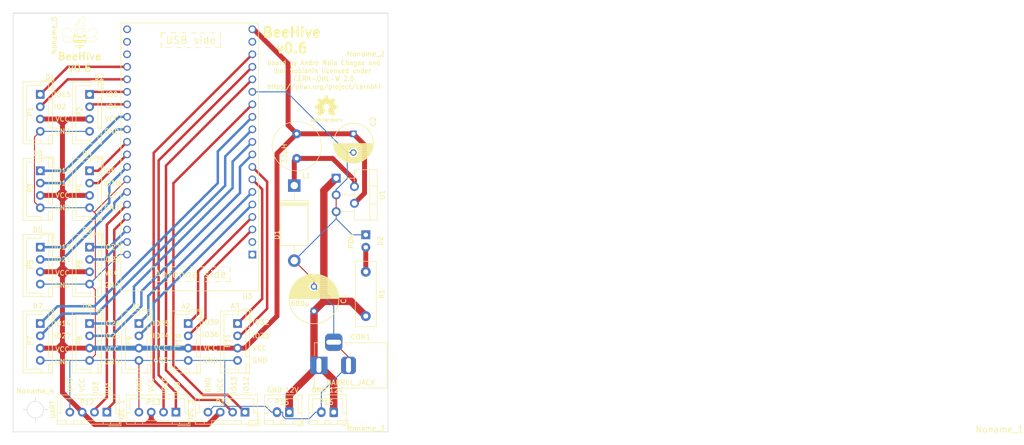
<source format=kicad_pcb>
(kicad_pcb (version 20171130) (host pcbnew "(5.1.12)-1")

  (general
    (thickness 1.6)
    (drawings 107)
    (tracks 248)
    (zones 0)
    (modules 32)
    (nets 40)
  )

  (page A4)
  (layers
    (0 F.Cu signal)
    (31 B.Cu signal hide)
    (32 B.Adhes user)
    (33 F.Adhes user)
    (34 B.Paste user)
    (35 F.Paste user)
    (36 B.SilkS user)
    (37 F.SilkS user)
    (38 B.Mask user)
    (39 F.Mask user)
    (40 Dwgs.User user)
    (41 Cmts.User user)
    (42 Eco1.User user)
    (43 Eco2.User user)
    (44 Edge.Cuts user)
    (45 Margin user)
    (46 B.CrtYd user)
    (47 F.CrtYd user)
    (48 B.Fab user)
    (49 F.Fab user)
  )

  (setup
    (last_trace_width 0.25)
    (trace_clearance 0.2)
    (zone_clearance 0.508)
    (zone_45_only no)
    (trace_min 0.2)
    (via_size 0.8)
    (via_drill 0.4)
    (via_min_size 0.4)
    (via_min_drill 0.3)
    (uvia_size 0.3)
    (uvia_drill 0.1)
    (uvias_allowed no)
    (uvia_min_size 0.2)
    (uvia_min_drill 0.1)
    (edge_width 0.05)
    (segment_width 0.2)
    (pcb_text_width 0.3)
    (pcb_text_size 1.5 1.5)
    (mod_edge_width 0.12)
    (mod_text_size 1 1)
    (mod_text_width 0.15)
    (pad_size 1.524 1.524)
    (pad_drill 0.762)
    (pad_to_mask_clearance 0)
    (aux_axis_origin 139.5 140.5)
    (visible_elements FFFFFF7F)
    (pcbplotparams
      (layerselection 0x3ffff_ffffffff)
      (usegerberextensions false)
      (usegerberattributes false)
      (usegerberadvancedattributes false)
      (creategerberjobfile false)
      (excludeedgelayer true)
      (linewidth 0.100000)
      (plotframeref false)
      (viasonmask false)
      (mode 1)
      (useauxorigin false)
      (hpglpennumber 1)
      (hpglpenspeed 20)
      (hpglpendiameter 15.000000)
      (psnegative false)
      (psa4output false)
      (plotreference true)
      (plotvalue true)
      (plotinvisibletext false)
      (padsonsilk false)
      (subtractmaskfromsilk false)
      (outputformat 1)
      (mirror false)
      (drillshape 0)
      (scaleselection 1)
      (outputdirectory "gerber/"))
  )

  (net 0 "")
  (net 1 GND)
  (net 2 "Net-(C1-Pad1)")
  (net 3 "Net-(D1-Pad1)")
  (net 4 "Net-(U3-Pad2)")
  (net 5 "Net-(U3-Pad1)")
  (net 6 D1-4)
  (net 7 D1-3)
  (net 8 +5V)
  (net 9 D2-4)
  (net 10 D2-3)
  (net 11 D3-4)
  (net 12 D3-3)
  (net 13 D4-4)
  (net 14 D4-3)
  (net 15 D5-4)
  (net 16 D5-3)
  (net 17 D6-4)
  (net 18 D6-3)
  (net 19 D7-4)
  (net 20 D7-3)
  (net 21 D8-4)
  (net 22 D8-3)
  (net 23 A1-4)
  (net 24 A1-3)
  (net 25 A2-4)
  (net 26 A2-3)
  (net 27 A3-4)
  (net 28 A3-3)
  (net 29 I2C_1-4)
  (net 30 I2C_1-3)
  (net 31 I2C_2-4)
  (net 32 I2C_2-3)
  (net 33 RX)
  (net 34 TX)
  (net 35 "Net-(U3-Pad38)")
  (net 36 "Net-(U3-Pad37)")
  (net 37 "Net-(U3-Pad36)")
  (net 38 "Net-(U3-Pad18)")
  (net 39 "Net-(D2-Pad2)")

  (net_class Default "This is the default net class."
    (clearance 0.2)
    (trace_width 0.25)
    (via_dia 0.8)
    (via_drill 0.4)
    (uvia_dia 0.3)
    (uvia_drill 0.1)
    (add_net +5V)
    (add_net A1-3)
    (add_net A1-4)
    (add_net A2-3)
    (add_net A2-4)
    (add_net A3-3)
    (add_net A3-4)
    (add_net D1-3)
    (add_net D1-4)
    (add_net D2-3)
    (add_net D2-4)
    (add_net D3-3)
    (add_net D3-4)
    (add_net D4-3)
    (add_net D4-4)
    (add_net D5-3)
    (add_net D5-4)
    (add_net D6-3)
    (add_net D6-4)
    (add_net D7-3)
    (add_net D7-4)
    (add_net D8-3)
    (add_net D8-4)
    (add_net GND)
    (add_net I2C_1-3)
    (add_net I2C_1-4)
    (add_net I2C_2-3)
    (add_net I2C_2-4)
    (add_net "Net-(C1-Pad1)")
    (add_net "Net-(D1-Pad1)")
    (add_net "Net-(D2-Pad2)")
    (add_net "Net-(U3-Pad1)")
    (add_net "Net-(U3-Pad18)")
    (add_net "Net-(U3-Pad2)")
    (add_net "Net-(U3-Pad36)")
    (add_net "Net-(U3-Pad37)")
    (add_net "Net-(U3-Pad38)")
    (add_net RX)
    (add_net TX)
  )

  (module Mounting_Holes:MountingHole_3.2mm_M3_DIN965 (layer F.Cu) (tedit 5AA25655) (tstamp 0)
    (at 139.5 64.5 270)
    (descr "Mounting Hole 3.2mm, no annular, M3, DIN965")
    (tags "mounting hole 3.2mm no annular m3 din965")
    (fp_text reference Noname_5 (at 0 -3.8 90) (layer F.SilkS)
      (effects (font (size 1 1) (thickness 0.15)))
    )
    (fp_text value "" (at 0.3 6.9 90) (layer F.Fab)
      (effects (font (size 1 1) (thickness 0.15)))
    )
    (fp_circle (center 0 0) (end 3.05 0) (layer F.CrtYd) (width 0.05))
    (fp_circle (center 0 0) (end 2.8 0) (layer Cmts.User) (width 0.15))
    (fp_text user ${REFERENCE} (at 0.3 0 90) (layer F.Fab)
      (effects (font (size 1 1) (thickness 0.15)))
    )
    (pad "" np_thru_hole circle (at 0 0 270) (size 3.2 3.2) (drill 3.2) (layers *.Cu *.Mask))
  )

  (module Connector_JST:JST_XH_B04B-XH-A_04x2.50mm_Straight (layer F.Cu) (tedit 5E2084C0) (tstamp 0)
    (at 140.5 76.5 270)
    (descr "JST XH series connector, B04B-XH-A, top entry type, through hole")
    (tags "connector jst xh tht top vertical 2.50mm")
    (path /00000000-0000-0000-0000-0000577f3156)
    (fp_text reference P1 (at 3.5 2 90) (layer F.SilkS)
      (effects (font (size 1 1) (thickness 0.15)))
    )
    (fp_text value D1 (at -3.5 -2 180) (layer F.SilkS)
      (effects (font (size 1 1) (thickness 0.15)))
    )
    (fp_line (start -2.45 3.4) (end 9.95 3.4) (layer F.Fab) (width 0.1))
    (fp_line (start -0.35 -2.75) (end -2.85 -2.75) (layer F.Fab) (width 0.1))
    (fp_line (start 9.95 3.4) (end 9.95 -2.35) (layer F.Fab) (width 0.1))
    (fp_line (start 9.95 -2.35) (end -2.45 -2.35) (layer F.Fab) (width 0.1))
    (fp_line (start -2.85 -2.75) (end -2.85 -0.25) (layer F.Fab) (width 0.1))
    (fp_line (start -2.45 -2.35) (end -2.45 3.4) (layer F.Fab) (width 0.1))
    (fp_line (start 10.45 -2.85) (end -2.95 -2.85) (layer F.CrtYd) (width 0.05))
    (fp_line (start -2.95 3.9) (end 10.45 3.9) (layer F.CrtYd) (width 0.05))
    (fp_line (start 10.45 3.9) (end 10.45 -2.85) (layer F.CrtYd) (width 0.05))
    (fp_line (start -2.95 -2.85) (end -2.95 3.9) (layer F.CrtYd) (width 0.05))
    (fp_line (start 10.05 -2.45) (end 8.25 -2.45) (layer F.SilkS) (width 0.12))
    (fp_line (start -1.8 2.75) (end 3.75 2.75) (layer F.SilkS) (width 0.12))
    (fp_line (start 9.3 -0.2) (end 9.3 2.75) (layer F.SilkS) (width 0.12))
    (fp_line (start 6.75 -1.7) (end 6.75 -2.45) (layer F.SilkS) (width 0.12))
    (fp_line (start 9.3 2.75) (end 3.75 2.75) (layer F.SilkS) (width 0.12))
    (fp_line (start -1.8 -0.2) (end -1.8 2.75) (layer F.SilkS) (width 0.12))
    (fp_line (start -0.75 -1.7) (end -0.75 -2.45) (layer F.SilkS) (width 0.12))
    (fp_line (start 10.05 3.5) (end 10.05 -2.45) (layer F.SilkS) (width 0.12))
    (fp_line (start -2.55 -2.45) (end -2.55 -1.7) (layer F.SilkS) (width 0.12))
    (fp_line (start -2.55 -0.2) (end -1.8 -0.2) (layer F.SilkS) (width 0.12))
    (fp_line (start -2.55 3.5) (end 10.05 3.5) (layer F.SilkS) (width 0.12))
    (fp_line (start -2.55 -2.45) (end -2.55 3.5) (layer F.SilkS) (width 0.12))
    (fp_line (start 10.05 -0.2) (end 9.3 -0.2) (layer F.SilkS) (width 0.12))
    (fp_line (start -2.85 -2.75) (end -2.85 -0.25) (layer F.SilkS) (width 0.12))
    (fp_line (start 6.75 -2.45) (end 0.75 -2.45) (layer F.SilkS) (width 0.12))
    (fp_line (start -0.75 -2.45) (end -2.55 -2.45) (layer F.SilkS) (width 0.12))
    (fp_line (start -2.55 -1.7) (end -0.75 -1.7) (layer F.SilkS) (width 0.12))
    (fp_line (start 8.25 -1.7) (end 10.05 -1.7) (layer F.SilkS) (width 0.12))
    (fp_line (start 8.25 -2.45) (end 8.25 -1.7) (layer F.SilkS) (width 0.12))
    (fp_line (start 10.05 -2.45) (end -2.55 -2.45) (layer F.SilkS) (width 0.12))
    (fp_line (start 0.75 -2.45) (end 0.75 -1.7) (layer F.SilkS) (width 0.12))
    (fp_line (start 10.05 -1.7) (end 10.05 -2.45) (layer F.SilkS) (width 0.12))
    (fp_line (start -0.35 -2.75) (end -2.85 -2.75) (layer F.SilkS) (width 0.12))
    (fp_line (start 0.75 -1.7) (end 6.75 -1.7) (layer F.SilkS) (width 0.12))
    (pad 1 thru_hole rect (at 0 0 270) (size 1.75 1.75) (drill 1) (layers *.Cu *.Mask)
      (net 7 D1-3))
    (pad 2 thru_hole circle (at 2.5 0 270) (size 1.75 1.75) (drill 1) (layers *.Cu *.Mask)
      (net 6 D1-4))
    (pad 3 thru_hole circle (at 5 0 270) (size 1.75 1.75) (drill 1) (layers *.Cu *.Mask)
      (net 8 +5V))
    (pad 4 thru_hole circle (at 7.5 0 270) (size 1.75 1.75) (drill 1) (layers *.Cu *.Mask)
      (net 1 GND))
    (model Connectors_JST.3dshapes/JST_XH_B04B-XH-A_04x2.50mm_Straight.wrl
      (at (xyz 0 0 0))
      (scale (xyz 1 1 1))
      (rotate (xyz 0 0 0))
    )
  )

  (module Connector_JST:JST_XH_B04B-XH-A_04x2.50mm_Straight (layer F.Cu) (tedit 5E2084C0) (tstamp 0)
    (at 150.5 76.5 270)
    (descr "JST XH series connector, B04B-XH-A, top entry type, through hole")
    (tags "connector jst xh tht top vertical 2.50mm")
    (path /00000000-0000-0000-0000-00005e387fea)
    (fp_text reference P2 (at 3.5 2 90) (layer F.SilkS)
      (effects (font (size 1 1) (thickness 0.15)))
    )
    (fp_text value D2 (at -3.5 -2 180) (layer F.SilkS)
      (effects (font (size 1 1) (thickness 0.15)))
    )
    (fp_line (start -2.85 -2.75) (end -2.85 -0.25) (layer F.Fab) (width 0.1))
    (fp_line (start -0.35 -2.75) (end -2.85 -2.75) (layer F.Fab) (width 0.1))
    (fp_line (start 9.95 -2.35) (end -2.45 -2.35) (layer F.Fab) (width 0.1))
    (fp_line (start -2.45 -2.35) (end -2.45 3.4) (layer F.Fab) (width 0.1))
    (fp_line (start 9.95 3.4) (end 9.95 -2.35) (layer F.Fab) (width 0.1))
    (fp_line (start -2.45 3.4) (end 9.95 3.4) (layer F.Fab) (width 0.1))
    (fp_line (start -2.95 3.9) (end 10.45 3.9) (layer F.CrtYd) (width 0.05))
    (fp_line (start -2.95 -2.85) (end -2.95 3.9) (layer F.CrtYd) (width 0.05))
    (fp_line (start 10.45 3.9) (end 10.45 -2.85) (layer F.CrtYd) (width 0.05))
    (fp_line (start 10.45 -2.85) (end -2.95 -2.85) (layer F.CrtYd) (width 0.05))
    (fp_line (start 8.25 -1.7) (end 10.05 -1.7) (layer F.SilkS) (width 0.12))
    (fp_line (start -0.75 -2.45) (end -2.55 -2.45) (layer F.SilkS) (width 0.12))
    (fp_line (start 10.05 3.5) (end 10.05 -2.45) (layer F.SilkS) (width 0.12))
    (fp_line (start 0.75 -2.45) (end 0.75 -1.7) (layer F.SilkS) (width 0.12))
    (fp_line (start -0.35 -2.75) (end -2.85 -2.75) (layer F.SilkS) (width 0.12))
    (fp_line (start -0.75 -1.7) (end -0.75 -2.45) (layer F.SilkS) (width 0.12))
    (fp_line (start -2.55 -2.45) (end -2.55 -1.7) (layer F.SilkS) (width 0.12))
    (fp_line (start 10.05 -2.45) (end 8.25 -2.45) (layer F.SilkS) (width 0.12))
    (fp_line (start -2.85 -2.75) (end -2.85 -0.25) (layer F.SilkS) (width 0.12))
    (fp_line (start 6.75 -2.45) (end 0.75 -2.45) (layer F.SilkS) (width 0.12))
    (fp_line (start 6.75 -1.7) (end 6.75 -2.45) (layer F.SilkS) (width 0.12))
    (fp_line (start 9.3 -0.2) (end 9.3 2.75) (layer F.SilkS) (width 0.12))
    (fp_line (start 8.25 -2.45) (end 8.25 -1.7) (layer F.SilkS) (width 0.12))
    (fp_line (start -2.55 3.5) (end 10.05 3.5) (layer F.SilkS) (width 0.12))
    (fp_line (start 10.05 -2.45) (end -2.55 -2.45) (layer F.SilkS) (width 0.12))
    (fp_line (start 0.75 -1.7) (end 6.75 -1.7) (layer F.SilkS) (width 0.12))
    (fp_line (start -2.55 -1.7) (end -0.75 -1.7) (layer F.SilkS) (width 0.12))
    (fp_line (start 9.3 2.75) (end 3.75 2.75) (layer F.SilkS) (width 0.12))
    (fp_line (start -2.55 -2.45) (end -2.55 3.5) (layer F.SilkS) (width 0.12))
    (fp_line (start -2.55 -0.2) (end -1.8 -0.2) (layer F.SilkS) (width 0.12))
    (fp_line (start -1.8 2.75) (end 3.75 2.75) (layer F.SilkS) (width 0.12))
    (fp_line (start 10.05 -1.7) (end 10.05 -2.45) (layer F.SilkS) (width 0.12))
    (fp_line (start -1.8 -0.2) (end -1.8 2.75) (layer F.SilkS) (width 0.12))
    (fp_line (start 10.05 -0.2) (end 9.3 -0.2) (layer F.SilkS) (width 0.12))
    (pad 1 thru_hole rect (at 0 0 270) (size 1.75 1.75) (drill 1) (layers *.Cu *.Mask)
      (net 10 D2-3))
    (pad 2 thru_hole circle (at 2.5 0 270) (size 1.75 1.75) (drill 1) (layers *.Cu *.Mask)
      (net 9 D2-4))
    (pad 3 thru_hole circle (at 5 0 270) (size 1.75 1.75) (drill 1) (layers *.Cu *.Mask)
      (net 8 +5V))
    (pad 4 thru_hole circle (at 7.5 0 270) (size 1.75 1.75) (drill 1) (layers *.Cu *.Mask)
      (net 1 GND))
    (model Connectors_JST.3dshapes/JST_XH_B04B-XH-A_04x2.50mm_Straight.wrl
      (at (xyz 0 0 0))
      (scale (xyz 1 1 1))
      (rotate (xyz 0 0 0))
    )
  )

  (module Connector_JST:JST_XH_B04B-XH-A_04x2.50mm_Straight (layer F.Cu) (tedit 5E2084C0) (tstamp 0)
    (at 140.5 92 270)
    (descr "JST XH series connector, B04B-XH-A, top entry type, through hole")
    (tags "connector jst xh tht top vertical 2.50mm")
    (path /00000000-0000-0000-0000-00005e1f3d3a)
    (fp_text reference P3 (at 3.5 2 90) (layer F.SilkS)
      (effects (font (size 1 1) (thickness 0.15)))
    )
    (fp_text value D3 (at -3.5 0.5 180) (layer F.SilkS)
      (effects (font (size 1 1) (thickness 0.15)))
    )
    (fp_line (start -2.85 -2.75) (end -2.85 -0.25) (layer F.Fab) (width 0.1))
    (fp_line (start -2.45 3.4) (end 9.95 3.4) (layer F.Fab) (width 0.1))
    (fp_line (start -2.45 -2.35) (end -2.45 3.4) (layer F.Fab) (width 0.1))
    (fp_line (start 9.95 -2.35) (end -2.45 -2.35) (layer F.Fab) (width 0.1))
    (fp_line (start 9.95 3.4) (end 9.95 -2.35) (layer F.Fab) (width 0.1))
    (fp_line (start -0.35 -2.75) (end -2.85 -2.75) (layer F.Fab) (width 0.1))
    (fp_line (start -2.95 3.9) (end 10.45 3.9) (layer F.CrtYd) (width 0.05))
    (fp_line (start 10.45 -2.85) (end -2.95 -2.85) (layer F.CrtYd) (width 0.05))
    (fp_line (start -2.95 -2.85) (end -2.95 3.9) (layer F.CrtYd) (width 0.05))
    (fp_line (start 10.45 3.9) (end 10.45 -2.85) (layer F.CrtYd) (width 0.05))
    (fp_line (start -0.35 -2.75) (end -2.85 -2.75) (layer F.SilkS) (width 0.12))
    (fp_line (start -0.75 -2.45) (end -2.55 -2.45) (layer F.SilkS) (width 0.12))
    (fp_line (start 9.3 -0.2) (end 9.3 2.75) (layer F.SilkS) (width 0.12))
    (fp_line (start 8.25 -1.7) (end 10.05 -1.7) (layer F.SilkS) (width 0.12))
    (fp_line (start -1.8 -0.2) (end -1.8 2.75) (layer F.SilkS) (width 0.12))
    (fp_line (start -2.55 3.5) (end 10.05 3.5) (layer F.SilkS) (width 0.12))
    (fp_line (start 10.05 -0.2) (end 9.3 -0.2) (layer F.SilkS) (width 0.12))
    (fp_line (start 9.3 2.75) (end 3.75 2.75) (layer F.SilkS) (width 0.12))
    (fp_line (start 10.05 -1.7) (end 10.05 -2.45) (layer F.SilkS) (width 0.12))
    (fp_line (start 10.05 -2.45) (end -2.55 -2.45) (layer F.SilkS) (width 0.12))
    (fp_line (start 0.75 -1.7) (end 6.75 -1.7) (layer F.SilkS) (width 0.12))
    (fp_line (start -0.75 -1.7) (end -0.75 -2.45) (layer F.SilkS) (width 0.12))
    (fp_line (start 0.75 -2.45) (end 0.75 -1.7) (layer F.SilkS) (width 0.12))
    (fp_line (start -1.8 2.75) (end 3.75 2.75) (layer F.SilkS) (width 0.12))
    (fp_line (start -2.55 -0.2) (end -1.8 -0.2) (layer F.SilkS) (width 0.12))
    (fp_line (start 10.05 3.5) (end 10.05 -2.45) (layer F.SilkS) (width 0.12))
    (fp_line (start 6.75 -1.7) (end 6.75 -2.45) (layer F.SilkS) (width 0.12))
    (fp_line (start -2.55 -2.45) (end -2.55 -1.7) (layer F.SilkS) (width 0.12))
    (fp_line (start 10.05 -2.45) (end 8.25 -2.45) (layer F.SilkS) (width 0.12))
    (fp_line (start 6.75 -2.45) (end 0.75 -2.45) (layer F.SilkS) (width 0.12))
    (fp_line (start -2.55 -1.7) (end -0.75 -1.7) (layer F.SilkS) (width 0.12))
    (fp_line (start -2.55 -2.45) (end -2.55 3.5) (layer F.SilkS) (width 0.12))
    (fp_line (start 8.25 -2.45) (end 8.25 -1.7) (layer F.SilkS) (width 0.12))
    (fp_line (start -2.85 -2.75) (end -2.85 -0.25) (layer F.SilkS) (width 0.12))
    (pad 1 thru_hole rect (at 0 0 270) (size 1.75 1.75) (drill 1) (layers *.Cu *.Mask)
      (net 12 D3-3))
    (pad 2 thru_hole circle (at 2.5 0 270) (size 1.75 1.75) (drill 1) (layers *.Cu *.Mask)
      (net 11 D3-4))
    (pad 3 thru_hole circle (at 5 0 270) (size 1.75 1.75) (drill 1) (layers *.Cu *.Mask)
      (net 8 +5V))
    (pad 4 thru_hole circle (at 7.5 0 270) (size 1.75 1.75) (drill 1) (layers *.Cu *.Mask)
      (net 1 GND))
    (model Connectors_JST.3dshapes/JST_XH_B04B-XH-A_04x2.50mm_Straight.wrl
      (at (xyz 0 0 0))
      (scale (xyz 1 1 1))
      (rotate (xyz 0 0 0))
    )
  )

  (module Connector_JST:JST_XH_B04B-XH-A_04x2.50mm_Straight (layer F.Cu) (tedit 5E1DCA13) (tstamp 0)
    (at 150.5 92 270)
    (descr "JST XH series connector, B04B-XH-A, top entry type, through hole")
    (tags "connector jst xh tht top vertical 2.50mm")
    (path /00000000-0000-0000-0000-00005e1f3d40)
    (fp_text reference P4 (at 3.5 2 90) (layer F.SilkS)
      (effects (font (size 1 1) (thickness 0.15)))
    )
    (fp_text value D4 (at -3.5 0.5 180) (layer F.SilkS)
      (effects (font (size 1 1) (thickness 0.15)))
    )
    (fp_line (start -2.45 3.4) (end 9.95 3.4) (layer F.Fab) (width 0.1))
    (fp_line (start -2.45 -2.35) (end -2.45 3.4) (layer F.Fab) (width 0.1))
    (fp_line (start -0.35 -2.75) (end -2.85 -2.75) (layer F.Fab) (width 0.1))
    (fp_line (start -2.85 -2.75) (end -2.85 -0.25) (layer F.Fab) (width 0.1))
    (fp_line (start 9.95 3.4) (end 9.95 -2.35) (layer F.Fab) (width 0.1))
    (fp_line (start 9.95 -2.35) (end -2.45 -2.35) (layer F.Fab) (width 0.1))
    (fp_line (start -2.95 3.9) (end 10.45 3.9) (layer F.CrtYd) (width 0.05))
    (fp_line (start 10.45 3.9) (end 10.45 -2.85) (layer F.CrtYd) (width 0.05))
    (fp_line (start 10.45 -2.85) (end -2.95 -2.85) (layer F.CrtYd) (width 0.05))
    (fp_line (start -2.95 -2.85) (end -2.95 3.9) (layer F.CrtYd) (width 0.05))
    (fp_line (start 0.75 -1.7) (end 6.75 -1.7) (layer F.SilkS) (width 0.12))
    (fp_line (start 10.05 -1.7) (end 10.05 -2.45) (layer F.SilkS) (width 0.12))
    (fp_line (start 8.25 -1.7) (end 10.05 -1.7) (layer F.SilkS) (width 0.12))
    (fp_line (start -2.55 -1.7) (end -0.75 -1.7) (layer F.SilkS) (width 0.12))
    (fp_line (start 9.3 2.75) (end 3.75 2.75) (layer F.SilkS) (width 0.12))
    (fp_line (start -2.55 3.5) (end 10.05 3.5) (layer F.SilkS) (width 0.12))
    (fp_line (start 10.05 -2.45) (end -2.55 -2.45) (layer F.SilkS) (width 0.12))
    (fp_line (start 10.05 -2.45) (end 8.25 -2.45) (layer F.SilkS) (width 0.12))
    (fp_line (start 0.75 -2.45) (end 0.75 -1.7) (layer F.SilkS) (width 0.12))
    (fp_line (start -2.55 -2.45) (end -2.55 3.5) (layer F.SilkS) (width 0.12))
    (fp_line (start 8.25 -2.45) (end 8.25 -1.7) (layer F.SilkS) (width 0.12))
    (fp_line (start -0.35 -2.75) (end -2.85 -2.75) (layer F.SilkS) (width 0.12))
    (fp_line (start -2.55 -2.45) (end -2.55 -1.7) (layer F.SilkS) (width 0.12))
    (fp_line (start -2.55 -0.2) (end -1.8 -0.2) (layer F.SilkS) (width 0.12))
    (fp_line (start 9.3 -0.2) (end 9.3 2.75) (layer F.SilkS) (width 0.12))
    (fp_line (start 6.75 -2.45) (end 0.75 -2.45) (layer F.SilkS) (width 0.12))
    (fp_line (start 6.75 -1.7) (end 6.75 -2.45) (layer F.SilkS) (width 0.12))
    (fp_line (start -0.75 -1.7) (end -0.75 -2.45) (layer F.SilkS) (width 0.12))
    (fp_line (start -0.75 -2.45) (end -2.55 -2.45) (layer F.SilkS) (width 0.12))
    (fp_line (start 10.05 3.5) (end 10.05 -2.45) (layer F.SilkS) (width 0.12))
    (fp_line (start -1.8 2.75) (end 3.75 2.75) (layer F.SilkS) (width 0.12))
    (fp_line (start 10.05 -0.2) (end 9.3 -0.2) (layer F.SilkS) (width 0.12))
    (fp_line (start -2.85 -2.75) (end -2.85 -0.25) (layer F.SilkS) (width 0.12))
    (fp_line (start -1.8 -0.2) (end -1.8 2.75) (layer F.SilkS) (width 0.12))
    (pad 1 thru_hole rect (at 0 0 270) (size 1.75 1.75) (drill 1) (layers *.Cu *.Mask)
      (net 14 D4-3))
    (pad 2 thru_hole circle (at 2.5 0 270) (size 1.75 1.75) (drill 1) (layers *.Cu *.Mask)
      (net 13 D4-4))
    (pad 3 thru_hole circle (at 5 0 270) (size 1.75 1.75) (drill 1) (layers *.Cu *.Mask)
      (net 8 +5V))
    (pad 4 thru_hole circle (at 7.5 0 270) (size 1.75 1.75) (drill 1) (layers *.Cu *.Mask)
      (net 1 GND))
    (model Connectors_JST.3dshapes/JST_XH_B04B-XH-A_04x2.50mm_Straight.wrl
      (at (xyz 0 0 0))
      (scale (xyz 1 1 1))
      (rotate (xyz 0 0 0))
    )
  )

  (module Connector_JST:JST_XH_B04B-XH-A_04x2.50mm_Straight (layer F.Cu) (tedit 5E1DCA13) (tstamp 0)
    (at 140.5 107.5 270)
    (descr "JST XH series connector, B04B-XH-A, top entry type, through hole")
    (tags "connector jst xh tht top vertical 2.50mm")
    (path /00000000-0000-0000-0000-00005e1f6343)
    (fp_text reference P5 (at 3.5 2 90) (layer F.SilkS)
      (effects (font (size 1 1) (thickness 0.15)))
    )
    (fp_text value D5 (at -3.5 0.5) (layer F.SilkS)
      (effects (font (size 1 1) (thickness 0.15)))
    )
    (fp_line (start 9.95 3.4) (end 9.95 -2.35) (layer F.Fab) (width 0.1))
    (fp_line (start 9.95 -2.35) (end -2.45 -2.35) (layer F.Fab) (width 0.1))
    (fp_line (start -2.45 -2.35) (end -2.45 3.4) (layer F.Fab) (width 0.1))
    (fp_line (start -2.85 -2.75) (end -2.85 -0.25) (layer F.Fab) (width 0.1))
    (fp_line (start -2.45 3.4) (end 9.95 3.4) (layer F.Fab) (width 0.1))
    (fp_line (start -0.35 -2.75) (end -2.85 -2.75) (layer F.Fab) (width 0.1))
    (fp_line (start 10.45 -2.85) (end -2.95 -2.85) (layer F.CrtYd) (width 0.05))
    (fp_line (start -2.95 -2.85) (end -2.95 3.9) (layer F.CrtYd) (width 0.05))
    (fp_line (start 10.45 3.9) (end 10.45 -2.85) (layer F.CrtYd) (width 0.05))
    (fp_line (start -2.95 3.9) (end 10.45 3.9) (layer F.CrtYd) (width 0.05))
    (fp_line (start -2.55 -1.7) (end -0.75 -1.7) (layer F.SilkS) (width 0.12))
    (fp_line (start 10.05 -1.7) (end 10.05 -2.45) (layer F.SilkS) (width 0.12))
    (fp_line (start 10.05 -2.45) (end 8.25 -2.45) (layer F.SilkS) (width 0.12))
    (fp_line (start 9.3 -0.2) (end 9.3 2.75) (layer F.SilkS) (width 0.12))
    (fp_line (start -2.55 3.5) (end 10.05 3.5) (layer F.SilkS) (width 0.12))
    (fp_line (start 0.75 -2.45) (end 0.75 -1.7) (layer F.SilkS) (width 0.12))
    (fp_line (start 10.05 -0.2) (end 9.3 -0.2) (layer F.SilkS) (width 0.12))
    (fp_line (start -2.85 -2.75) (end -2.85 -0.25) (layer F.SilkS) (width 0.12))
    (fp_line (start 6.75 -2.45) (end 0.75 -2.45) (layer F.SilkS) (width 0.12))
    (fp_line (start -1.8 -0.2) (end -1.8 2.75) (layer F.SilkS) (width 0.12))
    (fp_line (start -2.55 -2.45) (end -2.55 -1.7) (layer F.SilkS) (width 0.12))
    (fp_line (start 10.05 -2.45) (end -2.55 -2.45) (layer F.SilkS) (width 0.12))
    (fp_line (start 0.75 -1.7) (end 6.75 -1.7) (layer F.SilkS) (width 0.12))
    (fp_line (start -2.55 -2.45) (end -2.55 3.5) (layer F.SilkS) (width 0.12))
    (fp_line (start -0.35 -2.75) (end -2.85 -2.75) (layer F.SilkS) (width 0.12))
    (fp_line (start 6.75 -1.7) (end 6.75 -2.45) (layer F.SilkS) (width 0.12))
    (fp_line (start 8.25 -2.45) (end 8.25 -1.7) (layer F.SilkS) (width 0.12))
    (fp_line (start 9.3 2.75) (end 3.75 2.75) (layer F.SilkS) (width 0.12))
    (fp_line (start -0.75 -2.45) (end -2.55 -2.45) (layer F.SilkS) (width 0.12))
    (fp_line (start -0.75 -1.7) (end -0.75 -2.45) (layer F.SilkS) (width 0.12))
    (fp_line (start -2.55 -0.2) (end -1.8 -0.2) (layer F.SilkS) (width 0.12))
    (fp_line (start 8.25 -1.7) (end 10.05 -1.7) (layer F.SilkS) (width 0.12))
    (fp_line (start 10.05 3.5) (end 10.05 -2.45) (layer F.SilkS) (width 0.12))
    (fp_line (start -1.8 2.75) (end 3.75 2.75) (layer F.SilkS) (width 0.12))
    (pad 1 thru_hole rect (at 0 0 270) (size 1.75 1.75) (drill 1) (layers *.Cu *.Mask)
      (net 16 D5-3))
    (pad 2 thru_hole circle (at 2.5 0 270) (size 1.75 1.75) (drill 1) (layers *.Cu *.Mask)
      (net 15 D5-4))
    (pad 3 thru_hole circle (at 5 0 270) (size 1.75 1.75) (drill 1) (layers *.Cu *.Mask)
      (net 8 +5V))
    (pad 4 thru_hole circle (at 7.5 0 270) (size 1.75 1.75) (drill 1) (layers *.Cu *.Mask)
      (net 1 GND))
    (model Connectors_JST.3dshapes/JST_XH_B04B-XH-A_04x2.50mm_Straight.wrl
      (at (xyz 0 0 0))
      (scale (xyz 1 1 1))
      (rotate (xyz 0 0 0))
    )
  )

  (module Connector_JST:JST_XH_B04B-XH-A_04x2.50mm_Straight (layer F.Cu) (tedit 5E1DCA13) (tstamp 0)
    (at 150.5 107.5 270)
    (descr "JST XH series connector, B04B-XH-A, top entry type, through hole")
    (tags "connector jst xh tht top vertical 2.50mm")
    (path /00000000-0000-0000-0000-00005e1f6349)
    (fp_text reference P6 (at 3.5 2 90) (layer F.SilkS)
      (effects (font (size 1 1) (thickness 0.15)))
    )
    (fp_text value D6 (at -3.5 0.5 180) (layer F.SilkS)
      (effects (font (size 1 1) (thickness 0.15)))
    )
    (fp_line (start 9.95 3.4) (end 9.95 -2.35) (layer F.Fab) (width 0.1))
    (fp_line (start -2.85 -2.75) (end -2.85 -0.25) (layer F.Fab) (width 0.1))
    (fp_line (start -2.45 -2.35) (end -2.45 3.4) (layer F.Fab) (width 0.1))
    (fp_line (start 9.95 -2.35) (end -2.45 -2.35) (layer F.Fab) (width 0.1))
    (fp_line (start -2.45 3.4) (end 9.95 3.4) (layer F.Fab) (width 0.1))
    (fp_line (start -0.35 -2.75) (end -2.85 -2.75) (layer F.Fab) (width 0.1))
    (fp_line (start 10.45 -2.85) (end -2.95 -2.85) (layer F.CrtYd) (width 0.05))
    (fp_line (start 10.45 3.9) (end 10.45 -2.85) (layer F.CrtYd) (width 0.05))
    (fp_line (start -2.95 -2.85) (end -2.95 3.9) (layer F.CrtYd) (width 0.05))
    (fp_line (start -2.95 3.9) (end 10.45 3.9) (layer F.CrtYd) (width 0.05))
    (fp_line (start -2.55 -2.45) (end -2.55 3.5) (layer F.SilkS) (width 0.12))
    (fp_line (start -2.55 -2.45) (end -2.55 -1.7) (layer F.SilkS) (width 0.12))
    (fp_line (start -0.35 -2.75) (end -2.85 -2.75) (layer F.SilkS) (width 0.12))
    (fp_line (start 10.05 3.5) (end 10.05 -2.45) (layer F.SilkS) (width 0.12))
    (fp_line (start -2.55 -1.7) (end -0.75 -1.7) (layer F.SilkS) (width 0.12))
    (fp_line (start 6.75 -2.45) (end 0.75 -2.45) (layer F.SilkS) (width 0.12))
    (fp_line (start -1.8 -0.2) (end -1.8 2.75) (layer F.SilkS) (width 0.12))
    (fp_line (start 8.25 -1.7) (end 10.05 -1.7) (layer F.SilkS) (width 0.12))
    (fp_line (start 6.75 -1.7) (end 6.75 -2.45) (layer F.SilkS) (width 0.12))
    (fp_line (start -2.85 -2.75) (end -2.85 -0.25) (layer F.SilkS) (width 0.12))
    (fp_line (start -1.8 2.75) (end 3.75 2.75) (layer F.SilkS) (width 0.12))
    (fp_line (start 8.25 -2.45) (end 8.25 -1.7) (layer F.SilkS) (width 0.12))
    (fp_line (start 0.75 -2.45) (end 0.75 -1.7) (layer F.SilkS) (width 0.12))
    (fp_line (start 10.05 -1.7) (end 10.05 -2.45) (layer F.SilkS) (width 0.12))
    (fp_line (start 9.3 -0.2) (end 9.3 2.75) (layer F.SilkS) (width 0.12))
    (fp_line (start 9.3 2.75) (end 3.75 2.75) (layer F.SilkS) (width 0.12))
    (fp_line (start 10.05 -2.45) (end 8.25 -2.45) (layer F.SilkS) (width 0.12))
    (fp_line (start -0.75 -2.45) (end -2.55 -2.45) (layer F.SilkS) (width 0.12))
    (fp_line (start -2.55 3.5) (end 10.05 3.5) (layer F.SilkS) (width 0.12))
    (fp_line (start 0.75 -1.7) (end 6.75 -1.7) (layer F.SilkS) (width 0.12))
    (fp_line (start -2.55 -0.2) (end -1.8 -0.2) (layer F.SilkS) (width 0.12))
    (fp_line (start -0.75 -1.7) (end -0.75 -2.45) (layer F.SilkS) (width 0.12))
    (fp_line (start 10.05 -0.2) (end 9.3 -0.2) (layer F.SilkS) (width 0.12))
    (fp_line (start 10.05 -2.45) (end -2.55 -2.45) (layer F.SilkS) (width 0.12))
    (pad 1 thru_hole rect (at 0 0 270) (size 1.75 1.75) (drill 1) (layers *.Cu *.Mask)
      (net 18 D6-3))
    (pad 2 thru_hole circle (at 2.5 0 270) (size 1.75 1.75) (drill 1) (layers *.Cu *.Mask)
      (net 17 D6-4))
    (pad 3 thru_hole circle (at 5 0 270) (size 1.75 1.75) (drill 1) (layers *.Cu *.Mask)
      (net 8 +5V))
    (pad 4 thru_hole circle (at 7.5 0 270) (size 1.75 1.75) (drill 1) (layers *.Cu *.Mask)
      (net 1 GND))
    (model Connectors_JST.3dshapes/JST_XH_B04B-XH-A_04x2.50mm_Straight.wrl
      (at (xyz 0 0 0))
      (scale (xyz 1 1 1))
      (rotate (xyz 0 0 0))
    )
  )

  (module Connector_JST:JST_XH_B04B-XH-A_04x2.50mm_Straight (layer F.Cu) (tedit 5E1DCA13) (tstamp 0)
    (at 140.5 123 270)
    (descr "JST XH series connector, B04B-XH-A, top entry type, through hole")
    (tags "connector jst xh tht top vertical 2.50mm")
    (path /00000000-0000-0000-0000-00005e1f8fce)
    (fp_text reference P7 (at 3.5 2 90) (layer F.SilkS)
      (effects (font (size 1 1) (thickness 0.15)))
    )
    (fp_text value D7 (at -3.5 0.5 180) (layer F.SilkS)
      (effects (font (size 1 1) (thickness 0.15)))
    )
    (fp_line (start 9.95 3.4) (end 9.95 -2.35) (layer F.Fab) (width 0.1))
    (fp_line (start -2.45 -2.35) (end -2.45 3.4) (layer F.Fab) (width 0.1))
    (fp_line (start 9.95 -2.35) (end -2.45 -2.35) (layer F.Fab) (width 0.1))
    (fp_line (start -0.35 -2.75) (end -2.85 -2.75) (layer F.Fab) (width 0.1))
    (fp_line (start -2.85 -2.75) (end -2.85 -0.25) (layer F.Fab) (width 0.1))
    (fp_line (start -2.45 3.4) (end 9.95 3.4) (layer F.Fab) (width 0.1))
    (fp_line (start -2.95 -2.85) (end -2.95 3.9) (layer F.CrtYd) (width 0.05))
    (fp_line (start 10.45 3.9) (end 10.45 -2.85) (layer F.CrtYd) (width 0.05))
    (fp_line (start -2.95 3.9) (end 10.45 3.9) (layer F.CrtYd) (width 0.05))
    (fp_line (start 10.45 -2.85) (end -2.95 -2.85) (layer F.CrtYd) (width 0.05))
    (fp_line (start -1.8 2.75) (end 3.75 2.75) (layer F.SilkS) (width 0.12))
    (fp_line (start -2.55 -2.45) (end -2.55 -1.7) (layer F.SilkS) (width 0.12))
    (fp_line (start -0.75 -1.7) (end -0.75 -2.45) (layer F.SilkS) (width 0.12))
    (fp_line (start -2.55 3.5) (end 10.05 3.5) (layer F.SilkS) (width 0.12))
    (fp_line (start -1.8 -0.2) (end -1.8 2.75) (layer F.SilkS) (width 0.12))
    (fp_line (start -2.55 -0.2) (end -1.8 -0.2) (layer F.SilkS) (width 0.12))
    (fp_line (start 8.25 -1.7) (end 10.05 -1.7) (layer F.SilkS) (width 0.12))
    (fp_line (start 6.75 -1.7) (end 6.75 -2.45) (layer F.SilkS) (width 0.12))
    (fp_line (start 9.3 2.75) (end 3.75 2.75) (layer F.SilkS) (width 0.12))
    (fp_line (start 10.05 3.5) (end 10.05 -2.45) (layer F.SilkS) (width 0.12))
    (fp_line (start 10.05 -2.45) (end 8.25 -2.45) (layer F.SilkS) (width 0.12))
    (fp_line (start 0.75 -1.7) (end 6.75 -1.7) (layer F.SilkS) (width 0.12))
    (fp_line (start 9.3 -0.2) (end 9.3 2.75) (layer F.SilkS) (width 0.12))
    (fp_line (start 8.25 -2.45) (end 8.25 -1.7) (layer F.SilkS) (width 0.12))
    (fp_line (start 10.05 -0.2) (end 9.3 -0.2) (layer F.SilkS) (width 0.12))
    (fp_line (start -2.85 -2.75) (end -2.85 -0.25) (layer F.SilkS) (width 0.12))
    (fp_line (start -0.75 -2.45) (end -2.55 -2.45) (layer F.SilkS) (width 0.12))
    (fp_line (start 10.05 -1.7) (end 10.05 -2.45) (layer F.SilkS) (width 0.12))
    (fp_line (start 0.75 -2.45) (end 0.75 -1.7) (layer F.SilkS) (width 0.12))
    (fp_line (start 10.05 -2.45) (end -2.55 -2.45) (layer F.SilkS) (width 0.12))
    (fp_line (start -2.55 -2.45) (end -2.55 3.5) (layer F.SilkS) (width 0.12))
    (fp_line (start -0.35 -2.75) (end -2.85 -2.75) (layer F.SilkS) (width 0.12))
    (fp_line (start -2.55 -1.7) (end -0.75 -1.7) (layer F.SilkS) (width 0.12))
    (fp_line (start 6.75 -2.45) (end 0.75 -2.45) (layer F.SilkS) (width 0.12))
    (pad 1 thru_hole rect (at 0 0 270) (size 1.75 1.75) (drill 1) (layers *.Cu *.Mask)
      (net 20 D7-3))
    (pad 2 thru_hole circle (at 2.5 0 270) (size 1.75 1.75) (drill 1) (layers *.Cu *.Mask)
      (net 19 D7-4))
    (pad 3 thru_hole circle (at 5 0 270) (size 1.75 1.75) (drill 1) (layers *.Cu *.Mask)
      (net 8 +5V))
    (pad 4 thru_hole circle (at 7.5 0 270) (size 1.75 1.75) (drill 1) (layers *.Cu *.Mask)
      (net 1 GND))
    (model Connectors_JST.3dshapes/JST_XH_B04B-XH-A_04x2.50mm_Straight.wrl
      (at (xyz 0 0 0))
      (scale (xyz 1 1 1))
      (rotate (xyz 0 0 0))
    )
  )

  (module Connector_JST:JST_XH_B04B-XH-A_04x2.50mm_Straight (layer F.Cu) (tedit 5E1DCA13) (tstamp 0)
    (at 150.5 123 270)
    (descr "JST XH series connector, B04B-XH-A, top entry type, through hole")
    (tags "connector jst xh tht top vertical 2.50mm")
    (path /00000000-0000-0000-0000-00005e1f8fd4)
    (fp_text reference P8 (at 3.5 2 90) (layer F.SilkS)
      (effects (font (size 1 1) (thickness 0.15)))
    )
    (fp_text value D8 (at -3.5 0.5 180) (layer F.SilkS)
      (effects (font (size 1 1) (thickness 0.15)))
    )
    (fp_line (start -2.45 3.4) (end 9.95 3.4) (layer F.Fab) (width 0.1))
    (fp_line (start -2.45 -2.35) (end -2.45 3.4) (layer F.Fab) (width 0.1))
    (fp_line (start 9.95 -2.35) (end -2.45 -2.35) (layer F.Fab) (width 0.1))
    (fp_line (start -0.35 -2.75) (end -2.85 -2.75) (layer F.Fab) (width 0.1))
    (fp_line (start -2.85 -2.75) (end -2.85 -0.25) (layer F.Fab) (width 0.1))
    (fp_line (start 9.95 3.4) (end 9.95 -2.35) (layer F.Fab) (width 0.1))
    (fp_line (start -2.95 3.9) (end 10.45 3.9) (layer F.CrtYd) (width 0.05))
    (fp_line (start -2.95 -2.85) (end -2.95 3.9) (layer F.CrtYd) (width 0.05))
    (fp_line (start 10.45 3.9) (end 10.45 -2.85) (layer F.CrtYd) (width 0.05))
    (fp_line (start 10.45 -2.85) (end -2.95 -2.85) (layer F.CrtYd) (width 0.05))
    (fp_line (start 10.05 -2.45) (end -2.55 -2.45) (layer F.SilkS) (width 0.12))
    (fp_line (start -2.55 -2.45) (end -2.55 -1.7) (layer F.SilkS) (width 0.12))
    (fp_line (start -0.35 -2.75) (end -2.85 -2.75) (layer F.SilkS) (width 0.12))
    (fp_line (start 6.75 -2.45) (end 0.75 -2.45) (layer F.SilkS) (width 0.12))
    (fp_line (start -2.85 -2.75) (end -2.85 -0.25) (layer F.SilkS) (width 0.12))
    (fp_line (start -2.55 3.5) (end 10.05 3.5) (layer F.SilkS) (width 0.12))
    (fp_line (start -2.55 -0.2) (end -1.8 -0.2) (layer F.SilkS) (width 0.12))
    (fp_line (start -2.55 -2.45) (end -2.55 3.5) (layer F.SilkS) (width 0.12))
    (fp_line (start 10.05 -0.2) (end 9.3 -0.2) (layer F.SilkS) (width 0.12))
    (fp_line (start 8.25 -2.45) (end 8.25 -1.7) (layer F.SilkS) (width 0.12))
    (fp_line (start 8.25 -1.7) (end 10.05 -1.7) (layer F.SilkS) (width 0.12))
    (fp_line (start -2.55 -1.7) (end -0.75 -1.7) (layer F.SilkS) (width 0.12))
    (fp_line (start 0.75 -1.7) (end 6.75 -1.7) (layer F.SilkS) (width 0.12))
    (fp_line (start 10.05 -1.7) (end 10.05 -2.45) (layer F.SilkS) (width 0.12))
    (fp_line (start 9.3 2.75) (end 3.75 2.75) (layer F.SilkS) (width 0.12))
    (fp_line (start 6.75 -1.7) (end 6.75 -2.45) (layer F.SilkS) (width 0.12))
    (fp_line (start 10.05 3.5) (end 10.05 -2.45) (layer F.SilkS) (width 0.12))
    (fp_line (start 9.3 -0.2) (end 9.3 2.75) (layer F.SilkS) (width 0.12))
    (fp_line (start -0.75 -2.45) (end -2.55 -2.45) (layer F.SilkS) (width 0.12))
    (fp_line (start -1.8 -0.2) (end -1.8 2.75) (layer F.SilkS) (width 0.12))
    (fp_line (start 0.75 -2.45) (end 0.75 -1.7) (layer F.SilkS) (width 0.12))
    (fp_line (start -0.75 -1.7) (end -0.75 -2.45) (layer F.SilkS) (width 0.12))
    (fp_line (start -1.8 2.75) (end 3.75 2.75) (layer F.SilkS) (width 0.12))
    (fp_line (start 10.05 -2.45) (end 8.25 -2.45) (layer F.SilkS) (width 0.12))
    (pad 1 thru_hole rect (at 0 0 270) (size 1.75 1.75) (drill 1) (layers *.Cu *.Mask)
      (net 22 D8-3))
    (pad 2 thru_hole circle (at 2.5 0 270) (size 1.75 1.75) (drill 1) (layers *.Cu *.Mask)
      (net 21 D8-4))
    (pad 3 thru_hole circle (at 5 0 270) (size 1.75 1.75) (drill 1) (layers *.Cu *.Mask)
      (net 8 +5V))
    (pad 4 thru_hole circle (at 7.5 0 270) (size 1.75 1.75) (drill 1) (layers *.Cu *.Mask)
      (net 1 GND))
    (model Connectors_JST.3dshapes/JST_XH_B04B-XH-A_04x2.50mm_Straight.wrl
      (at (xyz 0 0 0))
      (scale (xyz 1 1 1))
      (rotate (xyz 0 0 0))
    )
  )

  (module Connector_JST:JST_XH_B04B-XH-A_04x2.50mm_Straight (layer F.Cu) (tedit 5E1DCA13) (tstamp 0)
    (at 160.5 123 270)
    (descr "JST XH series connector, B04B-XH-A, top entry type, through hole")
    (tags "connector jst xh tht top vertical 2.50mm")
    (path /00000000-0000-0000-0000-00005e1fbbb7)
    (fp_text reference P9 (at 3.5 2 90) (layer F.SilkS)
      (effects (font (size 1 1) (thickness 0.15)))
    )
    (fp_text value A1 (at -3.5 0.5 180) (layer F.SilkS)
      (effects (font (size 1 1) (thickness 0.15)))
    )
    (fp_line (start -2.45 -2.35) (end -2.45 3.4) (layer F.Fab) (width 0.1))
    (fp_line (start 9.95 -2.35) (end -2.45 -2.35) (layer F.Fab) (width 0.1))
    (fp_line (start 9.95 3.4) (end 9.95 -2.35) (layer F.Fab) (width 0.1))
    (fp_line (start -2.85 -2.75) (end -2.85 -0.25) (layer F.Fab) (width 0.1))
    (fp_line (start -2.45 3.4) (end 9.95 3.4) (layer F.Fab) (width 0.1))
    (fp_line (start -0.35 -2.75) (end -2.85 -2.75) (layer F.Fab) (width 0.1))
    (fp_line (start 10.45 -2.85) (end -2.95 -2.85) (layer F.CrtYd) (width 0.05))
    (fp_line (start 10.45 3.9) (end 10.45 -2.85) (layer F.CrtYd) (width 0.05))
    (fp_line (start -2.95 3.9) (end 10.45 3.9) (layer F.CrtYd) (width 0.05))
    (fp_line (start -2.95 -2.85) (end -2.95 3.9) (layer F.CrtYd) (width 0.05))
    (fp_line (start -0.75 -2.45) (end -2.55 -2.45) (layer F.SilkS) (width 0.12))
    (fp_line (start -2.55 -0.2) (end -1.8 -0.2) (layer F.SilkS) (width 0.12))
    (fp_line (start 0.75 -2.45) (end 0.75 -1.7) (layer F.SilkS) (width 0.12))
    (fp_line (start -2.55 -2.45) (end -2.55 -1.7) (layer F.SilkS) (width 0.12))
    (fp_line (start 10.05 3.5) (end 10.05 -2.45) (layer F.SilkS) (width 0.12))
    (fp_line (start 9.3 -0.2) (end 9.3 2.75) (layer F.SilkS) (width 0.12))
    (fp_line (start -2.85 -2.75) (end -2.85 -0.25) (layer F.SilkS) (width 0.12))
    (fp_line (start -1.8 -0.2) (end -1.8 2.75) (layer F.SilkS) (width 0.12))
    (fp_line (start -0.35 -2.75) (end -2.85 -2.75) (layer F.SilkS) (width 0.12))
    (fp_line (start 8.25 -1.7) (end 10.05 -1.7) (layer F.SilkS) (width 0.12))
    (fp_line (start -2.55 -1.7) (end -0.75 -1.7) (layer F.SilkS) (width 0.12))
    (fp_line (start 0.75 -1.7) (end 6.75 -1.7) (layer F.SilkS) (width 0.12))
    (fp_line (start 10.05 -2.45) (end -2.55 -2.45) (layer F.SilkS) (width 0.12))
    (fp_line (start 6.75 -2.45) (end 0.75 -2.45) (layer F.SilkS) (width 0.12))
    (fp_line (start -2.55 -2.45) (end -2.55 3.5) (layer F.SilkS) (width 0.12))
    (fp_line (start 10.05 -0.2) (end 9.3 -0.2) (layer F.SilkS) (width 0.12))
    (fp_line (start -2.55 3.5) (end 10.05 3.5) (layer F.SilkS) (width 0.12))
    (fp_line (start 9.3 2.75) (end 3.75 2.75) (layer F.SilkS) (width 0.12))
    (fp_line (start 10.05 -2.45) (end 8.25 -2.45) (layer F.SilkS) (width 0.12))
    (fp_line (start 10.05 -1.7) (end 10.05 -2.45) (layer F.SilkS) (width 0.12))
    (fp_line (start -1.8 2.75) (end 3.75 2.75) (layer F.SilkS) (width 0.12))
    (fp_line (start 8.25 -2.45) (end 8.25 -1.7) (layer F.SilkS) (width 0.12))
    (fp_line (start -0.75 -1.7) (end -0.75 -2.45) (layer F.SilkS) (width 0.12))
    (fp_line (start 6.75 -1.7) (end 6.75 -2.45) (layer F.SilkS) (width 0.12))
    (pad 1 thru_hole rect (at 0 0 270) (size 1.75 1.75) (drill 1) (layers *.Cu *.Mask)
      (net 24 A1-3))
    (pad 2 thru_hole circle (at 2.5 0 270) (size 1.75 1.75) (drill 1) (layers *.Cu *.Mask)
      (net 23 A1-4))
    (pad 3 thru_hole circle (at 5 0 270) (size 1.75 1.75) (drill 1) (layers *.Cu *.Mask)
      (net 8 +5V))
    (pad 4 thru_hole circle (at 7.5 0 270) (size 1.75 1.75) (drill 1) (layers *.Cu *.Mask)
      (net 1 GND))
    (model Connectors_JST.3dshapes/JST_XH_B04B-XH-A_04x2.50mm_Straight.wrl
      (at (xyz 0 0 0))
      (scale (xyz 1 1 1))
      (rotate (xyz 0 0 0))
    )
  )

  (module Connector_JST:JST_XH_B04B-XH-A_04x2.50mm_Straight (layer F.Cu) (tedit 5E1DCA13) (tstamp 0)
    (at 170.5 123 270)
    (descr "JST XH series connector, B04B-XH-A, top entry type, through hole")
    (tags "connector jst xh tht top vertical 2.50mm")
    (path /00000000-0000-0000-0000-00005e1fbbbd)
    (fp_text reference P10 (at 3.5 2 90) (layer F.SilkS)
      (effects (font (size 1 1) (thickness 0.15)))
    )
    (fp_text value A2 (at -3.5 0.5 180) (layer F.SilkS)
      (effects (font (size 1 1) (thickness 0.15)))
    )
    (fp_line (start -2.45 3.4) (end 9.95 3.4) (layer F.Fab) (width 0.1))
    (fp_line (start 9.95 3.4) (end 9.95 -2.35) (layer F.Fab) (width 0.1))
    (fp_line (start 9.95 -2.35) (end -2.45 -2.35) (layer F.Fab) (width 0.1))
    (fp_line (start -2.45 -2.35) (end -2.45 3.4) (layer F.Fab) (width 0.1))
    (fp_line (start -0.35 -2.75) (end -2.85 -2.75) (layer F.Fab) (width 0.1))
    (fp_line (start -2.85 -2.75) (end -2.85 -0.25) (layer F.Fab) (width 0.1))
    (fp_line (start -2.95 -2.85) (end -2.95 3.9) (layer F.CrtYd) (width 0.05))
    (fp_line (start 10.45 -2.85) (end -2.95 -2.85) (layer F.CrtYd) (width 0.05))
    (fp_line (start 10.45 3.9) (end 10.45 -2.85) (layer F.CrtYd) (width 0.05))
    (fp_line (start -2.95 3.9) (end 10.45 3.9) (layer F.CrtYd) (width 0.05))
    (fp_line (start -2.55 3.5) (end 10.05 3.5) (layer F.SilkS) (width 0.12))
    (fp_line (start 10.05 3.5) (end 10.05 -2.45) (layer F.SilkS) (width 0.12))
    (fp_line (start -0.75 -1.7) (end -0.75 -2.45) (layer F.SilkS) (width 0.12))
    (fp_line (start 9.3 -0.2) (end 9.3 2.75) (layer F.SilkS) (width 0.12))
    (fp_line (start -2.55 -2.45) (end -2.55 3.5) (layer F.SilkS) (width 0.12))
    (fp_line (start 6.75 -2.45) (end 0.75 -2.45) (layer F.SilkS) (width 0.12))
    (fp_line (start -1.8 2.75) (end 3.75 2.75) (layer F.SilkS) (width 0.12))
    (fp_line (start 10.05 -2.45) (end -2.55 -2.45) (layer F.SilkS) (width 0.12))
    (fp_line (start -2.55 -2.45) (end -2.55 -1.7) (layer F.SilkS) (width 0.12))
    (fp_line (start 0.75 -1.7) (end 6.75 -1.7) (layer F.SilkS) (width 0.12))
    (fp_line (start 9.3 2.75) (end 3.75 2.75) (layer F.SilkS) (width 0.12))
    (fp_line (start -2.85 -2.75) (end -2.85 -0.25) (layer F.SilkS) (width 0.12))
    (fp_line (start -0.75 -2.45) (end -2.55 -2.45) (layer F.SilkS) (width 0.12))
    (fp_line (start -1.8 -0.2) (end -1.8 2.75) (layer F.SilkS) (width 0.12))
    (fp_line (start 8.25 -2.45) (end 8.25 -1.7) (layer F.SilkS) (width 0.12))
    (fp_line (start 8.25 -1.7) (end 10.05 -1.7) (layer F.SilkS) (width 0.12))
    (fp_line (start -2.55 -1.7) (end -0.75 -1.7) (layer F.SilkS) (width 0.12))
    (fp_line (start 10.05 -0.2) (end 9.3 -0.2) (layer F.SilkS) (width 0.12))
    (fp_line (start -2.55 -0.2) (end -1.8 -0.2) (layer F.SilkS) (width 0.12))
    (fp_line (start 10.05 -1.7) (end 10.05 -2.45) (layer F.SilkS) (width 0.12))
    (fp_line (start 6.75 -1.7) (end 6.75 -2.45) (layer F.SilkS) (width 0.12))
    (fp_line (start -0.35 -2.75) (end -2.85 -2.75) (layer F.SilkS) (width 0.12))
    (fp_line (start 10.05 -2.45) (end 8.25 -2.45) (layer F.SilkS) (width 0.12))
    (fp_line (start 0.75 -2.45) (end 0.75 -1.7) (layer F.SilkS) (width 0.12))
    (pad 1 thru_hole rect (at 0 0 270) (size 1.75 1.75) (drill 1) (layers *.Cu *.Mask)
      (net 26 A2-3))
    (pad 2 thru_hole circle (at 2.5 0 270) (size 1.75 1.75) (drill 1) (layers *.Cu *.Mask)
      (net 25 A2-4))
    (pad 3 thru_hole circle (at 5 0 270) (size 1.75 1.75) (drill 1) (layers *.Cu *.Mask)
      (net 8 +5V))
    (pad 4 thru_hole circle (at 7.5 0 270) (size 1.75 1.75) (drill 1) (layers *.Cu *.Mask)
      (net 1 GND))
    (model Connectors_JST.3dshapes/JST_XH_B04B-XH-A_04x2.50mm_Straight.wrl
      (at (xyz 0 0 0))
      (scale (xyz 1 1 1))
      (rotate (xyz 0 0 0))
    )
  )

  (module Connector_JST:JST_XH_B04B-XH-A_04x2.50mm_Straight (layer F.Cu) (tedit 5E1DCA13) (tstamp 0)
    (at 180.5 123 270)
    (descr "JST XH series connector, B04B-XH-A, top entry type, through hole")
    (tags "connector jst xh tht top vertical 2.50mm")
    (path /00000000-0000-0000-0000-00005e1fe9c5)
    (fp_text reference P11 (at 3.5 2 90) (layer F.SilkS)
      (effects (font (size 1 1) (thickness 0.15)))
    )
    (fp_text value A3 (at -3.5 0.5 180) (layer F.SilkS)
      (effects (font (size 1 1) (thickness 0.15)))
    )
    (fp_line (start -2.45 -2.35) (end -2.45 3.4) (layer F.Fab) (width 0.1))
    (fp_line (start -2.85 -2.75) (end -2.85 -0.25) (layer F.Fab) (width 0.1))
    (fp_line (start 9.95 -2.35) (end -2.45 -2.35) (layer F.Fab) (width 0.1))
    (fp_line (start -0.35 -2.75) (end -2.85 -2.75) (layer F.Fab) (width 0.1))
    (fp_line (start -2.45 3.4) (end 9.95 3.4) (layer F.Fab) (width 0.1))
    (fp_line (start 9.95 3.4) (end 9.95 -2.35) (layer F.Fab) (width 0.1))
    (fp_line (start -2.95 3.9) (end 10.45 3.9) (layer F.CrtYd) (width 0.05))
    (fp_line (start 10.45 3.9) (end 10.45 -2.85) (layer F.CrtYd) (width 0.05))
    (fp_line (start 10.45 -2.85) (end -2.95 -2.85) (layer F.CrtYd) (width 0.05))
    (fp_line (start -2.95 -2.85) (end -2.95 3.9) (layer F.CrtYd) (width 0.05))
    (fp_line (start 8.25 -1.7) (end 10.05 -1.7) (layer F.SilkS) (width 0.12))
    (fp_line (start 10.05 3.5) (end 10.05 -2.45) (layer F.SilkS) (width 0.12))
    (fp_line (start -0.75 -2.45) (end -2.55 -2.45) (layer F.SilkS) (width 0.12))
    (fp_line (start 10.05 -1.7) (end 10.05 -2.45) (layer F.SilkS) (width 0.12))
    (fp_line (start -2.55 -2.45) (end -2.55 -1.7) (layer F.SilkS) (width 0.12))
    (fp_line (start 6.75 -1.7) (end 6.75 -2.45) (layer F.SilkS) (width 0.12))
    (fp_line (start 10.05 -2.45) (end -2.55 -2.45) (layer F.SilkS) (width 0.12))
    (fp_line (start -2.85 -2.75) (end -2.85 -0.25) (layer F.SilkS) (width 0.12))
    (fp_line (start 10.05 -0.2) (end 9.3 -0.2) (layer F.SilkS) (width 0.12))
    (fp_line (start -2.55 3.5) (end 10.05 3.5) (layer F.SilkS) (width 0.12))
    (fp_line (start 9.3 -0.2) (end 9.3 2.75) (layer F.SilkS) (width 0.12))
    (fp_line (start -2.55 -2.45) (end -2.55 3.5) (layer F.SilkS) (width 0.12))
    (fp_line (start -1.8 -0.2) (end -1.8 2.75) (layer F.SilkS) (width 0.12))
    (fp_line (start -0.75 -1.7) (end -0.75 -2.45) (layer F.SilkS) (width 0.12))
    (fp_line (start 9.3 2.75) (end 3.75 2.75) (layer F.SilkS) (width 0.12))
    (fp_line (start -1.8 2.75) (end 3.75 2.75) (layer F.SilkS) (width 0.12))
    (fp_line (start 0.75 -2.45) (end 0.75 -1.7) (layer F.SilkS) (width 0.12))
    (fp_line (start 10.05 -2.45) (end 8.25 -2.45) (layer F.SilkS) (width 0.12))
    (fp_line (start 8.25 -2.45) (end 8.25 -1.7) (layer F.SilkS) (width 0.12))
    (fp_line (start 0.75 -1.7) (end 6.75 -1.7) (layer F.SilkS) (width 0.12))
    (fp_line (start -2.55 -1.7) (end -0.75 -1.7) (layer F.SilkS) (width 0.12))
    (fp_line (start -2.55 -0.2) (end -1.8 -0.2) (layer F.SilkS) (width 0.12))
    (fp_line (start 6.75 -2.45) (end 0.75 -2.45) (layer F.SilkS) (width 0.12))
    (fp_line (start -0.35 -2.75) (end -2.85 -2.75) (layer F.SilkS) (width 0.12))
    (pad 1 thru_hole rect (at 0 0 270) (size 1.75 1.75) (drill 1) (layers *.Cu *.Mask)
      (net 28 A3-3))
    (pad 2 thru_hole circle (at 2.5 0 270) (size 1.75 1.75) (drill 1) (layers *.Cu *.Mask)
      (net 27 A3-4))
    (pad 3 thru_hole circle (at 5 0 270) (size 1.75 1.75) (drill 1) (layers *.Cu *.Mask)
      (net 8 +5V))
    (pad 4 thru_hole circle (at 7.5 0 270) (size 1.75 1.75) (drill 1) (layers *.Cu *.Mask)
      (net 1 GND))
    (model Connectors_JST.3dshapes/JST_XH_B04B-XH-A_04x2.50mm_Straight.wrl
      (at (xyz 0 0 0))
      (scale (xyz 1 1 1))
      (rotate (xyz 0 0 0))
    )
  )

  (module Connector_JST:JST_XH_B04B-XH-A_04x2.50mm_Straight (layer F.Cu) (tedit 5E1DCA13) (tstamp 0)
    (at 168 141 180)
    (descr "JST XH series connector, B04B-XH-A, top entry type, through hole")
    (tags "connector jst xh tht top vertical 2.50mm")
    (path /00000000-0000-0000-0000-0000577f1f65)
    (fp_text reference P13 (at 4.5 2 180) (layer F.SilkS)
      (effects (font (size 1 1) (thickness 0.15)))
    )
    (fp_text value "I2C 1" (at 11 0.5 90) (layer F.SilkS)
      (effects (font (size 1 1) (thickness 0.15)))
    )
    (fp_line (start -2.85 -2.75) (end -2.85 -0.25) (layer F.Fab) (width 0.1))
    (fp_line (start -2.45 3.4) (end 9.95 3.4) (layer F.Fab) (width 0.1))
    (fp_line (start -2.45 -2.35) (end -2.45 3.4) (layer F.Fab) (width 0.1))
    (fp_line (start -0.35 -2.75) (end -2.85 -2.75) (layer F.Fab) (width 0.1))
    (fp_line (start 9.95 -2.35) (end -2.45 -2.35) (layer F.Fab) (width 0.1))
    (fp_line (start 9.95 3.4) (end 9.95 -2.35) (layer F.Fab) (width 0.1))
    (fp_line (start -2.95 -2.85) (end -2.95 3.9) (layer F.CrtYd) (width 0.05))
    (fp_line (start -2.95 3.9) (end 10.45 3.9) (layer F.CrtYd) (width 0.05))
    (fp_line (start 10.45 -2.85) (end -2.95 -2.85) (layer F.CrtYd) (width 0.05))
    (fp_line (start 10.45 3.9) (end 10.45 -2.85) (layer F.CrtYd) (width 0.05))
    (fp_line (start -2.55 -2.45) (end -2.55 3.5) (layer F.SilkS) (width 0.12))
    (fp_line (start 10.05 -2.45) (end 8.25 -2.45) (layer F.SilkS) (width 0.12))
    (fp_line (start -0.75 -1.7) (end -0.75 -2.45) (layer F.SilkS) (width 0.12))
    (fp_line (start 10.05 -2.45) (end -2.55 -2.45) (layer F.SilkS) (width 0.12))
    (fp_line (start -2.55 -2.45) (end -2.55 -1.7) (layer F.SilkS) (width 0.12))
    (fp_line (start 6.75 -1.7) (end 6.75 -2.45) (layer F.SilkS) (width 0.12))
    (fp_line (start -0.35 -2.75) (end -2.85 -2.75) (layer F.SilkS) (width 0.12))
    (fp_line (start -0.75 -2.45) (end -2.55 -2.45) (layer F.SilkS) (width 0.12))
    (fp_line (start 0.75 -1.7) (end 6.75 -1.7) (layer F.SilkS) (width 0.12))
    (fp_line (start 0.75 -2.45) (end 0.75 -1.7) (layer F.SilkS) (width 0.12))
    (fp_line (start 10.05 3.5) (end 10.05 -2.45) (layer F.SilkS) (width 0.12))
    (fp_line (start 9.3 2.75) (end 3.75 2.75) (layer F.SilkS) (width 0.12))
    (fp_line (start 9.3 -0.2) (end 9.3 2.75) (layer F.SilkS) (width 0.12))
    (fp_line (start 8.25 -1.7) (end 10.05 -1.7) (layer F.SilkS) (width 0.12))
    (fp_line (start -2.85 -2.75) (end -2.85 -0.25) (layer F.SilkS) (width 0.12))
    (fp_line (start 6.75 -2.45) (end 0.75 -2.45) (layer F.SilkS) (width 0.12))
    (fp_line (start -2.55 -1.7) (end -0.75 -1.7) (layer F.SilkS) (width 0.12))
    (fp_line (start 10.05 -0.2) (end 9.3 -0.2) (layer F.SilkS) (width 0.12))
    (fp_line (start -2.55 -0.2) (end -1.8 -0.2) (layer F.SilkS) (width 0.12))
    (fp_line (start 8.25 -2.45) (end 8.25 -1.7) (layer F.SilkS) (width 0.12))
    (fp_line (start -2.55 3.5) (end 10.05 3.5) (layer F.SilkS) (width 0.12))
    (fp_line (start -1.8 2.75) (end 3.75 2.75) (layer F.SilkS) (width 0.12))
    (fp_line (start -1.8 -0.2) (end -1.8 2.75) (layer F.SilkS) (width 0.12))
    (fp_line (start 10.05 -1.7) (end 10.05 -2.45) (layer F.SilkS) (width 0.12))
    (pad 1 thru_hole rect (at 0 0 180) (size 1.75 1.75) (drill 1) (layers *.Cu *.Mask)
      (net 30 I2C_1-3))
    (pad 2 thru_hole circle (at 2.5 0 180) (size 1.75 1.75) (drill 1) (layers *.Cu *.Mask)
      (net 29 I2C_1-4))
    (pad 3 thru_hole circle (at 5 0 180) (size 1.75 1.75) (drill 1) (layers *.Cu *.Mask)
      (net 8 +5V))
    (pad 4 thru_hole circle (at 7.5 0 180) (size 1.75 1.75) (drill 1) (layers *.Cu *.Mask)
      (net 1 GND))
    (model Connectors_JST.3dshapes/JST_XH_B04B-XH-A_04x2.50mm_Straight.wrl
      (at (xyz 0 0 0))
      (scale (xyz 1 1 1))
      (rotate (xyz 0 0 0))
    )
  )

  (module Connector_JST:JST_XH_B04B-XH-A_04x2.50mm_Straight (layer F.Cu) (tedit 5E1DCA13) (tstamp 0)
    (at 182 141 180)
    (descr "JST XH series connector, B04B-XH-A, top entry type, through hole")
    (tags "connector jst xh tht top vertical 2.50mm")
    (path /00000000-0000-0000-0000-00005e34a2f6)
    (fp_text reference P14 (at 4.5 2 180) (layer F.SilkS)
      (effects (font (size 1 1) (thickness 0.15)))
    )
    (fp_text value "I2C 2" (at 11 0.5 90) (layer F.SilkS)
      (effects (font (size 1 1) (thickness 0.15)))
    )
    (fp_line (start -2.85 -2.75) (end -2.85 -0.25) (layer F.Fab) (width 0.1))
    (fp_line (start -0.35 -2.75) (end -2.85 -2.75) (layer F.Fab) (width 0.1))
    (fp_line (start -2.45 -2.35) (end -2.45 3.4) (layer F.Fab) (width 0.1))
    (fp_line (start 9.95 -2.35) (end -2.45 -2.35) (layer F.Fab) (width 0.1))
    (fp_line (start -2.45 3.4) (end 9.95 3.4) (layer F.Fab) (width 0.1))
    (fp_line (start 9.95 3.4) (end 9.95 -2.35) (layer F.Fab) (width 0.1))
    (fp_line (start -2.95 3.9) (end 10.45 3.9) (layer F.CrtYd) (width 0.05))
    (fp_line (start 10.45 -2.85) (end -2.95 -2.85) (layer F.CrtYd) (width 0.05))
    (fp_line (start -2.95 -2.85) (end -2.95 3.9) (layer F.CrtYd) (width 0.05))
    (fp_line (start 10.45 3.9) (end 10.45 -2.85) (layer F.CrtYd) (width 0.05))
    (fp_line (start -1.8 -0.2) (end -1.8 2.75) (layer F.SilkS) (width 0.12))
    (fp_line (start -2.55 3.5) (end 10.05 3.5) (layer F.SilkS) (width 0.12))
    (fp_line (start 0.75 -1.7) (end 6.75 -1.7) (layer F.SilkS) (width 0.12))
    (fp_line (start 9.3 -0.2) (end 9.3 2.75) (layer F.SilkS) (width 0.12))
    (fp_line (start -0.75 -1.7) (end -0.75 -2.45) (layer F.SilkS) (width 0.12))
    (fp_line (start -0.35 -2.75) (end -2.85 -2.75) (layer F.SilkS) (width 0.12))
    (fp_line (start 10.05 -2.45) (end 8.25 -2.45) (layer F.SilkS) (width 0.12))
    (fp_line (start 10.05 3.5) (end 10.05 -2.45) (layer F.SilkS) (width 0.12))
    (fp_line (start -2.85 -2.75) (end -2.85 -0.25) (layer F.SilkS) (width 0.12))
    (fp_line (start -2.55 -0.2) (end -1.8 -0.2) (layer F.SilkS) (width 0.12))
    (fp_line (start 10.05 -0.2) (end 9.3 -0.2) (layer F.SilkS) (width 0.12))
    (fp_line (start 8.25 -1.7) (end 10.05 -1.7) (layer F.SilkS) (width 0.12))
    (fp_line (start 8.25 -2.45) (end 8.25 -1.7) (layer F.SilkS) (width 0.12))
    (fp_line (start -1.8 2.75) (end 3.75 2.75) (layer F.SilkS) (width 0.12))
    (fp_line (start -2.55 -2.45) (end -2.55 3.5) (layer F.SilkS) (width 0.12))
    (fp_line (start 6.75 -1.7) (end 6.75 -2.45) (layer F.SilkS) (width 0.12))
    (fp_line (start 10.05 -2.45) (end -2.55 -2.45) (layer F.SilkS) (width 0.12))
    (fp_line (start 6.75 -2.45) (end 0.75 -2.45) (layer F.SilkS) (width 0.12))
    (fp_line (start -0.75 -2.45) (end -2.55 -2.45) (layer F.SilkS) (width 0.12))
    (fp_line (start -2.55 -1.7) (end -0.75 -1.7) (layer F.SilkS) (width 0.12))
    (fp_line (start 9.3 2.75) (end 3.75 2.75) (layer F.SilkS) (width 0.12))
    (fp_line (start -2.55 -2.45) (end -2.55 -1.7) (layer F.SilkS) (width 0.12))
    (fp_line (start 10.05 -1.7) (end 10.05 -2.45) (layer F.SilkS) (width 0.12))
    (fp_line (start 0.75 -2.45) (end 0.75 -1.7) (layer F.SilkS) (width 0.12))
    (pad 1 thru_hole rect (at 0 0 180) (size 1.75 1.75) (drill 1) (layers *.Cu *.Mask)
      (net 32 I2C_2-3))
    (pad 2 thru_hole circle (at 2.5 0 180) (size 1.75 1.75) (drill 1) (layers *.Cu *.Mask)
      (net 31 I2C_2-4))
    (pad 3 thru_hole circle (at 5 0 180) (size 1.75 1.75) (drill 1) (layers *.Cu *.Mask)
      (net 8 +5V))
    (pad 4 thru_hole circle (at 7.5 0 180) (size 1.75 1.75) (drill 1) (layers *.Cu *.Mask)
      (net 1 GND))
    (model Connectors_JST.3dshapes/JST_XH_B04B-XH-A_04x2.50mm_Straight.wrl
      (at (xyz 0 0 0))
      (scale (xyz 1 1 1))
      (rotate (xyz 0 0 0))
    )
  )

  (module Connector_JST:JST_XH_B04B-XH-A_04x2.50mm_Straight (layer F.Cu) (tedit 5E1DCA13) (tstamp 0)
    (at 154 141 180)
    (descr "JST XH series connector, B04B-XH-A, top entry type, through hole")
    (tags "connector jst xh tht top vertical 2.50mm")
    (path /00000000-0000-0000-0000-00005e26f5f9)
    (fp_text reference P12 (at 4 2 180) (layer F.SilkS)
      (effects (font (size 1 1) (thickness 0.15)))
    )
    (fp_text value UART (at 11 0.5 90) (layer F.SilkS)
      (effects (font (size 1 1) (thickness 0.15)))
    )
    (fp_line (start -2.45 -2.35) (end -2.45 3.4) (layer F.Fab) (width 0.1))
    (fp_line (start -2.45 3.4) (end 9.95 3.4) (layer F.Fab) (width 0.1))
    (fp_line (start -2.85 -2.75) (end -2.85 -0.25) (layer F.Fab) (width 0.1))
    (fp_line (start 9.95 3.4) (end 9.95 -2.35) (layer F.Fab) (width 0.1))
    (fp_line (start 9.95 -2.35) (end -2.45 -2.35) (layer F.Fab) (width 0.1))
    (fp_line (start -0.35 -2.75) (end -2.85 -2.75) (layer F.Fab) (width 0.1))
    (fp_line (start 10.45 3.9) (end 10.45 -2.85) (layer F.CrtYd) (width 0.05))
    (fp_line (start 10.45 -2.85) (end -2.95 -2.85) (layer F.CrtYd) (width 0.05))
    (fp_line (start -2.95 3.9) (end 10.45 3.9) (layer F.CrtYd) (width 0.05))
    (fp_line (start -2.95 -2.85) (end -2.95 3.9) (layer F.CrtYd) (width 0.05))
    (fp_line (start 6.75 -2.45) (end 0.75 -2.45) (layer F.SilkS) (width 0.12))
    (fp_line (start -2.85 -2.75) (end -2.85 -0.25) (layer F.SilkS) (width 0.12))
    (fp_line (start 10.05 -0.2) (end 9.3 -0.2) (layer F.SilkS) (width 0.12))
    (fp_line (start -2.55 -2.45) (end -2.55 3.5) (layer F.SilkS) (width 0.12))
    (fp_line (start -2.55 3.5) (end 10.05 3.5) (layer F.SilkS) (width 0.12))
    (fp_line (start -2.55 -2.45) (end -2.55 -1.7) (layer F.SilkS) (width 0.12))
    (fp_line (start 8.25 -2.45) (end 8.25 -1.7) (layer F.SilkS) (width 0.12))
    (fp_line (start -1.8 2.75) (end 3.75 2.75) (layer F.SilkS) (width 0.12))
    (fp_line (start -0.75 -1.7) (end -0.75 -2.45) (layer F.SilkS) (width 0.12))
    (fp_line (start 10.05 -1.7) (end 10.05 -2.45) (layer F.SilkS) (width 0.12))
    (fp_line (start 6.75 -1.7) (end 6.75 -2.45) (layer F.SilkS) (width 0.12))
    (fp_line (start 10.05 -2.45) (end 8.25 -2.45) (layer F.SilkS) (width 0.12))
    (fp_line (start 10.05 3.5) (end 10.05 -2.45) (layer F.SilkS) (width 0.12))
    (fp_line (start -0.75 -2.45) (end -2.55 -2.45) (layer F.SilkS) (width 0.12))
    (fp_line (start 9.3 2.75) (end 3.75 2.75) (layer F.SilkS) (width 0.12))
    (fp_line (start -0.35 -2.75) (end -2.85 -2.75) (layer F.SilkS) (width 0.12))
    (fp_line (start -2.55 -1.7) (end -0.75 -1.7) (layer F.SilkS) (width 0.12))
    (fp_line (start -1.8 -0.2) (end -1.8 2.75) (layer F.SilkS) (width 0.12))
    (fp_line (start 9.3 -0.2) (end 9.3 2.75) (layer F.SilkS) (width 0.12))
    (fp_line (start 0.75 -1.7) (end 6.75 -1.7) (layer F.SilkS) (width 0.12))
    (fp_line (start -2.55 -0.2) (end -1.8 -0.2) (layer F.SilkS) (width 0.12))
    (fp_line (start 0.75 -2.45) (end 0.75 -1.7) (layer F.SilkS) (width 0.12))
    (fp_line (start 10.05 -2.45) (end -2.55 -2.45) (layer F.SilkS) (width 0.12))
    (fp_line (start 8.25 -1.7) (end 10.05 -1.7) (layer F.SilkS) (width 0.12))
    (pad 1 thru_hole rect (at 0 0 180) (size 1.75 1.75) (drill 1) (layers *.Cu *.Mask)
      (net 34 TX))
    (pad 2 thru_hole circle (at 2.5 0 180) (size 1.75 1.75) (drill 1) (layers *.Cu *.Mask)
      (net 33 RX))
    (pad 3 thru_hole circle (at 5 0 180) (size 1.75 1.75) (drill 1) (layers *.Cu *.Mask)
      (net 8 +5V))
    (pad 4 thru_hole circle (at 7.5 0 180) (size 1.75 1.75) (drill 1) (layers *.Cu *.Mask)
      (net 1 GND))
    (model Connectors_JST.3dshapes/JST_XH_B04B-XH-A_04x2.50mm_Straight.wrl
      (at (xyz 0 0 0))
      (scale (xyz 1 1 1))
      (rotate (xyz 0 0 0))
    )
  )

  (module Connector_BarrelJack:BarrelJack_Horizontal (layer F.Cu) (tedit 5E1EEC04) (tstamp 0)
    (at 197 131.5 180)
    (descr "DC Barrel Jack")
    (tags "Power Jack")
    (path /00000000-0000-0000-0000-0000577de532)
    (fp_text reference CON1 (at -8.45 5.75) (layer F.SilkS)
      (effects (font (size 1 1) (thickness 0.15)))
    )
    (fp_text value BARREL_JACK (at -6.5 -3.5) (layer F.SilkS)
      (effects (font (size 1 1) (thickness 0.15)))
    )
    (fp_line (start -13.7 4.5) (end 0.8 4.5) (layer F.Fab) (width 0.1))
    (fp_line (start -10.2 -4.5) (end -10.2 4.5) (layer F.Fab) (width 0.1))
    (fp_line (start 0 -4.5) (end -13.7 -4.5) (layer F.Fab) (width 0.1))
    (fp_line (start -13.7 -4.5) (end -13.7 4.5) (layer F.Fab) (width 0.1))
    (fp_line (start -0.003213 -4.505425) (end 0.8 -3.75) (layer F.Fab) (width 0.1))
    (fp_line (start 0.8 4.5) (end 0.8 -3.75) (layer F.Fab) (width 0.1))
    (fp_line (start 1 4.75) (end -1 4.75) (layer F.CrtYd) (width 0.05))
    (fp_line (start -5 6.75) (end -5 4.75) (layer F.CrtYd) (width 0.05))
    (fp_line (start -1 6.75) (end -5 6.75) (layer F.CrtYd) (width 0.05))
    (fp_line (start -1 4.75) (end -1 6.75) (layer F.CrtYd) (width 0.05))
    (fp_line (start 2 2) (end 1 2) (layer F.CrtYd) (width 0.05))
    (fp_line (start 1 2) (end 1 4.75) (layer F.CrtYd) (width 0.05))
    (fp_line (start 2 -2) (end 2 2) (layer F.CrtYd) (width 0.05))
    (fp_line (start -14 4.75) (end -14 -4.75) (layer F.CrtYd) (width 0.05))
    (fp_line (start -5 4.75) (end -14 4.75) (layer F.CrtYd) (width 0.05))
    (fp_line (start 1 -4.5) (end 1 -2) (layer F.CrtYd) (width 0.05))
    (fp_line (start 1 -4.75) (end -14 -4.75) (layer F.CrtYd) (width 0.05))
    (fp_line (start 1 -2) (end 2 -2) (layer F.CrtYd) (width 0.05))
    (fp_line (start 1 -4.5) (end 1 -4.75) (layer F.CrtYd) (width 0.05))
    (fp_line (start 1.1 -3.75) (end 1.1 -4.8) (layer F.SilkS) (width 0.12))
    (fp_line (start 0.9 -4.6) (end 0.9 -2) (layer F.SilkS) (width 0.12))
    (fp_line (start 0.9 4.6) (end -1 4.6) (layer F.SilkS) (width 0.12))
    (fp_line (start 0.05 -4.8) (end 1.1 -4.8) (layer F.SilkS) (width 0.12))
    (fp_line (start -13.8 4.6) (end -13.8 -4.6) (layer F.SilkS) (width 0.12))
    (fp_line (start 0.9 1.9) (end 0.9 4.6) (layer F.SilkS) (width 0.12))
    (fp_line (start -13.8 -4.6) (end 0.9 -4.6) (layer F.SilkS) (width 0.12))
    (fp_line (start -5 4.6) (end -13.8 4.6) (layer F.SilkS) (width 0.12))
    (pad 1 thru_hole rect (at 0 0 180) (size 3.5 3.5) (drill oval 1 3) (layers *.Cu *.Mask)
      (net 2 "Net-(C1-Pad1)"))
    (pad 2 thru_hole roundrect (at -6 0 180) (size 3 3.5) (drill oval 1 3) (layers *.Cu *.Mask) (roundrect_rratio 0.25)
      (net 1 GND))
    (pad 3 thru_hole roundrect (at -3 4.7 180) (size 3.5 3.5) (drill oval 3 1) (layers *.Cu *.Mask) (roundrect_rratio 0.25)
      (net 1 GND))
    (model ${KISYS3DMOD}/Connector_BarrelJack.3dshapes/BarrelJack_Horizontal.wrl
      (at (xyz 0 0 0))
      (scale (xyz 1 1 1))
      (rotate (xyz 0 0 0))
    )
  )

  (module Inductor_THT:Neosid_Inductor_MA-Bs75 (layer F.Cu) (tedit 5E1EE651) (tstamp 0)
    (at 192.5 89.5 90)
    (descr "Neosid, Inductor, Bs75, Festinduktivitaet, Through hole, magneticaly shielded,")
    (tags "Neosid, Inductor, Bs75, Festinduktivitaet, Through hole, magneticaly shielded,")
    (path /00000000-0000-0000-0000-0000577e530a)
    (fp_text reference L1 (at -3.5 2 180) (layer F.SilkS)
      (effects (font (size 1 1) (thickness 0.15)))
    )
    (fp_text value 33µH (at 1 -2.5 90) (layer F.SilkS)
      (effects (font (size 1 1) (thickness 0.15)))
    )
    (fp_circle (center 2.5 0) (end 2.5 -5) (layer F.SilkS) (width 0.12))
    (pad 1 thru_hole circle (at 0 0 270) (size 1.8 1.8) (drill 0.8001) (layers *.Cu *.Mask)
      (net 3 "Net-(D1-Pad1)"))
    (pad 2 thru_hole circle (at 5 0 270) (size 1.8 1.8) (drill 0.8001) (layers *.Cu *.Mask)
      (net 8 +5V))
  )

  (module Capacitor_THT:C_Radial_D10_L21_P5 (layer F.Cu) (tedit 5E1F084A) (tstamp 0)
    (at 196 120.5 90)
    (descr "Radial Electrolytic Capacitor Diameter 10mm x Length 21mm, Pitch 5mm")
    (tags "Electrolytic Capacitor")
    (path /00000000-0000-0000-0000-0000577df0b8)
    (fp_text reference C1 (at 2.5 6 270) (layer F.SilkS)
      (effects (font (size 1 1) (thickness 0.15)))
    )
    (fp_text value 680µ (at 1.57 -2.754) (layer F.SilkS)
      (effects (font (size 1 1) (thickness 0.15)))
    )
    (fp_circle (center 2.5 0) (end 2.5 -5.3) (layer F.CrtYd) (width 0.05))
    (fp_circle (center 5 0) (end 5 -1) (layer F.SilkS) (width 0.15))
    (fp_circle (center 2.5 0) (end 2.5 -5.0375) (layer F.SilkS) (width 0.15))
    (fp_line (start 4.535 -4.567) (end 4.535 -0.885) (layer F.SilkS) (width 0.15))
    (fp_line (start 6.915 -2.347) (end 6.915 2.347) (layer F.SilkS) (width 0.15))
    (fp_line (start 3.835 -4.818) (end 3.835 4.818) (layer F.SilkS) (width 0.15))
    (fp_line (start 4.255 0.667) (end 4.255 4.682) (layer F.SilkS) (width 0.15))
    (fp_line (start 5.515 -3.989) (end 5.515 -0.857) (layer F.SilkS) (width 0.15))
    (fp_line (start 5.795 -3.761) (end 5.795 -0.607) (layer F.SilkS) (width 0.15))
    (fp_line (start 7.055 -2.062) (end 7.055 2.062) (layer F.SilkS) (width 0.15))
    (fp_line (start 6.635 -2.811) (end 6.635 2.811) (layer F.SilkS) (width 0.15))
    (fp_line (start 5.235 0.972) (end 5.235 4.186) (layer F.SilkS) (width 0.15))
    (fp_line (start 5.795 0.607) (end 5.795 3.761) (layer F.SilkS) (width 0.15))
    (fp_line (start 5.515 0.857) (end 5.515 3.989) (layer F.SilkS) (width 0.15))
    (fp_line (start 3.275 -4.94) (end 3.275 4.94) (layer F.SilkS) (width 0.15))
    (fp_line (start 5.375 -4.091) (end 5.375 -0.927) (layer F.SilkS) (width 0.15))
    (fp_line (start 4.115 -4.732) (end 4.115 -0.466) (layer F.SilkS) (width 0.15))
    (fp_line (start 6.075 -3.496) (end 6.075 3.496) (layer F.SilkS) (width 0.15))
    (fp_line (start 7.475 -0.499) (end 7.475 0.499) (layer F.SilkS) (width 0.15))
    (fp_line (start 2.575 -4.999) (end 2.575 4.999) (layer F.SilkS) (width 0.15))
    (fp_line (start 4.675 0.946) (end 4.675 4.502) (layer F.SilkS) (width 0.15))
    (fp_line (start 5.095 -4.274) (end 5.095 -0.995) (layer F.SilkS) (width 0.15))
    (fp_line (start 4.675 -4.502) (end 4.675 -0.946) (layer F.SilkS) (width 0.15))
    (fp_line (start 5.095 0.995) (end 5.095 4.274) (layer F.SilkS) (width 0.15))
    (fp_line (start 3.695 -4.855) (end 3.695 4.855) (layer F.SilkS) (width 0.15))
    (fp_line (start 5.375 0.927) (end 5.375 4.091) (layer F.SilkS) (width 0.15))
    (fp_line (start 4.115 0.466) (end 4.115 4.732) (layer F.SilkS) (width 0.15))
    (fp_line (start 4.535 0.885) (end 4.535 4.567) (layer F.SilkS) (width 0.15))
    (fp_line (start 5.935 0.355) (end 5.935 3.633) (layer F.SilkS) (width 0.15))
    (fp_line (start 3.415 -4.916) (end 3.415 4.916) (layer F.SilkS) (width 0.15))
    (fp_line (start 7.335 -1.274) (end 7.335 1.274) (layer F.SilkS) (width 0.15))
    (fp_line (start 6.495 -3.007) (end 6.495 3.007) (layer F.SilkS) (width 0.15))
    (fp_line (start 4.255 -4.682) (end 4.255 -0.667) (layer F.SilkS) (width 0.15))
    (fp_line (start 4.395 0.796) (end 4.395 4.627) (layer F.SilkS) (width 0.15))
    (fp_line (start 5.935 -3.633) (end 5.935 -0.355) (layer F.SilkS) (width 0.15))
    (fp_line (start 2.855 -4.987) (end 2.855 4.987) (layer F.SilkS) (width 0.15))
    (fp_line (start 2.715 -4.995) (end 2.715 4.995) (layer F.SilkS) (width 0.15))
    (fp_line (start 5.235 -4.186) (end 5.235 -0.972) (layer F.SilkS) (width 0.15))
    (fp_line (start 5.655 0.756) (end 5.655 3.879) (layer F.SilkS) (width 0.15))
    (fp_line (start 6.215 -3.346) (end 6.215 3.346) (layer F.SilkS) (width 0.15))
    (fp_line (start 6.355 -3.184) (end 6.355 3.184) (layer F.SilkS) (width 0.15))
    (fp_line (start 3.135 -4.96) (end 3.135 4.96) (layer F.SilkS) (width 0.15))
    (fp_line (start 2.995 -4.975) (end 2.995 4.975) (layer F.SilkS) (width 0.15))
    (fp_line (start 4.955 0.999) (end 4.955 4.356) (layer F.SilkS) (width 0.15))
    (fp_line (start 4.815 -4.432) (end 4.815 -0.983) (layer F.SilkS) (width 0.15))
    (fp_line (start 4.395 -4.627) (end 4.395 -0.796) (layer F.SilkS) (width 0.15))
    (fp_line (start 6.775 -2.593) (end 6.775 2.593) (layer F.SilkS) (width 0.15))
    (fp_line (start 7.195 -1.72) (end 7.195 1.72) (layer F.SilkS) (width 0.15))
    (fp_line (start 3.975 -4.777) (end 3.975 4.777) (layer F.SilkS) (width 0.15))
    (fp_line (start 4.955 -4.356) (end 4.955 -0.999) (layer F.SilkS) (width 0.15))
    (fp_line (start 3.555 -4.887) (end 3.555 4.887) (layer F.SilkS) (width 0.15))
    (fp_line (start 5.655 -3.879) (end 5.655 -0.756) (layer F.SilkS) (width 0.15))
    (fp_line (start 4.815 0.983) (end 4.815 4.432) (layer F.SilkS) (width 0.15))
    (pad 1 thru_hole rect (at 0 0 90) (size 1.3 1.3) (drill 0.8) (layers *.Cu *.Mask)
      (net 2 "Net-(C1-Pad1)"))
    (pad 2 thru_hole circle (at 5 0 90) (size 1.3 1.3) (drill 0.8) (layers *.Cu *.Mask)
      (net 1 GND))
    (model Capacitors_ThroughHole.3dshapes/C_Radial_D10_L21_P5.wrl
      (offset (xyz 2.500000042 0 0))
      (scale (xyz 1 1 1))
      (rotate (xyz 0 0 90))
    )
  )

  (module Capacitor_THT:C_Radial_D8_L13_P3.8 (layer F.Cu) (tedit 5E1F080F) (tstamp 0)
    (at 204 84.5 270)
    (descr "Radial Electrolytic Capacitor Diameter 8mm x Length 13mm, Pitch 3.8mm")
    (tags "Electrolytic Capacitor")
    (path /00000000-0000-0000-0000-0000577df33d)
    (fp_text reference C2 (at -2.5 -4 270) (layer F.SilkS)
      (effects (font (size 1 1) (thickness 0.15)))
    )
    (fp_text value 220µ (at 4 -5 270) (layer F.SilkS) hide
      (effects (font (size 1 1) (thickness 0.15)))
    )
    (fp_circle (center 1.9 0) (end 1.9 -4.3) (layer F.CrtYd) (width 0.05))
    (fp_circle (center 1.9 0) (end 1.9 -4.0375) (layer F.SilkS) (width 0.15))
    (fp_circle (center 3.8 0) (end 3.8 -1) (layer F.SilkS) (width 0.15))
    (fp_line (start 4.915 -2.629) (end 4.915 2.629) (layer F.SilkS) (width 0.15))
    (fp_line (start 2.955 -3.858) (end 2.955 -0.535) (layer F.SilkS) (width 0.15))
    (fp_line (start 4.355 -3.158) (end 4.355 -0.832) (layer F.SilkS) (width 0.15))
    (fp_line (start 5.195 -2.268) (end 5.195 2.268) (layer F.SilkS) (width 0.15))
    (fp_line (start 3.235 -3.771) (end 3.235 -0.825) (layer F.SilkS) (width 0.15))
    (fp_line (start 3.515 0.959) (end 3.515 3.659) (layer F.SilkS) (width 0.15))
    (fp_line (start 3.655 -3.594) (end 3.655 -0.989) (layer F.SilkS) (width 0.15))
    (fp_line (start 4.215 0.91) (end 4.215 3.262) (layer F.SilkS) (width 0.15))
    (fp_line (start 3.935 0.991) (end 3.935 3.444) (layer F.SilkS) (width 0.15))
    (fp_line (start 4.775 0.222) (end 4.775 2.781) (layer F.SilkS) (width 0.15))
    (fp_line (start 2.955 0.535) (end 2.955 3.858) (layer F.SilkS) (width 0.15))
    (fp_line (start 3.375 0.905) (end 3.375 3.718) (layer F.SilkS) (width 0.15))
    (fp_line (start 3.795 1) (end 3.795 3.523) (layer F.SilkS) (width 0.15))
    (fp_line (start 1.975 -3.999) (end 1.975 3.999) (layer F.SilkS) (width 0.15))
    (fp_line (start 2.115 -3.994) (end 2.115 3.994) (layer F.SilkS) (width 0.15))
    (fp_line (start 2.395 -3.969) (end 2.395 3.969) (layer F.SilkS) (width 0.15))
    (fp_line (start 4.075 0.961) (end 4.075 3.357) (layer F.SilkS) (width 0.15))
    (fp_line (start 4.215 -3.262) (end 4.215 -0.91) (layer F.SilkS) (width 0.15))
    (fp_line (start 4.495 -3.044) (end 4.495 -0.719) (layer F.SilkS) (width 0.15))
    (fp_line (start 4.635 -2.919) (end 4.635 -0.55) (layer F.SilkS) (width 0.15))
    (fp_line (start 5.895 -0.2) (end 5.895 0.2) (layer F.SilkS) (width 0.15))
    (fp_line (start 3.095 -3.817) (end 3.095 -0.709) (layer F.SilkS) (width 0.15))
    (fp_line (start 3.375 -3.718) (end 3.375 -0.905) (layer F.SilkS) (width 0.15))
    (fp_line (start 3.795 -3.523) (end 3.795 -1) (layer F.SilkS) (width 0.15))
    (fp_line (start 2.675 -3.924) (end 2.675 3.924) (layer F.SilkS) (width 0.15))
    (fp_line (start 4.075 -3.357) (end 4.075 -0.961) (layer F.SilkS) (width 0.15))
    (fp_line (start 5.055 -2.459) (end 5.055 2.459) (layer F.SilkS) (width 0.15))
    (fp_line (start 5.755 -1.067) (end 5.755 1.067) (layer F.SilkS) (width 0.15))
    (fp_line (start 3.935 -3.444) (end 3.935 -0.991) (layer F.SilkS) (width 0.15))
    (fp_line (start 4.355 0.832) (end 4.355 3.158) (layer F.SilkS) (width 0.15))
    (fp_line (start 2.815 -3.894) (end 2.815 -0.173) (layer F.SilkS) (width 0.15))
    (fp_line (start 2.535 -3.949) (end 2.535 3.949) (layer F.SilkS) (width 0.15))
    (fp_line (start 4.635 0.55) (end 4.635 2.919) (layer F.SilkS) (width 0.15))
    (fp_line (start 5.475 -1.794) (end 5.475 1.794) (layer F.SilkS) (width 0.15))
    (fp_line (start 2.815 0.173) (end 2.815 3.894) (layer F.SilkS) (width 0.15))
    (fp_line (start 3.235 0.825) (end 3.235 3.771) (layer F.SilkS) (width 0.15))
    (fp_line (start 2.255 -3.984) (end 2.255 3.984) (layer F.SilkS) (width 0.15))
    (fp_line (start 4.775 -2.781) (end 4.775 -0.222) (layer F.SilkS) (width 0.15))
    (fp_line (start 4.495 0.719) (end 4.495 3.044) (layer F.SilkS) (width 0.15))
    (fp_line (start 5.335 -2.05) (end 5.335 2.05) (layer F.SilkS) (width 0.15))
    (fp_line (start 3.515 -3.659) (end 3.515 -0.959) (layer F.SilkS) (width 0.15))
    (fp_line (start 3.095 0.709) (end 3.095 3.817) (layer F.SilkS) (width 0.15))
    (fp_line (start 5.615 -1.483) (end 5.615 1.483) (layer F.SilkS) (width 0.15))
    (fp_line (start 3.655 0.989) (end 3.655 3.594) (layer F.SilkS) (width 0.15))
    (pad 1 thru_hole rect (at 0 0 270) (size 1.3 1.3) (drill 0.8) (layers *.Cu *.Mask)
      (net 8 +5V))
    (pad 2 thru_hole circle (at 3.8 0 270) (size 1.3 1.3) (drill 0.8) (layers *.Cu *.Mask)
      (net 1 GND))
    (model Capacitors_ThroughHole.3dshapes/C_Radial_D8_L13_P3.8.wrl
      (offset (xyz 1.899998711 0 0))
      (scale (xyz 1 1 1))
      (rotate (xyz 0 0 90))
    )
  )

  (module Diode_THT:Diode_DO-201AD_Horizontal_RM15 (layer F.Cu) (tedit 5E1F0844) (tstamp 0)
    (at 192 95 270)
    (descr "Diode DO-201AD Horizontal")
    (tags "Diode DO-201AD Horizontal SB320 SB340 SB360")
    (path /00000000-0000-0000-0000-0000577df1f1)
    (fp_text reference D1 (at 10 3.5 90) (layer F.SilkS)
      (effects (font (size 1 1) (thickness 0.15)))
    )
    (fp_text value "Schottky 5A" (at 8.636 0 90) (layer F.SilkS) hide
      (effects (font (size 1 1) (thickness 0.15)))
    )
    (fp_line (start 12.19322 -2.79696) (end 12.19322 2.79104) (layer F.SilkS) (width 0.15))
    (fp_line (start 3.81122 -2.79696) (end 3.81122 2.79104) (layer F.SilkS) (width 0.15))
    (fp_line (start 3.04922 2.79104) (end 3.04922 -2.79696) (layer F.SilkS) (width 0.15))
    (fp_line (start 4.06522 -2.79696) (end 4.06522 2.79104) (layer F.SilkS) (width 0.15))
    (fp_line (start 3.04922 -0.00296) (end 1.52522 -0.00296) (layer F.SilkS) (width 0.15))
    (fp_line (start 3.55722 -2.79696) (end 3.55722 2.79104) (layer F.SilkS) (width 0.15))
    (fp_line (start 3.04922 -2.79696) (end 12.19322 -2.79696) (layer F.SilkS) (width 0.15))
    (fp_line (start 12.19322 2.79104) (end 3.04922 2.79104) (layer F.SilkS) (width 0.15))
    (fp_line (start 12.19322 -0.00296) (end 13.71722 -0.00296) (layer F.SilkS) (width 0.15))
    (pad 1 thru_hole rect (at 0.00122 -0.00296 90) (size 2.54 2.54) (drill 1.50114) (layers *.Cu *.Mask)
      (net 3 "Net-(D1-Pad1)"))
    (pad 2 thru_hole circle (at 15.24122 -0.00296 90) (size 2.54 2.54) (drill 1.50114) (layers *.Cu *.Mask)
      (net 1 GND))
  )

  (module Symbol:OSHW-Logo2_7.3x6mm_SilkScreen (layer F.Cu) (tedit 0) (tstamp 0)
    (at 198.5 79.5)
    (descr "Open Source Hardware Symbol")
    (tags "Logo Symbol OSHW")
    (fp_text reference None_1 (at 0 0) (layer F.SilkS) hide
      (effects (font (size 1 1) (thickness 0.15)))
    )
    (fp_text value " " (at 2 -0.5) (layer F.Fab) hide
      (effects (font (size 1 1) (thickness 0.15)))
    )
    (fp_poly (pts (xy -0.624114 1.851289) (xy -0.619861 1.910613) (xy -0.614975 1.945572) (xy -0.608205 1.96082)
      (xy -0.598298 1.961015) (xy -0.595086 1.959195) (xy -0.552356 1.946015) (xy -0.496773 1.946785)
      (xy -0.440263 1.960333) (xy -0.404918 1.977861) (xy -0.368679 2.005861) (xy -0.342187 2.037549)
      (xy -0.324001 2.077813) (xy -0.312678 2.131543) (xy -0.306778 2.203626) (xy -0.304857 2.298951)
      (xy -0.304823 2.317237) (xy -0.3048 2.522646) (xy -0.350509 2.53858) (xy -0.382973 2.54942)
      (xy -0.400785 2.554468) (xy -0.401309 2.554514) (xy -0.403063 2.540828) (xy -0.404556 2.503076)
      (xy -0.405674 2.446224) (xy -0.406303 2.375234) (xy -0.4064 2.332073) (xy -0.406602 2.246973)
      (xy -0.407642 2.185981) (xy -0.410169 2.144177) (xy -0.414836 2.116642) (xy -0.422293 2.098456)
      (xy -0.433189 2.084698) (xy -0.439993 2.078073) (xy -0.486728 2.051375) (xy -0.537728 2.049375)
      (xy -0.583999 2.071955) (xy -0.592556 2.080107) (xy -0.605107 2.095436) (xy -0.613812 2.113618)
      (xy -0.619369 2.139909) (xy -0.622474 2.179562) (xy -0.623824 2.237832) (xy -0.624114 2.318173)
      (xy -0.624114 2.522646) (xy -0.669823 2.53858) (xy -0.702287 2.54942) (xy -0.720099 2.554468)
      (xy -0.720623 2.554514) (xy -0.721963 2.540623) (xy -0.723172 2.501439) (xy -0.724199 2.4407)
      (xy -0.724998 2.362141) (xy -0.725519 2.269498) (xy -0.725714 2.166509) (xy -0.725714 1.769342)
      (xy -0.678543 1.749444) (xy -0.631371 1.729547) (xy -0.624114 1.851289)) (layer F.SilkS) (width 0.01))
    (fp_poly (pts (xy 0.529926 1.949755) (xy 0.595858 1.974084) (xy 0.649273 2.017117) (xy 0.670164 2.047409)
      (xy 0.692939 2.102994) (xy 0.692466 2.143186) (xy 0.668562 2.170217) (xy 0.659717 2.174813)
      (xy 0.62153 2.189144) (xy 0.602028 2.185472) (xy 0.595422 2.161407) (xy 0.595086 2.148114)
      (xy 0.582992 2.09921) (xy 0.551471 2.064999) (xy 0.507659 2.048476) (xy 0.458695 2.052634)
      (xy 0.418894 2.074227) (xy 0.40545 2.086544) (xy 0.395921 2.101487) (xy 0.389485 2.124075)
      (xy 0.385317 2.159328) (xy 0.382597 2.212266) (xy 0.380502 2.287907) (xy 0.37996 2.311857)
      (xy 0.377981 2.39379) (xy 0.375731 2.451455) (xy 0.372357 2.489608) (xy 0.367006 2.513004)
      (xy 0.358824 2.526398) (xy 0.346959 2.534545) (xy 0.339362 2.538144) (xy 0.307102 2.550452)
      (xy 0.288111 2.554514) (xy 0.281836 2.540948) (xy 0.278006 2.499934) (xy 0.2766 2.430999)
      (xy 0.277598 2.333669) (xy 0.277908 2.318657) (xy 0.280101 2.229859) (xy 0.282693 2.165019)
      (xy 0.286382 2.119067) (xy 0.291864 2.086935) (xy 0.299835 2.063553) (xy 0.310993 2.043852)
      (xy 0.31683 2.03541) (xy 0.350296 1.998057) (xy 0.387727 1.969003) (xy 0.392309 1.966467)
      (xy 0.459426 1.946443) (xy 0.529926 1.949755)) (layer F.SilkS) (width 0.01))
    (fp_poly (pts (xy 1.779833 1.958663) (xy 1.782048 1.99685) (xy 1.783784 2.054886) (xy 1.784899 2.12818)
      (xy 1.785257 2.205055) (xy 1.785257 2.465196) (xy 1.739326 2.511127) (xy 1.707675 2.539429)
      (xy 1.67989 2.550893) (xy 1.641915 2.550168) (xy 1.62684 2.548321) (xy 1.579726 2.542948)
      (xy 1.540756 2.539869) (xy 1.531257 2.539585) (xy 1.499233 2.541445) (xy 1.453432 2.546114)
      (xy 1.435674 2.548321) (xy 1.392057 2.551735) (xy 1.362745 2.54432) (xy 1.33368 2.521427)
      (xy 1.323188 2.511127) (xy 1.277257 2.465196) (xy 1.277257 1.978602) (xy 1.314226 1.961758)
      (xy 1.346059 1.949282) (xy 1.364683 1.944914) (xy 1.369458 1.958718) (xy 1.373921 1.997286)
      (xy 1.377775 2.056356) (xy 1.380722 2.131663) (xy 1.382143 2.195286) (xy 1.386114 2.445657)
      (xy 1.420759 2.450556) (xy 1.452268 2.447131) (xy 1.467708 2.436041) (xy 1.472023 2.415308)
      (xy 1.475708 2.371145) (xy 1.478469 2.309146) (xy 1.480012 2.234909) (xy 1.480235 2.196706)
      (xy 1.480457 1.976783) (xy 1.526166 1.960849) (xy 1.558518 1.950015) (xy 1.576115 1.944962)
      (xy 1.576623 1.944914) (xy 1.578388 1.958648) (xy 1.580329 1.99673) (xy 1.582282 2.054482)
      (xy 1.584084 2.127227) (xy 1.585343 2.195286) (xy 1.589314 2.445657) (xy 1.6764 2.445657)
      (xy 1.680396 2.21724) (xy 1.684392 1.988822) (xy 1.726847 1.966868) (xy 1.758192 1.951793)
      (xy 1.776744 1.944951) (xy 1.777279 1.944914) (xy 1.779833 1.958663)) (layer F.SilkS) (width 0.01))
    (fp_poly (pts (xy 1.190117 2.065358) (xy 1.189933 2.173837) (xy 1.189219 2.257287) (xy 1.187675 2.319704)
      (xy 1.185001 2.365085) (xy 1.180894 2.397429) (xy 1.175055 2.420733) (xy 1.167182 2.438995)
      (xy 1.161221 2.449418) (xy 1.111855 2.505945) (xy 1.049264 2.541377) (xy 0.980013 2.55409)
      (xy 0.910668 2.542463) (xy 0.869375 2.521568) (xy 0.826025 2.485422) (xy 0.796481 2.441276)
      (xy 0.778655 2.383462) (xy 0.770463 2.306313) (xy 0.769302 2.249714) (xy 0.769458 2.245647)
      (xy 0.870857 2.245647) (xy 0.871476 2.31055) (xy 0.874314 2.353514) (xy 0.88084 2.381622)
      (xy 0.892523 2.401953) (xy 0.906483 2.417288) (xy 0.953365 2.44689) (xy 1.003701 2.449419)
      (xy 1.051276 2.424705) (xy 1.054979 2.421356) (xy 1.070783 2.403935) (xy 1.080693 2.383209)
      (xy 1.086058 2.352362) (xy 1.088228 2.304577) (xy 1.088571 2.251748) (xy 1.087827 2.185381)
      (xy 1.084748 2.141106) (xy 1.078061 2.112009) (xy 1.066496 2.091173) (xy 1.057013 2.080107)
      (xy 1.01296 2.052198) (xy 0.962224 2.048843) (xy 0.913796 2.070159) (xy 0.90445 2.078073)
      (xy 0.88854 2.095647) (xy 0.87861 2.116587) (xy 0.873278 2.147782) (xy 0.871163 2.196122)
      (xy 0.870857 2.245647) (xy 0.769458 2.245647) (xy 0.77281 2.158568) (xy 0.784726 2.090086)
      (xy 0.807135 2.0386) (xy 0.842124 1.998443) (xy 0.869375 1.977861) (xy 0.918907 1.955625)
      (xy 0.976316 1.945304) (xy 1.029682 1.948067) (xy 1.059543 1.959212) (xy 1.071261 1.962383)
      (xy 1.079037 1.950557) (xy 1.084465 1.918866) (xy 1.088571 1.870593) (xy 1.093067 1.816829)
      (xy 1.099313 1.784482) (xy 1.110676 1.765985) (xy 1.130528 1.75377) (xy 1.143 1.748362)
      (xy 1.190171 1.728601) (xy 1.190117 2.065358)) (layer F.SilkS) (width 0.01))
    (fp_poly (pts (xy 0.039744 1.950968) (xy 0.096616 1.972087) (xy 0.097267 1.972493) (xy 0.13244 1.99838)
      (xy 0.158407 2.028633) (xy 0.17667 2.068058) (xy 0.188732 2.121462) (xy 0.196096 2.193651)
      (xy 0.200264 2.289432) (xy 0.200629 2.303078) (xy 0.205876 2.508842) (xy 0.161716 2.531678)
      (xy 0.129763 2.54711) (xy 0.11047 2.554423) (xy 0.109578 2.554514) (xy 0.106239 2.541022)
      (xy 0.103587 2.504626) (xy 0.101956 2.451452) (xy 0.1016 2.408393) (xy 0.101592 2.338641)
      (xy 0.098403 2.294837) (xy 0.087288 2.273944) (xy 0.063501 2.272925) (xy 0.022296 2.288741)
      (xy -0.039914 2.317815) (xy -0.085659 2.341963) (xy -0.109187 2.362913) (xy -0.116104 2.385747)
      (xy -0.116114 2.386877) (xy -0.104701 2.426212) (xy -0.070908 2.447462) (xy -0.019191 2.450539)
      (xy 0.018061 2.450006) (xy 0.037703 2.460735) (xy 0.049952 2.486505) (xy 0.057002 2.519337)
      (xy 0.046842 2.537966) (xy 0.043017 2.540632) (xy 0.007001 2.55134) (xy -0.043434 2.552856)
      (xy -0.095374 2.545759) (xy -0.132178 2.532788) (xy -0.183062 2.489585) (xy -0.211986 2.429446)
      (xy -0.217714 2.382462) (xy -0.213343 2.340082) (xy -0.197525 2.305488) (xy -0.166203 2.274763)
      (xy -0.115322 2.24399) (xy -0.040824 2.209252) (xy -0.036286 2.207288) (xy 0.030821 2.176287)
      (xy 0.072232 2.150862) (xy 0.089981 2.128014) (xy 0.086107 2.104745) (xy 0.062643 2.078056)
      (xy 0.055627 2.071914) (xy 0.00863 2.0481) (xy -0.040067 2.049103) (xy -0.082478 2.072451)
      (xy -0.110616 2.115675) (xy -0.113231 2.12416) (xy -0.138692 2.165308) (xy -0.170999 2.185128)
      (xy -0.217714 2.20477) (xy -0.217714 2.15395) (xy -0.203504 2.080082) (xy -0.161325 2.012327)
      (xy -0.139376 1.989661) (xy -0.089483 1.960569) (xy -0.026033 1.9474) (xy 0.039744 1.950968)) (layer F.SilkS) (width 0.01))
    (fp_poly (pts (xy -1.831697 1.931239) (xy -1.774473 1.969735) (xy -1.730251 2.025335) (xy -1.703833 2.096086)
      (xy -1.69849 2.148162) (xy -1.699097 2.169893) (xy -1.704178 2.186531) (xy -1.718145 2.201437)
      (xy -1.745411 2.217973) (xy -1.790388 2.239498) (xy -1.857489 2.269374) (xy -1.857829 2.269524)
      (xy -1.919593 2.297813) (xy -1.970241 2.322933) (xy -2.004596 2.342179) (xy -2.017482 2.352848)
      (xy -2.017486 2.352934) (xy -2.006128 2.376166) (xy -1.979569 2.401774) (xy -1.949077 2.420221)
      (xy -1.93363 2.423886) (xy -1.891485 2.411212) (xy -1.855192 2.379471) (xy -1.837483 2.344572)
      (xy -1.820448 2.318845) (xy -1.787078 2.289546) (xy -1.747851 2.264235) (xy -1.713244 2.250471)
      (xy -1.706007 2.249714) (xy -1.697861 2.26216) (xy -1.69737 2.293972) (xy -1.703357 2.336866)
      (xy -1.714643 2.382558) (xy -1.73005 2.422761) (xy -1.730829 2.424322) (xy -1.777196 2.489062)
      (xy -1.837289 2.533097) (xy -1.905535 2.554711) (xy -1.976362 2.552185) (xy -2.044196 2.523804)
      (xy -2.047212 2.521808) (xy -2.100573 2.473448) (xy -2.13566 2.410352) (xy -2.155078 2.327387)
      (xy -2.157684 2.304078) (xy -2.162299 2.194055) (xy -2.156767 2.142748) (xy -2.017486 2.142748)
      (xy -2.015676 2.174753) (xy -2.005778 2.184093) (xy -1.981102 2.177105) (xy -1.942205 2.160587)
      (xy -1.898725 2.139881) (xy -1.897644 2.139333) (xy -1.860791 2.119949) (xy -1.846 2.107013)
      (xy -1.849647 2.093451) (xy -1.865005 2.075632) (xy -1.904077 2.049845) (xy -1.946154 2.04795)
      (xy -1.983897 2.066717) (xy -2.009966 2.102915) (xy -2.017486 2.142748) (xy -2.156767 2.142748)
      (xy -2.152806 2.106027) (xy -2.12845 2.036212) (xy -2.094544 1.987302) (xy -2.033347 1.937878)
      (xy -1.965937 1.913359) (xy -1.89712 1.911797) (xy -1.831697 1.931239)) (layer F.SilkS) (width 0.01))
    (fp_poly (pts (xy -2.958885 1.921962) (xy -2.890855 1.957733) (xy -2.840649 2.015301) (xy -2.822815 2.052312)
      (xy -2.808937 2.107882) (xy -2.801833 2.178096) (xy -2.80116 2.254727) (xy -2.806573 2.329552)
      (xy -2.81773 2.394342) (xy -2.834286 2.440873) (xy -2.839374 2.448887) (xy -2.899645 2.508707)
      (xy -2.971231 2.544535) (xy -3.048908 2.55502) (xy -3.127452 2.53881) (xy -3.149311 2.529092)
      (xy -3.191878 2.499143) (xy -3.229237 2.459433) (xy -3.232768 2.454397) (xy -3.247119 2.430124)
      (xy -3.256606 2.404178) (xy -3.26221 2.370022) (xy -3.264914 2.321119) (xy -3.265701 2.250935)
      (xy -3.265714 2.2352) (xy -3.265678 2.230192) (xy -3.120571 2.230192) (xy -3.119727 2.29643)
      (xy -3.116404 2.340386) (xy -3.109417 2.368779) (xy -3.097584 2.388325) (xy -3.091543 2.394857)
      (xy -3.056814 2.41968) (xy -3.023097 2.418548) (xy -2.989005 2.397016) (xy -2.968671 2.374029)
      (xy -2.956629 2.340478) (xy -2.949866 2.287569) (xy -2.949402 2.281399) (xy -2.948248 2.185513)
      (xy -2.960312 2.114299) (xy -2.98543 2.068194) (xy -3.02344 2.047635) (xy -3.037008 2.046514)
      (xy -3.072636 2.052152) (xy -3.097006 2.071686) (xy -3.111907 2.109042) (xy -3.119125 2.16815)
      (xy -3.120571 2.230192) (xy -3.265678 2.230192) (xy -3.265174 2.160413) (xy -3.262904 2.108159)
      (xy -3.257932 2.071949) (xy -3.249287 2.045299) (xy -3.235995 2.021722) (xy -3.233057 2.017338)
      (xy -3.183687 1.958249) (xy -3.129891 1.923947) (xy -3.064398 1.910331) (xy -3.042158 1.909665)
      (xy -2.958885 1.921962)) (layer F.SilkS) (width 0.01))
    (fp_poly (pts (xy 3.153595 1.966966) (xy 3.211021 2.004497) (xy 3.238719 2.038096) (xy 3.260662 2.099064)
      (xy 3.262405 2.147308) (xy 3.258457 2.211816) (xy 3.109686 2.276934) (xy 3.037349 2.310202)
      (xy 2.990084 2.336964) (xy 2.965507 2.360144) (xy 2.961237 2.382667) (xy 2.974889 2.407455)
      (xy 2.989943 2.423886) (xy 3.033746 2.450235) (xy 3.081389 2.452081) (xy 3.125145 2.431546)
      (xy 3.157289 2.390752) (xy 3.163038 2.376347) (xy 3.190576 2.331356) (xy 3.222258 2.312182)
      (xy 3.265714 2.295779) (xy 3.265714 2.357966) (xy 3.261872 2.400283) (xy 3.246823 2.435969)
      (xy 3.21528 2.476943) (xy 3.210592 2.482267) (xy 3.175506 2.51872) (xy 3.145347 2.538283)
      (xy 3.107615 2.547283) (xy 3.076335 2.55023) (xy 3.020385 2.550965) (xy 2.980555 2.54166)
      (xy 2.955708 2.527846) (xy 2.916656 2.497467) (xy 2.889625 2.464613) (xy 2.872517 2.423294)
      (xy 2.863238 2.367521) (xy 2.859693 2.291305) (xy 2.85941 2.252622) (xy 2.860372 2.206247)
      (xy 2.948007 2.206247) (xy 2.949023 2.231126) (xy 2.951556 2.2352) (xy 2.968274 2.229665)
      (xy 3.004249 2.215017) (xy 3.052331 2.19419) (xy 3.062386 2.189714) (xy 3.123152 2.158814)
      (xy 3.156632 2.131657) (xy 3.16399 2.10622) (xy 3.146391 2.080481) (xy 3.131856 2.069109)
      (xy 3.07941 2.046364) (xy 3.030322 2.050122) (xy 2.989227 2.077884) (xy 2.960758 2.127152)
      (xy 2.951631 2.166257) (xy 2.948007 2.206247) (xy 2.860372 2.206247) (xy 2.861285 2.162249)
      (xy 2.868196 2.095384) (xy 2.881884 2.046695) (xy 2.904096 2.010849) (xy 2.936574 1.982513)
      (xy 2.950733 1.973355) (xy 3.015053 1.949507) (xy 3.085473 1.948006) (xy 3.153595 1.966966)) (layer F.SilkS) (width 0.01))
    (fp_poly (pts (xy -2.400256 1.919918) (xy -2.344799 1.947568) (xy -2.295852 1.99848) (xy -2.282371 2.017338)
      (xy -2.267686 2.042015) (xy -2.258158 2.068816) (xy -2.252707 2.104587) (xy -2.250253 2.156169)
      (xy -2.249714 2.224267) (xy -2.252148 2.317588) (xy -2.260606 2.387657) (xy -2.276826 2.439931)
      (xy -2.302546 2.479869) (xy -2.339503 2.512929) (xy -2.342218 2.514886) (xy -2.37864 2.534908)
      (xy -2.422498 2.544815) (xy -2.478276 2.547257) (xy -2.568952 2.547257) (xy -2.56899 2.635283)
      (xy -2.569834 2.684308) (xy -2.574976 2.713065) (xy -2.588413 2.730311) (xy -2.614142 2.744808)
      (xy -2.620321 2.747769) (xy -2.649236 2.761648) (xy -2.671624 2.770414) (xy -2.688271 2.771171)
      (xy -2.699964 2.761023) (xy -2.70749 2.737073) (xy -2.711634 2.696426) (xy -2.713185 2.636186)
      (xy -2.712929 2.553455) (xy -2.711651 2.445339) (xy -2.711252 2.413) (xy -2.709815 2.301524)
      (xy -2.708528 2.228603) (xy -2.569029 2.228603) (xy -2.568245 2.290499) (xy -2.56476 2.330997)
      (xy -2.556876 2.357708) (xy -2.542895 2.378244) (xy -2.533403 2.38826) (xy -2.494596 2.417567)
      (xy -2.460237 2.419952) (xy -2.424784 2.39575) (xy -2.423886 2.394857) (xy -2.409461 2.376153)
      (xy -2.400687 2.350732) (xy -2.396261 2.311584) (xy -2.394882 2.251697) (xy -2.394857 2.23843)
      (xy -2.398188 2.155901) (xy -2.409031 2.098691) (xy -2.42866 2.063766) (xy -2.45835 2.048094)
      (xy -2.475509 2.046514) (xy -2.516234 2.053926) (xy -2.544168 2.07833) (xy -2.560983 2.12298)
      (xy -2.56835 2.19113) (xy -2.569029 2.228603) (xy -2.708528 2.228603) (xy -2.708292 2.215245)
      (xy -2.706323 2.150333) (xy -2.70355 2.102958) (xy -2.699612 2.06929) (xy -2.694151 2.045498)
      (xy -2.686808 2.027753) (xy -2.677223 2.012224) (xy -2.673113 2.006381) (xy -2.618595 1.951185)
      (xy -2.549664 1.91989) (xy -2.469928 1.911165) (xy -2.400256 1.919918)) (layer F.SilkS) (width 0.01))
    (fp_poly (pts (xy -1.283907 1.92778) (xy -1.237328 1.954723) (xy -1.204943 1.981466) (xy -1.181258 2.009484)
      (xy -1.164941 2.043748) (xy -1.154661 2.089227) (xy -1.149086 2.150892) (xy -1.146884 2.233711)
      (xy -1.146629 2.293246) (xy -1.146629 2.512391) (xy -1.208314 2.540044) (xy -1.27 2.567697)
      (xy -1.277257 2.32767) (xy -1.280256 2.238028) (xy -1.283402 2.172962) (xy -1.287299 2.128026)
      (xy -1.292553 2.09877) (xy -1.299769 2.080748) (xy -1.30955 2.069511) (xy -1.312688 2.067079)
      (xy -1.360239 2.048083) (xy -1.408303 2.0556) (xy -1.436914 2.075543) (xy -1.448553 2.089675)
      (xy -1.456609 2.10822) (xy -1.461729 2.136334) (xy -1.464559 2.179173) (xy -1.465744 2.241895)
      (xy -1.465943 2.307261) (xy -1.465982 2.389268) (xy -1.467386 2.447316) (xy -1.472086 2.486465)
      (xy -1.482013 2.51178) (xy -1.499097 2.528323) (xy -1.525268 2.541156) (xy -1.560225 2.554491)
      (xy -1.598404 2.569007) (xy -1.593859 2.311389) (xy -1.592029 2.218519) (xy -1.589888 2.149889)
      (xy -1.586819 2.100711) (xy -1.582206 2.066198) (xy -1.575432 2.041562) (xy -1.565881 2.022016)
      (xy -1.554366 2.00477) (xy -1.49881 1.94968) (xy -1.43102 1.917822) (xy -1.357287 1.910191)
      (xy -1.283907 1.92778)) (layer F.SilkS) (width 0.01))
    (fp_poly (pts (xy 2.144876 1.956335) (xy 2.186667 1.975344) (xy 2.219469 1.998378) (xy 2.243503 2.024133)
      (xy 2.260097 2.057358) (xy 2.270577 2.1028) (xy 2.276271 2.165207) (xy 2.278507 2.249327)
      (xy 2.278743 2.304721) (xy 2.278743 2.520826) (xy 2.241774 2.53767) (xy 2.212656 2.549981)
      (xy 2.198231 2.554514) (xy 2.195472 2.541025) (xy 2.193282 2.504653) (xy 2.191942 2.451542)
      (xy 2.191657 2.409372) (xy 2.190434 2.348447) (xy 2.187136 2.300115) (xy 2.182321 2.270518)
      (xy 2.178496 2.264229) (xy 2.152783 2.270652) (xy 2.112418 2.287125) (xy 2.065679 2.309458)
      (xy 2.020845 2.333457) (xy 1.986193 2.35493) (xy 1.970002 2.369685) (xy 1.969938 2.369845)
      (xy 1.97133 2.397152) (xy 1.983818 2.423219) (xy 2.005743 2.444392) (xy 2.037743 2.451474)
      (xy 2.065092 2.450649) (xy 2.103826 2.450042) (xy 2.124158 2.459116) (xy 2.136369 2.483092)
      (xy 2.137909 2.487613) (xy 2.143203 2.521806) (xy 2.129047 2.542568) (xy 2.092148 2.552462)
      (xy 2.052289 2.554292) (xy 1.980562 2.540727) (xy 1.943432 2.521355) (xy 1.897576 2.475845)
      (xy 1.873256 2.419983) (xy 1.871073 2.360957) (xy 1.891629 2.305953) (xy 1.922549 2.271486)
      (xy 1.95342 2.252189) (xy 2.001942 2.227759) (xy 2.058485 2.202985) (xy 2.06791 2.199199)
      (xy 2.130019 2.171791) (xy 2.165822 2.147634) (xy 2.177337 2.123619) (xy 2.16658 2.096635)
      (xy 2.148114 2.075543) (xy 2.104469 2.049572) (xy 2.056446 2.047624) (xy 2.012406 2.067637)
      (xy 1.980709 2.107551) (xy 1.976549 2.117848) (xy 1.952327 2.155724) (xy 1.916965 2.183842)
      (xy 1.872343 2.206917) (xy 1.872343 2.141485) (xy 1.874969 2.101506) (xy 1.88623 2.069997)
      (xy 1.911199 2.036378) (xy 1.935169 2.010484) (xy 1.972441 1.973817) (xy 2.001401 1.954121)
      (xy 2.032505 1.94622) (xy 2.067713 1.944914) (xy 2.144876 1.956335)) (layer F.SilkS) (width 0.01))
    (fp_poly (pts (xy 0.10391 -2.757652) (xy 0.182454 -2.757222) (xy 0.239298 -2.756058) (xy 0.278105 -2.753793)
      (xy 0.302538 -2.75006) (xy 0.316262 -2.744494) (xy 0.32294 -2.736727) (xy 0.326236 -2.726395)
      (xy 0.326556 -2.725057) (xy 0.331562 -2.700921) (xy 0.340829 -2.653299) (xy 0.353392 -2.587259)
      (xy 0.368287 -2.507872) (xy 0.384551 -2.420204) (xy 0.385119 -2.417125) (xy 0.40141 -2.331211)
      (xy 0.416652 -2.255304) (xy 0.429861 -2.193955) (xy 0.440054 -2.151718) (xy 0.446248 -2.133145)
      (xy 0.446543 -2.132816) (xy 0.464788 -2.123747) (xy 0.502405 -2.108633) (xy 0.551271 -2.090738)
      (xy 0.551543 -2.090642) (xy 0.613093 -2.067507) (xy 0.685657 -2.038035) (xy 0.754057 -2.008403)
      (xy 0.757294 -2.006938) (xy 0.868702 -1.956374) (xy 1.115399 -2.12484) (xy 1.191077 -2.176197)
      (xy 1.259631 -2.222111) (xy 1.317088 -2.25997) (xy 1.359476 -2.287163) (xy 1.382825 -2.301079)
      (xy 1.385042 -2.302111) (xy 1.40201 -2.297516) (xy 1.433701 -2.275345) (xy 1.481352 -2.234553)
      (xy 1.546198 -2.174095) (xy 1.612397 -2.109773) (xy 1.676214 -2.046388) (xy 1.733329 -1.988549)
      (xy 1.780305 -1.939825) (xy 1.813703 -1.90379) (xy 1.830085 -1.884016) (xy 1.830694 -1.882998)
      (xy 1.832505 -1.869428) (xy 1.825683 -1.847267) (xy 1.80854 -1.813522) (xy 1.779393 -1.7652)
      (xy 1.736555 -1.699308) (xy 1.679448 -1.614483) (xy 1.628766 -1.539823) (xy 1.583461 -1.47286)
      (xy 1.54615 -1.417484) (xy 1.519452 -1.37758) (xy 1.505985 -1.357038) (xy 1.505137 -1.355644)
      (xy 1.506781 -1.335962) (xy 1.519245 -1.297707) (xy 1.540048 -1.248111) (xy 1.547462 -1.232272)
      (xy 1.579814 -1.16171) (xy 1.614328 -1.081647) (xy 1.642365 -1.012371) (xy 1.662568 -0.960955)
      (xy 1.678615 -0.921881) (xy 1.687888 -0.901459) (xy 1.689041 -0.899886) (xy 1.706096 -0.897279)
      (xy 1.746298 -0.890137) (xy 1.804302 -0.879477) (xy 1.874763 -0.866315) (xy 1.952335 -0.851667)
      (xy 2.031672 -0.836551) (xy 2.107431 -0.821982) (xy 2.174264 -0.808978) (xy 2.226828 -0.798555)
      (xy 2.259776 -0.79173) (xy 2.267857 -0.789801) (xy 2.276205 -0.785038) (xy 2.282506 -0.774282)
      (xy 2.287045 -0.753902) (xy 2.290104 -0.720266) (xy 2.291967 -0.669745) (xy 2.292918 -0.598708)
      (xy 2.29324 -0.503524) (xy 2.293257 -0.464508) (xy 2.293257 -0.147201) (xy 2.217057 -0.132161)
      (xy 2.174663 -0.124005) (xy 2.1114 -0.112101) (xy 2.034962 -0.097884) (xy 1.953043 -0.08279)
      (xy 1.9304 -0.078645) (xy 1.854806 -0.063947) (xy 1.788953 -0.049495) (xy 1.738366 -0.036625)
      (xy 1.708574 -0.026678) (xy 1.703612 -0.023713) (xy 1.691426 -0.002717) (xy 1.673953 0.037967)
      (xy 1.654577 0.090322) (xy 1.650734 0.1016) (xy 1.625339 0.171523) (xy 1.593817 0.250418)
      (xy 1.562969 0.321266) (xy 1.562817 0.321595) (xy 1.511447 0.432733) (xy 1.680399 0.681253)
      (xy 1.849352 0.929772) (xy 1.632429 1.147058) (xy 1.566819 1.211726) (xy 1.506979 1.268733)
      (xy 1.456267 1.315033) (xy 1.418046 1.347584) (xy 1.395675 1.363343) (xy 1.392466 1.364343)
      (xy 1.373626 1.356469) (xy 1.33518 1.334578) (xy 1.28133 1.301267) (xy 1.216276 1.259131)
      (xy 1.14594 1.211943) (xy 1.074555 1.16381) (xy 1.010908 1.121928) (xy 0.959041 1.088871)
      (xy 0.922995 1.067218) (xy 0.906867 1.059543) (xy 0.887189 1.066037) (xy 0.849875 1.08315)
      (xy 0.802621 1.107326) (xy 0.797612 1.110013) (xy 0.733977 1.141927) (xy 0.690341 1.157579)
      (xy 0.663202 1.157745) (xy 0.649057 1.143204) (xy 0.648975 1.143) (xy 0.641905 1.125779)
      (xy 0.625042 1.084899) (xy 0.599695 1.023525) (xy 0.567171 0.944819) (xy 0.528778 0.851947)
      (xy 0.485822 0.748072) (xy 0.444222 0.647502) (xy 0.398504 0.536516) (xy 0.356526 0.433703)
      (xy 0.319548 0.342215) (xy 0.288827 0.265201) (xy 0.265622 0.205815) (xy 0.25119 0.167209)
      (xy 0.246743 0.1528) (xy 0.257896 0.136272) (xy 0.287069 0.10993) (xy 0.325971 0.080887)
      (xy 0.436757 -0.010961) (xy 0.523351 -0.116241) (xy 0.584716 -0.232734) (xy 0.619815 -0.358224)
      (xy 0.627608 -0.490493) (xy 0.621943 -0.551543) (xy 0.591078 -0.678205) (xy 0.53792 -0.790059)
      (xy 0.465767 -0.885999) (xy 0.377917 -0.964924) (xy 0.277665 -1.02573) (xy 0.16831 -1.067313)
      (xy 0.053147 -1.088572) (xy -0.064525 -1.088401) (xy -0.18141 -1.065699) (xy -0.294211 -1.019362)
      (xy -0.399631 -0.948287) (xy -0.443632 -0.908089) (xy -0.528021 -0.804871) (xy -0.586778 -0.692075)
      (xy -0.620296 -0.57299) (xy -0.628965 -0.450905) (xy -0.613177 -0.329107) (xy -0.573322 -0.210884)
      (xy -0.509793 -0.099525) (xy -0.422979 0.001684) (xy -0.325971 0.080887) (xy -0.285563 0.111162)
      (xy -0.257018 0.137219) (xy -0.246743 0.152825) (xy -0.252123 0.169843) (xy -0.267425 0.2105)
      (xy -0.291388 0.271642) (xy -0.322756 0.350119) (xy -0.360268 0.44278) (xy -0.402667 0.546472)
      (xy -0.444337 0.647526) (xy -0.49031 0.758607) (xy -0.532893 0.861541) (xy -0.570779 0.953165)
      (xy -0.60266 1.030316) (xy -0.627229 1.089831) (xy -0.64318 1.128544) (xy -0.64909 1.143)
      (xy -0.663052 1.157685) (xy -0.69006 1.157642) (xy -0.733587 1.142099) (xy -0.79711 1.110284)
      (xy -0.797612 1.110013) (xy -0.84544 1.085323) (xy -0.884103 1.067338) (xy -0.905905 1.059614)
      (xy -0.906867 1.059543) (xy -0.923279 1.067378) (xy -0.959513 1.089165) (xy -1.011526 1.122328)
      (xy -1.075275 1.164291) (xy -1.14594 1.211943) (xy -1.217884 1.260191) (xy -1.282726 1.302151)
      (xy -1.336265 1.335227) (xy -1.374303 1.356821) (xy -1.392467 1.364343) (xy -1.409192 1.354457)
      (xy -1.44282 1.326826) (xy -1.48999 1.284495) (xy -1.547342 1.230505) (xy -1.611516 1.167899)
      (xy -1.632503 1.146983) (xy -1.849501 0.929623) (xy -1.684332 0.68722) (xy -1.634136 0.612781)
      (xy -1.590081 0.545972) (xy -1.554638 0.490665) (xy -1.530281 0.450729) (xy -1.519478 0.430036)
      (xy -1.519162 0.428563) (xy -1.524857 0.409058) (xy -1.540174 0.369822) (xy -1.562463 0.31743)
      (xy -1.578107 0.282355) (xy -1.607359 0.215201) (xy -1.634906 0.147358) (xy -1.656263 0.090034)
      (xy -1.662065 0.072572) (xy -1.678548 0.025938) (xy -1.69466 -0.010095) (xy -1.70351 -0.023713)
      (xy -1.72304 -0.032048) (xy -1.765666 -0.043863) (xy -1.825855 -0.057819) (xy -1.898078 -0.072578)
      (xy -1.9304 -0.078645) (xy -2.012478 -0.093727) (xy -2.091205 -0.108331) (xy -2.158891 -0.12102)
      (xy -2.20784 -0.130358) (xy -2.217057 -0.132161) (xy -2.293257 -0.147201) (xy -2.293257 -0.464508)
      (xy -2.293086 -0.568846) (xy -2.292384 -0.647787) (xy -2.290866 -0.704962) (xy -2.288251 -0.744001)
      (xy -2.284254 -0.768535) (xy -2.278591 -0.782195) (xy -2.27098 -0.788611) (xy -2.267857 -0.789801)
      (xy -2.249022 -0.79402) (xy -2.207412 -0.802438) (xy -2.14837 -0.814039) (xy -2.077243 -0.827805)
      (xy -1.999375 -0.84272) (xy -1.920113 -0.857768) (xy -1.844802 -0.871931) (xy -1.778787 -0.884194)
      (xy -1.727413 -0.893539) (xy -1.696025 -0.89895) (xy -1.689041 -0.899886) (xy -1.682715 -0.912404)
      (xy -1.66871 -0.945754) (xy -1.649645 -0.993623) (xy -1.642366 -1.012371) (xy -1.613004 -1.084805)
      (xy -1.578429 -1.16483) (xy -1.547463 -1.232272) (xy -1.524677 -1.283841) (xy -1.509518 -1.326215)
      (xy -1.504458 -1.352166) (xy -1.505264 -1.355644) (xy -1.515959 -1.372064) (xy -1.54038 -1.408583)
      (xy -1.575905 -1.461313) (xy -1.619913 -1.526365) (xy -1.669783 -1.599849) (xy -1.679644 -1.614355)
      (xy -1.737508 -1.700296) (xy -1.780044 -1.765739) (xy -1.808946 -1.813696) (xy -1.82591 -1.84718)
      (xy -1.832633 -1.869205) (xy -1.83081 -1.882783) (xy -1.830764 -1.882869) (xy -1.816414 -1.900703)
      (xy -1.784677 -1.935183) (xy -1.73899 -1.982732) (xy -1.682796 -2.039778) (xy -1.619532 -2.102745)
      (xy -1.612398 -2.109773) (xy -1.53267 -2.18698) (xy -1.471143 -2.24367) (xy -1.426579 -2.28089)
      (xy -1.397743 -2.299685) (xy -1.385042 -2.302111) (xy -1.366506 -2.291529) (xy -1.328039 -2.267084)
      (xy -1.273614 -2.231388) (xy -1.207202 -2.187053) (xy -1.132775 -2.136689) (xy -1.115399 -2.12484)
      (xy -0.868703 -1.956374) (xy -0.757294 -2.006938) (xy -0.689543 -2.036405) (xy -0.616817 -2.066041)
      (xy -0.554297 -2.08967) (xy -0.551543 -2.090642) (xy -0.50264 -2.108543) (xy -0.464943 -2.12368)
      (xy -0.446575 -2.13279) (xy -0.446544 -2.132816) (xy -0.440715 -2.149283) (xy -0.430808 -2.189781)
      (xy -0.417805 -2.249758) (xy -0.402691 -2.32466) (xy -0.386448 -2.409936) (xy -0.385119 -2.417125)
      (xy -0.368825 -2.504986) (xy -0.353867 -2.58474) (xy -0.341209 -2.651319) (xy -0.331814 -2.699653)
      (xy -0.326646 -2.724675) (xy -0.326556 -2.725057) (xy -0.323411 -2.735701) (xy -0.317296 -2.743738)
      (xy -0.304547 -2.749533) (xy -0.2815 -2.753453) (xy -0.244491 -2.755865) (xy -0.189856 -2.757135)
      (xy -0.113933 -2.757629) (xy -0.013056 -2.757714) (xy 0 -2.757714) (xy 0.10391 -2.757652)) (layer F.SilkS) (width 0.01))
    (fp_poly (pts (xy 2.6526 1.958752) (xy 2.669948 1.966334) (xy 2.711356 1.999128) (xy 2.746765 2.046547)
      (xy 2.768664 2.097151) (xy 2.772229 2.122098) (xy 2.760279 2.156927) (xy 2.734067 2.175357)
      (xy 2.705964 2.186516) (xy 2.693095 2.188572) (xy 2.686829 2.173649) (xy 2.674456 2.141175)
      (xy 2.669028 2.126502) (xy 2.63859 2.075744) (xy 2.59452 2.050427) (xy 2.53801 2.051206)
      (xy 2.533825 2.052203) (xy 2.503655 2.066507) (xy 2.481476 2.094393) (xy 2.466327 2.139287)
      (xy 2.45725 2.204615) (xy 2.453286 2.293804) (xy 2.452914 2.341261) (xy 2.45273 2.416071)
      (xy 2.451522 2.467069) (xy 2.448309 2.499471) (xy 2.442109 2.518495) (xy 2.43194 2.529356)
      (xy 2.416819 2.537272) (xy 2.415946 2.53767) (xy 2.386828 2.549981) (xy 2.372403 2.554514)
      (xy 2.370186 2.540809) (xy 2.368289 2.502925) (xy 2.366847 2.445715) (xy 2.365998 2.374027)
      (xy 2.365829 2.321565) (xy 2.366692 2.220047) (xy 2.37007 2.143032) (xy 2.377142 2.086023)
      (xy 2.389088 2.044526) (xy 2.40709 2.014043) (xy 2.432327 1.99008) (xy 2.457247 1.973355)
      (xy 2.517171 1.951097) (xy 2.586911 1.946076) (xy 2.6526 1.958752)) (layer F.SilkS) (width 0.01))
  )

  (module Connector_JST:JST_XH_B2B-XH-A_1x02_P2.50mm_Vertical (layer F.Cu) (tedit 5C28146C) (tstamp 0)
    (at 200 141 180)
    (descr "JST XH series connector, B2B-XH-A (http://www.jst-mfg.com/product/pdf/eng/eXH.pdf), generated with kicad-footprint-generator")
    (tags "connector JST XH vertical")
    (path /00000000-0000-0000-0000-00005fd3163b)
    (fp_text reference P15 (at 10.5 2) (layer F.SilkS)
      (effects (font (size 1 1) (thickness 0.15)))
    )
    (fp_text value Conn_01x02 (at 1.25 4.6) (layer F.Fab)
      (effects (font (size 1 1) (thickness 0.15)))
    )
    (fp_line (start 4.95 -2.35) (end -2.45 -2.35) (layer F.Fab) (width 0.1))
    (fp_line (start 4.95 3.4) (end 4.95 -2.35) (layer F.Fab) (width 0.1))
    (fp_line (start -2.45 3.4) (end 4.95 3.4) (layer F.Fab) (width 0.1))
    (fp_line (start -0.625 -2.35) (end 0 -1.35) (layer F.Fab) (width 0.1))
    (fp_line (start -2.45 -2.35) (end -2.45 3.4) (layer F.Fab) (width 0.1))
    (fp_line (start 0 -1.35) (end 0.625 -2.35) (layer F.Fab) (width 0.1))
    (fp_line (start 5.45 -2.85) (end -2.95 -2.85) (layer F.CrtYd) (width 0.05))
    (fp_line (start -2.95 -2.85) (end -2.95 3.9) (layer F.CrtYd) (width 0.05))
    (fp_line (start -2.95 3.9) (end 5.45 3.9) (layer F.CrtYd) (width 0.05))
    (fp_line (start 5.45 3.9) (end 5.45 -2.85) (layer F.CrtYd) (width 0.05))
    (fp_line (start 4.3 2.75) (end 1.25 2.75) (layer F.SilkS) (width 0.12))
    (fp_line (start -2.55 -1.7) (end -0.75 -1.7) (layer F.SilkS) (width 0.12))
    (fp_line (start -1.8 2.75) (end 1.25 2.75) (layer F.SilkS) (width 0.12))
    (fp_line (start 3.25 -2.45) (end 3.25 -1.7) (layer F.SilkS) (width 0.12))
    (fp_line (start -2.55 -0.2) (end -1.8 -0.2) (layer F.SilkS) (width 0.12))
    (fp_line (start -0.75 -2.45) (end -2.55 -2.45) (layer F.SilkS) (width 0.12))
    (fp_line (start 5.06 -2.46) (end -2.56 -2.46) (layer F.SilkS) (width 0.12))
    (fp_line (start 5.05 -1.7) (end 5.05 -2.45) (layer F.SilkS) (width 0.12))
    (fp_line (start 5.06 3.51) (end 5.06 -2.46) (layer F.SilkS) (width 0.12))
    (fp_line (start 0.75 -1.7) (end 1.75 -1.7) (layer F.SilkS) (width 0.12))
    (fp_line (start -2.56 -2.46) (end -2.56 3.51) (layer F.SilkS) (width 0.12))
    (fp_line (start 1.75 -1.7) (end 1.75 -2.45) (layer F.SilkS) (width 0.12))
    (fp_line (start 0.75 -2.45) (end 0.75 -1.7) (layer F.SilkS) (width 0.12))
    (fp_line (start -2.55 -2.45) (end -2.55 -1.7) (layer F.SilkS) (width 0.12))
    (fp_line (start 1.75 -2.45) (end 0.75 -2.45) (layer F.SilkS) (width 0.12))
    (fp_line (start 3.25 -1.7) (end 5.05 -1.7) (layer F.SilkS) (width 0.12))
    (fp_line (start 5.05 -0.2) (end 4.3 -0.2) (layer F.SilkS) (width 0.12))
    (fp_line (start -0.75 -1.7) (end -0.75 -2.45) (layer F.SilkS) (width 0.12))
    (fp_line (start 5.05 -2.45) (end 3.25 -2.45) (layer F.SilkS) (width 0.12))
    (fp_line (start -2.85 -2.75) (end -2.85 -1.5) (layer F.SilkS) (width 0.12))
    (fp_line (start -2.56 3.51) (end 5.06 3.51) (layer F.SilkS) (width 0.12))
    (fp_line (start -1.6 -2.75) (end -2.85 -2.75) (layer F.SilkS) (width 0.12))
    (fp_line (start 4.3 -0.2) (end 4.3 2.75) (layer F.SilkS) (width 0.12))
    (fp_line (start -1.8 -0.2) (end -1.8 2.75) (layer F.SilkS) (width 0.12))
    (fp_text user ${REFERENCE} (at 1.25 2.7) (layer F.Fab)
      (effects (font (size 1 1) (thickness 0.15)))
    )
    (pad 1 thru_hole roundrect (at 0 0 180) (size 1.7 2) (drill 1) (layers *.Cu *.Mask) (roundrect_rratio 0.1470588235)
      (net 2 "Net-(C1-Pad1)"))
    (pad 2 thru_hole oval (at 2.5 0 180) (size 1.7 2) (drill 1) (layers *.Cu *.Mask)
      (net 1 GND))
    (model ${KISYS3DMOD}/Connector_JST.3dshapes/JST_XH_B2B-XH-A_1x02_P2.50mm_Vertical.wrl
      (at (xyz 0 0 0))
      (scale (xyz 1 1 1))
      (rotate (xyz 0 0 0))
    )
  )

  (module Connector_JST:JST_XH_B2B-XH-A_1x02_P2.50mm_Vertical (layer F.Cu) (tedit 5C28146C) (tstamp 0)
    (at 191 141 180)
    (descr "JST XH series connector, B2B-XH-A (http://www.jst-mfg.com/product/pdf/eng/eXH.pdf), generated with kicad-footprint-generator")
    (tags "connector JST XH vertical")
    (path /00000000-0000-0000-0000-00005fd3103d)
    (fp_text reference P16 (at -7.5 2) (layer F.SilkS)
      (effects (font (size 1 1) (thickness 0.15)))
    )
    (fp_text value Conn_01x02 (at 1.25 4.6) (layer F.Fab)
      (effects (font (size 1 1) (thickness 0.15)))
    )
    (fp_line (start 4.95 3.4) (end 4.95 -2.35) (layer F.Fab) (width 0.1))
    (fp_line (start -2.45 3.4) (end 4.95 3.4) (layer F.Fab) (width 0.1))
    (fp_line (start 4.95 -2.35) (end -2.45 -2.35) (layer F.Fab) (width 0.1))
    (fp_line (start -0.625 -2.35) (end 0 -1.35) (layer F.Fab) (width 0.1))
    (fp_line (start 0 -1.35) (end 0.625 -2.35) (layer F.Fab) (width 0.1))
    (fp_line (start -2.45 -2.35) (end -2.45 3.4) (layer F.Fab) (width 0.1))
    (fp_line (start 5.45 -2.85) (end -2.95 -2.85) (layer F.CrtYd) (width 0.05))
    (fp_line (start -2.95 -2.85) (end -2.95 3.9) (layer F.CrtYd) (width 0.05))
    (fp_line (start -2.95 3.9) (end 5.45 3.9) (layer F.CrtYd) (width 0.05))
    (fp_line (start 5.45 3.9) (end 5.45 -2.85) (layer F.CrtYd) (width 0.05))
    (fp_line (start 4.3 -0.2) (end 4.3 2.75) (layer F.SilkS) (width 0.12))
    (fp_line (start 5.06 3.51) (end 5.06 -2.46) (layer F.SilkS) (width 0.12))
    (fp_line (start 5.05 -1.7) (end 5.05 -2.45) (layer F.SilkS) (width 0.12))
    (fp_line (start 3.25 -2.45) (end 3.25 -1.7) (layer F.SilkS) (width 0.12))
    (fp_line (start -2.55 -0.2) (end -1.8 -0.2) (layer F.SilkS) (width 0.12))
    (fp_line (start 1.75 -1.7) (end 1.75 -2.45) (layer F.SilkS) (width 0.12))
    (fp_line (start -2.55 -2.45) (end -2.55 -1.7) (layer F.SilkS) (width 0.12))
    (fp_line (start 5.06 -2.46) (end -2.56 -2.46) (layer F.SilkS) (width 0.12))
    (fp_line (start 5.05 -0.2) (end 4.3 -0.2) (layer F.SilkS) (width 0.12))
    (fp_line (start 0.75 -2.45) (end 0.75 -1.7) (layer F.SilkS) (width 0.12))
    (fp_line (start -1.8 -0.2) (end -1.8 2.75) (layer F.SilkS) (width 0.12))
    (fp_line (start -0.75 -1.7) (end -0.75 -2.45) (layer F.SilkS) (width 0.12))
    (fp_line (start -2.85 -2.75) (end -2.85 -1.5) (layer F.SilkS) (width 0.12))
    (fp_line (start -2.56 -2.46) (end -2.56 3.51) (layer F.SilkS) (width 0.12))
    (fp_line (start -0.75 -2.45) (end -2.55 -2.45) (layer F.SilkS) (width 0.12))
    (fp_line (start -2.56 3.51) (end 5.06 3.51) (layer F.SilkS) (width 0.12))
    (fp_line (start 4.3 2.75) (end 1.25 2.75) (layer F.SilkS) (width 0.12))
    (fp_line (start 5.05 -2.45) (end 3.25 -2.45) (layer F.SilkS) (width 0.12))
    (fp_line (start -1.8 2.75) (end 1.25 2.75) (layer F.SilkS) (width 0.12))
    (fp_line (start 3.25 -1.7) (end 5.05 -1.7) (layer F.SilkS) (width 0.12))
    (fp_line (start -2.55 -1.7) (end -0.75 -1.7) (layer F.SilkS) (width 0.12))
    (fp_line (start 0.75 -1.7) (end 1.75 -1.7) (layer F.SilkS) (width 0.12))
    (fp_line (start 1.75 -2.45) (end 0.75 -2.45) (layer F.SilkS) (width 0.12))
    (fp_line (start -1.6 -2.75) (end -2.85 -2.75) (layer F.SilkS) (width 0.12))
    (fp_text user ${REFERENCE} (at 1.25 2.7) (layer F.Fab)
      (effects (font (size 1 1) (thickness 0.15)))
    )
    (pad 1 thru_hole roundrect (at 0 0 180) (size 1.7 2) (drill 1) (layers *.Cu *.Mask) (roundrect_rratio 0.1470588235)
      (net 2 "Net-(C1-Pad1)"))
    (pad 2 thru_hole oval (at 2.5 0 180) (size 1.7 2) (drill 1) (layers *.Cu *.Mask)
      (net 1 GND))
    (model ${KISYS3DMOD}/Connector_JST.3dshapes/JST_XH_B2B-XH-A_1x02_P2.50mm_Vertical.wrl
      (at (xyz 0 0 0))
      (scale (xyz 1 1 1))
      (rotate (xyz 0 0 0))
    )
  )

  (module logo-beehive:logo-beehive-7_2х6_7mm (layer F.Cu) (tedit 0) (tstamp 0)
    (at 148.5 64)
    (fp_text reference G*** (at 0 0) (layer F.SilkS) hide
      (effects (font (size 1.524 1.524) (thickness 0.3)))
    )
    (fp_text value LOGO (at 0.75 0) (layer F.SilkS) hide
      (effects (font (size 1.524 1.524) (thickness 0.3)))
    )
    (fp_poly (pts (xy 0.373099 -3.122533) (xy 0.369224 -3.109199) (xy 0.354184 -3.086757) (xy 0.327016 -3.054031)
      (xy 0.28676 -3.009848) (xy 0.232455 -2.953033) (xy 0.16314 -2.882413) (xy 0.096827 -2.815781)
      (xy -0.190327 -2.528454) (xy 0.008746 -2.528454) (xy 0.081153 -2.528276) (xy 0.133629 -2.52753)
      (xy 0.169333 -2.525895) (xy 0.191424 -2.523054) (xy 0.203059 -2.518688) (xy 0.207397 -2.512477)
      (xy 0.207818 -2.50835) (xy 0.199922 -2.495335) (xy 0.177598 -2.468358) (xy 0.14289 -2.429638)
      (xy 0.097844 -2.381393) (xy 0.044505 -2.325843) (xy -0.015081 -2.265206) (xy -0.031647 -2.248578)
      (xy -0.107675 -2.171851) (xy -0.167131 -2.110416) (xy -0.21038 -2.063869) (xy -0.237787 -2.031809)
      (xy -0.249716 -2.01383) (xy -0.248124 -2.009314) (xy -0.224942 -2.01189) (xy -0.188032 -2.018168)
      (xy -0.15317 -2.025161) (xy -0.112516 -2.033013) (xy -0.088124 -2.034732) (xy -0.073974 -2.030254)
      (xy -0.067646 -2.024266) (xy -0.060571 -2.01187) (xy -0.063805 -2.001313) (xy -0.079929 -1.991447)
      (xy -0.111523 -1.981122) (xy -0.161166 -1.969192) (xy -0.218458 -1.957139) (xy -0.281228 -1.944397)
      (xy -0.325023 -1.935816) (xy -0.353499 -1.93097) (xy -0.370313 -1.929433) (xy -0.379119 -1.930779)
      (xy -0.383574 -1.934583) (xy -0.385558 -1.937671) (xy -0.386495 -1.953939) (xy -0.382402 -1.986838)
      (xy -0.374463 -2.031182) (xy -0.363866 -2.081789) (xy -0.351794 -2.133474) (xy -0.339436 -2.181054)
      (xy -0.327975 -2.219345) (xy -0.318599 -2.243164) (xy -0.31449 -2.248343) (xy -0.295101 -2.249946)
      (xy -0.285455 -2.234986) (xy -0.285226 -2.201866) (xy -0.294087 -2.148986) (xy -0.294139 -2.148738)
      (xy -0.302673 -2.107185) (xy -0.308924 -2.074871) (xy -0.311687 -2.05806) (xy -0.311727 -2.057342)
      (xy -0.303951 -2.063003) (xy -0.282058 -2.082978) (xy -0.248202 -2.115196) (xy -0.204539 -2.157586)
      (xy -0.153221 -2.208077) (xy -0.103751 -2.257256) (xy 0.104224 -2.464954) (xy -0.083408 -2.470727)
      (xy -0.15498 -2.473257) (xy -0.20655 -2.476017) (xy -0.241206 -2.479383) (xy -0.262038 -2.48373)
      (xy -0.272134 -2.489436) (xy -0.274392 -2.494) (xy -0.267207 -2.50546) (xy -0.245659 -2.530835)
      (xy -0.211923 -2.567927) (xy -0.168174 -2.614538) (xy -0.116585 -2.668467) (xy -0.059333 -2.727516)
      (xy 0.001408 -2.789486) (xy 0.063464 -2.852177) (xy 0.12466 -2.913392) (xy 0.18282 -2.97093)
      (xy 0.235771 -3.022593) (xy 0.281337 -3.066181) (xy 0.317345 -3.099496) (xy 0.341618 -3.120339)
      (xy 0.351193 -3.126571) (xy 0.366768 -3.127932) (xy 0.373099 -3.122533)) (layer F.SilkS) (width 0.01))
    (fp_poly (pts (xy -0.415636 0.173182) (xy -0.519546 0.173182) (xy -0.519546 -0.369454) (xy -0.415636 -0.369454)
      (xy -0.415636 0.173182)) (layer F.SilkS) (width 0.01))
    (fp_poly (pts (xy 0.781124 -3.338272) (xy 0.820066 -3.312623) (xy 0.850866 -3.27735) (xy 0.862381 -3.253557)
      (xy 0.869381 -3.203831) (xy 0.86004 -3.155836) (xy 0.836291 -3.117453) (xy 0.826963 -3.109228)
      (xy 0.800557 -3.08931) (xy 0.860848 -2.961859) (xy 0.942059 -2.765907) (xy 1.003933 -2.561687)
      (xy 1.0468 -2.347606) (xy 1.070993 -2.122074) (xy 1.077124 -1.922318) (xy 1.073712 -1.775328)
      (xy 1.063437 -1.645173) (xy 1.045563 -1.526426) (xy 1.019354 -1.413658) (xy 0.998815 -1.345045)
      (xy 0.968368 -1.263013) (xy 0.926952 -1.169003) (xy 0.877686 -1.069335) (xy 0.823684 -0.970328)
      (xy 0.770857 -0.882677) (xy 0.741321 -0.836271) (xy 0.716056 -0.796521) (xy 0.69781 -0.767754)
      (xy 0.689434 -0.754466) (xy 0.694321 -0.742271) (xy 0.714538 -0.722105) (xy 0.745386 -0.698528)
      (xy 0.810309 -0.647155) (xy 0.876016 -0.583521) (xy 0.937047 -0.513779) (xy 0.987937 -0.444085)
      (xy 1.018545 -0.390721) (xy 1.053095 -0.310872) (xy 1.074433 -0.238095) (xy 1.084874 -0.162371)
      (xy 1.086945 -0.094934) (xy 1.076086 0.020467) (xy 1.045188 0.132328) (xy 0.995987 0.235343)
      (xy 0.96275 0.284984) (xy 0.935175 0.321741) (xy 0.996225 0.402894) (xy 1.032255 0.454242)
      (xy 1.070613 0.514339) (xy 1.103634 0.571117) (xy 1.10681 0.577014) (xy 1.156345 0.669982)
      (xy 1.269255 0.441786) (xy 1.379742 0.226784) (xy 1.488243 0.032834) (xy 1.595982 -0.141879)
      (xy 1.704185 -0.29917) (xy 1.814075 -0.440853) (xy 1.926878 -0.568743) (xy 2.004467 -0.647395)
      (xy 2.12895 -0.758498) (xy 2.2502 -0.847038) (xy 2.36916 -0.913164) (xy 2.48677 -0.957023)
      (xy 2.603972 -0.978764) (xy 2.721707 -0.978534) (xy 2.840917 -0.956481) (xy 2.962542 -0.912754)
      (xy 3.087524 -0.847501) (xy 3.125835 -0.823735) (xy 3.238046 -0.741435) (xy 3.336093 -0.648795)
      (xy 3.419199 -0.547932) (xy 3.486591 -0.440965) (xy 3.537492 -0.33001) (xy 3.571127 -0.217185)
      (xy 3.586721 -0.104607) (xy 3.583499 0.005605) (xy 3.560685 0.111335) (xy 3.517504 0.210464)
      (xy 3.509522 0.224138) (xy 3.467783 0.282863) (xy 3.410567 0.348425) (xy 3.342435 0.416194)
      (xy 3.267951 0.481537) (xy 3.215409 0.522663) (xy 3.176019 0.551978) (xy 3.144162 0.575822)
      (xy 3.123999 0.591072) (xy 3.119139 0.594895) (xy 3.125036 0.603996) (xy 3.144107 0.625315)
      (xy 3.172877 0.655066) (xy 3.189509 0.671619) (xy 3.25791 0.75317) (xy 3.316458 0.851565)
      (xy 3.363304 0.961991) (xy 3.396598 1.079634) (xy 3.414493 1.199678) (xy 3.417102 1.264228)
      (xy 3.40813 1.381577) (xy 3.38235 1.49233) (xy 3.34125 1.593721) (xy 3.286317 1.682986)
      (xy 3.219038 1.75736) (xy 3.140903 1.814077) (xy 3.113719 1.828107) (xy 3.009087 1.865839)
      (xy 2.886866 1.889603) (xy 2.747784 1.899491) (xy 2.592566 1.895596) (xy 2.42194 1.878011)
      (xy 2.236633 1.846829) (xy 2.037372 1.802142) (xy 1.824883 1.744044) (xy 1.599893 1.672626)
      (xy 1.430663 1.613046) (xy 1.320008 1.572564) (xy 1.295866 1.718578) (xy 1.25303 1.913354)
      (xy 1.190764 2.095947) (xy 1.10864 2.267293) (xy 1.006231 2.428329) (xy 0.923258 2.534228)
      (xy 0.814822 2.647279) (xy 0.693857 2.746765) (xy 0.563822 2.830581) (xy 0.428175 2.896622)
      (xy 0.290374 2.942784) (xy 0.229531 2.956334) (xy 0.189546 2.963931) (xy 0.158226 2.970106)
      (xy 0.143514 2.973255) (xy 0.135688 2.984969) (xy 0.123584 3.014497) (xy 0.108873 3.057339)
      (xy 0.093667 3.107452) (xy 0.076809 3.166365) (xy 0.060376 3.223781) (xy 0.0465 3.272257)
      (xy 0.038811 3.299114) (xy 0.025628 3.336932) (xy 0.012258 3.355729) (xy 0 3.359728)
      (xy -0.015288 3.353083) (xy -0.028404 3.330514) (xy -0.038811 3.299114) (xy -0.049206 3.262807)
      (xy -0.063822 3.211743) (xy -0.080529 3.153364) (xy -0.093667 3.107452) (xy -0.109311 3.055982)
      (xy -0.123971 3.013455) (xy -0.135977 2.984371) (xy -0.143515 2.973255) (xy -0.160656 2.969615)
      (xy -0.19313 2.96324) (xy -0.229531 2.956334) (xy -0.367186 2.919651) (xy -0.504219 2.862154)
      (xy -0.637175 2.785947) (xy -0.762596 2.693133) (xy -0.877026 2.585815) (xy -0.923269 2.534228)
      (xy -1.03903 2.38033) (xy -1.135257 2.214564) (xy -1.212083 2.036622) (xy -1.219586 2.011796)
      (xy -1.165985 2.011796) (xy -1.160628 2.030696) (xy -1.146181 2.0653) (xy -1.124874 2.111187)
      (xy -1.098933 2.163934) (xy -1.070588 2.219118) (xy -1.042066 2.272316) (xy -1.015595 2.319106)
      (xy -0.993403 2.355066) (xy -0.991985 2.357185) (xy -0.958579 2.404438) (xy -0.920872 2.454363)
      (xy -0.891354 2.490932) (xy -0.840013 2.551546) (xy 0.841033 2.551546) (xy 0.892441 2.490932)
      (xy 0.93843 2.432196) (xy 0.986502 2.362985) (xy 1.033888 2.288071) (xy 1.077819 2.212231)
      (xy 1.115523 2.140238) (xy 1.144233 2.076867) (xy 1.160841 2.028255) (xy 1.168594 1.997364)
      (xy 0.001251 1.997364) (xy -0.195644 1.997416) (xy -0.37057 1.997583) (xy -0.524648 1.997878)
      (xy -0.659 1.998316) (xy -0.774746 1.998909) (xy -0.873009 1.999671) (xy -0.95491 2.000618)
      (xy -1.02157 2.001762) (xy -1.074111 2.003117) (xy -1.113653 2.004698) (xy -1.141319 2.006517)
      (xy -1.158229 2.00859) (xy -1.165506 2.01093) (xy -1.165985 2.011796) (xy -1.219586 2.011796)
      (xy -1.26964 1.846195) (xy -1.308059 1.642973) (xy -1.310363 1.625739) (xy -1.317382 1.571614)
      (xy -1.42935 1.612882) (xy -1.629865 1.683029) (xy -1.825759 1.744185) (xy -2.015 1.795944)
      (xy -2.195555 1.837898) (xy -2.365393 1.869639) (xy -2.522479 1.89076) (xy -2.664783 1.900853)
      (xy -2.790271 1.899511) (xy -2.838314 1.895344) (xy -2.96209 1.875638) (xy -3.066609 1.846125)
      (xy -3.154103 1.80545) (xy -3.226803 1.752259) (xy -3.286941 1.685198) (xy -3.336747 1.602914)
      (xy -3.343746 1.588582) (xy -3.385695 1.481123) (xy -3.408942 1.37211) (xy -3.411475 1.320836)
      (xy -3.357374 1.320836) (xy -3.349051 1.403928) (xy -3.330314 1.480954) (xy -3.299783 1.559775)
      (xy -3.296364 1.567326) (xy -3.25627 1.634464) (xy -3.201534 1.697768) (xy -3.138721 1.750591)
      (xy -3.084262 1.782114) (xy -2.99339 1.813382) (xy -2.884978 1.834294) (xy -2.762244 1.844603)
      (xy -2.628408 1.844064) (xy -2.486691 1.83243) (xy -2.463978 1.829585) (xy -2.25216 1.794568)
      (xy -2.026325 1.743379) (xy -1.788428 1.676523) (xy -1.540425 1.594501) (xy -1.510962 1.583982)
      (xy -1.325191 1.51715) (xy -1.320921 1.390773) (xy -1.27 1.390773) (xy -1.27 1.454728)
      (xy 1.273528 1.454728) (xy 1.266408 1.330287) (xy 1.260547 1.26306) (xy 1.316252 1.26306)
      (xy 1.321954 1.512174) (xy 1.368136 1.530811) (xy 1.439484 1.558222) (xy 1.526724 1.589564)
      (xy 1.623473 1.622685) (xy 1.72335 1.655429) (xy 1.819972 1.685644) (xy 1.878735 1.703118)
      (xy 2.093291 1.760255) (xy 2.292609 1.802908) (xy 2.476182 1.831017) (xy 2.6435 1.844517)
      (xy 2.794056 1.843349) (xy 2.91629 1.829447) (xy 3.012927 1.807479) (xy 3.091872 1.777436)
      (xy 3.157765 1.737114) (xy 3.209942 1.690006) (xy 3.274118 1.607281) (xy 3.319819 1.513726)
      (xy 3.347495 1.407928) (xy 3.357597 1.28847) (xy 3.356526 1.229811) (xy 3.340665 1.088035)
      (xy 3.306955 0.96039) (xy 3.255506 0.847166) (xy 3.186427 0.748656) (xy 3.170098 0.730306)
      (xy 3.127268 0.685713) (xy 3.094795 0.657447) (xy 3.0686 0.643813) (xy 3.044605 0.643112)
      (xy 3.018734 0.65365) (xy 3.005226 0.661713) (xy 2.958944 0.688662) (xy 2.89593 0.722084)
      (xy 2.820825 0.759719) (xy 2.738272 0.799303) (xy 2.652912 0.838574) (xy 2.569387 0.875271)
      (xy 2.550619 0.883239) (xy 2.457139 0.920633) (xy 2.346529 0.961571) (xy 2.223166 1.004679)
      (xy 2.09143 1.048584) (xy 1.955698 1.091912) (xy 1.820349 1.133289) (xy 1.689763 1.171341)
      (xy 1.568317 1.204694) (xy 1.46039 1.231975) (xy 1.385859 1.248683) (xy 1.316252 1.26306)
      (xy 1.260547 1.26306) (xy 1.259747 1.253895) (xy 1.248535 1.167625) (xy 1.234147 1.079964)
      (xy 1.217961 0.9994) (xy 1.203276 0.940955) (xy 1.193293 0.906319) (xy -1.194304 0.906319)
      (xy -1.220268 1.010228) (xy -1.23911 1.098477) (xy -1.254501 1.195531) (xy -1.26518 1.29174)
      (xy -1.269885 1.377451) (xy -1.27 1.390773) (xy -1.320921 1.390773) (xy -1.316645 1.264228)
      (xy -1.434754 1.236895) (xy -1.501797 1.22041) (xy -1.585737 1.198273) (xy -1.681508 1.171947)
      (xy -1.78404 1.142901) (xy -1.888267 1.112598) (xy -1.989119 1.082507) (xy -2.08153 1.054092)
      (xy -2.160431 1.02882) (xy -2.199409 1.015696) (xy -2.323182 0.971175) (xy -2.448985 0.92273)
      (xy -2.572984 0.872035) (xy -2.691345 0.820767) (xy -2.800235 0.770601) (xy -2.89582 0.723212)
      (xy -2.974265 0.680275) (xy -2.993815 0.668554) (xy -3.027147 0.649909) (xy -3.05353 0.642358)
      (xy -3.078126 0.647357) (xy -3.106096 0.666363) (xy -3.142603 0.700832) (xy -3.15587 0.714282)
      (xy -3.232717 0.809128) (xy -3.291358 0.918026) (xy -3.331675 1.040673) (xy -3.353547 1.176766)
      (xy -3.356664 1.223819) (xy -3.357374 1.320836) (xy -3.411475 1.320836) (xy -3.414734 1.254894)
      (xy -3.413307 1.218046) (xy -3.396132 1.080679) (xy -3.361188 0.952052) (xy -3.309573 0.83484)
      (xy -3.242385 0.731716) (xy -3.188985 0.671619) (xy -3.1569 0.639059) (xy -3.132792 0.613101)
      (xy -3.120127 0.597552) (xy -3.119139 0.594895) (xy -3.1295 0.586909) (xy -3.154289 0.568322)
      (xy -3.189354 0.542238) (xy -3.216089 0.522438) (xy -3.292731 0.461203) (xy -3.366118 0.3941)
      (xy -3.431605 0.325854) (xy -3.484547 0.261184) (xy -3.509522 0.224148) (xy -3.556269 0.125261)
      (xy -3.582294 0.01982) (xy -3.58729 -0.071302) (xy -3.531475 -0.071302) (xy -3.530831 -0.039606)
      (xy -3.527441 0.015291) (xy -3.521365 0.056568) (xy -3.510236 0.093692) (xy -3.491685 0.136134)
      (xy -3.481814 0.156403) (xy -3.425027 0.248295) (xy -3.345829 0.340169) (xy -3.244895 0.431635)
      (xy -3.122901 0.522299) (xy -2.980524 0.611771) (xy -2.81844 0.699659) (xy -2.637324 0.785571)
      (xy -2.437852 0.869116) (xy -2.220702 0.949901) (xy -1.986548 1.027535) (xy -1.9685 1.033164)
      (xy -1.899652 1.053987) (xy -1.823419 1.076095) (xy -1.742903 1.098684) (xy -1.661204 1.120951)
      (xy -1.581421 1.142094) (xy -1.506657 1.161309) (xy -1.440011 1.177795) (xy -1.384584 1.190747)
      (xy -1.343476 1.199364) (xy -1.319788 1.202841) (xy -1.315331 1.202301) (xy -1.310525 1.18843)
      (xy -1.303023 1.157156) (xy -1.294048 1.113834) (xy -1.288644 1.085273) (xy -1.275538 1.023924)
      (xy -1.257466 0.952675) (xy -1.237498 0.883276) (xy -1.228744 0.855882) (xy -1.188907 0.736173)
      (xy -1.190922 0.731736) (xy 1.187715 0.731736) (xy 1.224028 0.841244) (xy 1.24494 0.908541)
      (xy 1.264527 0.979266) (xy 1.281511 1.04802) (xy 1.294618 1.109401) (xy 1.302571 1.158011)
      (xy 1.304386 1.181301) (xy 1.307638 1.204155) (xy 1.31928 1.209081) (xy 1.324841 1.207791)
      (xy 1.342821 1.202968) (xy 1.378686 1.193763) (xy 1.427904 1.181327) (xy 1.485942 1.166807)
      (xy 1.512454 1.160216) (xy 1.7631 1.094106) (xy 2.000962 1.023487) (xy 2.225116 0.948828)
      (xy 2.434641 0.870599) (xy 2.628614 0.789271) (xy 2.806113 0.705311) (xy 2.966216 0.61919)
      (xy 3.108001 0.531377) (xy 3.230545 0.442341) (xy 3.332927 0.352553) (xy 3.414223 0.262482)
      (xy 3.473511 0.172596) (xy 3.480994 0.15806) (xy 3.502829 0.111304) (xy 3.516532 0.072763)
      (xy 3.524475 0.033013) (xy 3.529027 -0.017368) (xy 3.530161 -0.037404) (xy 3.525184 -0.160604)
      (xy 3.497675 -0.281907) (xy 3.448182 -0.400087) (xy 3.377254 -0.513921) (xy 3.285439 -0.622184)
      (xy 3.25425 -0.653064) (xy 3.14536 -0.74489) (xy 3.031263 -0.818683) (xy 2.914113 -0.873715)
      (xy 2.796064 -0.909257) (xy 2.679268 -0.924579) (xy 2.565881 -0.918952) (xy 2.505364 -0.906562)
      (xy 2.39331 -0.865968) (xy 2.278736 -0.803154) (xy 2.162206 -0.718784) (xy 2.044283 -0.613524)
      (xy 1.925533 -0.488036) (xy 1.80652 -0.342986) (xy 1.687807 -0.179037) (xy 1.56996 0.003146)
      (xy 1.453542 0.202899) (xy 1.339118 0.419558) (xy 1.284575 0.530391) (xy 1.187715 0.731736)
      (xy -1.190922 0.731736) (xy -1.242049 0.6192) (xy -1.344968 0.403905) (xy -1.452176 0.201117)
      (xy -1.562851 0.011828) (xy -1.676172 -0.16297) (xy -1.791318 -0.322286) (xy -1.907468 -0.465127)
      (xy -2.0238 -0.590502) (xy -2.139494 -0.697418) (xy -2.253727 -0.784885) (xy -2.36568 -0.851909)
      (xy -2.47453 -0.8975) (xy -2.505364 -0.906562) (xy -2.615938 -0.924099) (xy -2.731113 -0.920284)
      (xy -2.848734 -0.895846) (xy -2.966648 -0.851514) (xy -3.082701 -0.788017) (xy -3.19474 -0.706084)
      (xy -3.25425 -0.653064) (xy -3.352283 -0.546482) (xy -3.429568 -0.433803) (xy -3.485559 -0.316239)
      (xy -3.51971 -0.195001) (xy -3.531475 -0.071302) (xy -3.58729 -0.071302) (xy -3.588325 -0.090174)
      (xy -3.575091 -0.202723) (xy -3.543319 -0.315828) (xy -3.493736 -0.427488) (xy -3.427071 -0.535706)
      (xy -3.344052 -0.638481) (xy -3.245405 -0.733815) (xy -3.131858 -0.819709) (xy -3.128818 -0.821729)
      (xy -3.003531 -0.894559) (xy -2.880454 -0.945281) (xy -2.758981 -0.973797) (xy -2.638509 -0.980009)
      (xy -2.518432 -0.96382) (xy -2.398146 -0.925131) (xy -2.277046 -0.863845) (xy -2.154528 -0.779862)
      (xy -2.029987 -0.673087) (xy -1.993285 -0.637726) (xy -1.876664 -0.514496) (xy -1.76359 -0.378067)
      (xy -1.652878 -0.226667) (xy -1.543339 -0.058527) (xy -1.433786 0.128125) (xy -1.323032 0.335058)
      (xy -1.269145 0.442009) (xy -1.156125 0.670426) (xy -1.109291 0.580554) (xy -1.078495 0.526225)
      (xy -1.040587 0.466059) (xy -1.003155 0.412031) (xy -0.998816 0.406212) (xy -0.935175 0.321741)
      (xy -0.962751 0.284984) (xy -1.021033 0.188878) (xy -1.061938 0.08109) (xy -1.083733 -0.033077)
      (xy -1.086945 -0.094934) (xy -1.086541 -0.104581) (xy -1.03596 -0.104581) (xy -1.026154 0.004092)
      (xy -0.995446 0.109498) (xy -0.944929 0.210166) (xy -0.875696 0.304621) (xy -0.78884 0.391391)
      (xy -0.685456 0.469002) (xy -0.566635 0.535983) (xy -0.433472 0.590859) (xy -0.423003 0.594423)
      (xy -0.343148 0.618909) (xy -0.268002 0.636303) (xy -0.191285 0.647415) (xy -0.10671 0.653053)
      (xy -0.007997 0.654028) (xy 0.034636 0.653341) (xy 0.112848 0.651127) (xy 0.17405 0.647841)
      (xy 0.224321 0.642791) (xy 0.269739 0.635286) (xy 0.316383 0.624634) (xy 0.339248 0.618667)
      (xy 0.48028 0.572409) (xy 0.60799 0.513494) (xy 0.721255 0.443288) (xy 0.818952 0.363159)
      (xy 0.89996 0.274475) (xy 0.963155 0.178601) (xy 1.007416 0.076906) (xy 1.031619 -0.029243)
      (xy 1.034643 -0.13848) (xy 1.02377 -0.215046) (xy 0.988557 -0.32622) (xy 0.932382 -0.430687)
      (xy 0.856726 -0.527164) (xy 0.763074 -0.614365) (xy 0.652907 -0.691003) (xy 0.527709 -0.755794)
      (xy 0.388962 -0.807452) (xy 0.317435 -0.827343) (xy 0.265651 -0.839627) (xy 0.220998 -0.848283)
      (xy 0.17729 -0.853929) (xy 0.128345 -0.85718) (xy 0.067978 -0.858652) (xy 0 -0.858965)
      (xy -0.075828 -0.858546) (xy -0.134778 -0.856879) (xy -0.183055 -0.853351) (xy -0.226862 -0.847346)
      (xy -0.272404 -0.838251) (xy -0.3175 -0.827536) (xy -0.462194 -0.78292) (xy -0.594078 -0.724467)
      (xy -0.711668 -0.653466) (xy -0.813482 -0.571202) (xy -0.898035 -0.478962) (xy -0.963844 -0.378032)
      (xy -1.009426 -0.269698) (xy -1.02377 -0.215046) (xy -1.03596 -0.104581) (xy -1.086541 -0.104581)
      (xy -1.083385 -0.179891) (xy -1.070732 -0.2541) (xy -1.046671 -0.327578) (xy -1.018545 -0.390721)
      (xy -0.980207 -0.455708) (xy -0.927199 -0.525847) (xy -0.864982 -0.594984) (xy -0.799018 -0.656964)
      (xy -0.745379 -0.698532) (xy -0.681877 -0.742268) (xy -0.711307 -0.789657) (xy -0.775382 -0.91204)
      (xy -0.815808 -1.027545) (xy -0.827612 -1.090213) (xy -0.834802 -1.168285) (xy -0.837383 -1.254538)
      (xy -0.835358 -1.341751) (xy -0.828733 -1.422702) (xy -0.81751 -1.490171) (xy -0.815547 -1.498229)
      (xy -0.794048 -1.58214) (xy -0.823808 -1.60555) (xy -0.855103 -1.643446) (xy -0.868873 -1.689922)
      (xy -0.86773 -1.706645) (xy -0.819727 -1.706645) (xy -0.810207 -1.679885) (xy -0.786971 -1.652868)
      (xy -0.758005 -1.63322) (xy -0.737292 -1.627909) (xy -0.710612 -1.635591) (xy -0.684812 -1.653012)
      (xy -0.663044 -1.686513) (xy -0.659999 -1.722991) (xy -0.673306 -1.756371) (xy -0.700596 -1.780577)
      (xy -0.738071 -1.789545) (xy -0.771185 -1.779412) (xy -0.800241 -1.754129) (xy -0.817681 -1.721369)
      (xy -0.819727 -1.706645) (xy -0.86773 -1.706645) (xy -0.865518 -1.739005) (xy -0.845439 -1.784719)
      (xy -0.809361 -1.820873) (xy -0.764231 -1.842776) (xy -0.71985 -1.844407) (xy -0.67516 -1.829062)
      (xy -0.639173 -1.800811) (xy -0.612432 -1.758947) (xy -0.600564 -1.712661) (xy -0.600407 -1.706982)
      (xy -0.610708 -1.664952) (xy -0.637735 -1.624526) (xy -0.675862 -1.593111) (xy -0.693329 -1.584583)
      (xy -0.721895 -1.570686) (xy -0.739711 -1.55217) (xy -0.753326 -1.521228) (xy -0.757751 -1.507784)
      (xy -0.769308 -1.45586) (xy -0.777432 -1.387829) (xy -0.781948 -1.310446) (xy -0.782678 -1.230465)
      (xy -0.779447 -1.15464) (xy -0.772077 -1.089725) (xy -0.769104 -1.073727) (xy -0.757296 -1.030294)
      (xy -0.73904 -0.97831) (xy -0.716774 -0.923294) (xy -0.692936 -0.870762) (xy -0.669964 -0.826231)
      (xy -0.650298 -0.795219) (xy -0.641975 -0.786089) (xy -0.623931 -0.784078) (xy -0.587414 -0.793208)
      (xy -0.531675 -0.81367) (xy -0.528876 -0.814791) (xy -0.356342 -0.871998) (xy -0.181043 -0.906566)
      (xy -0.004425 -0.918495) (xy 0.172062 -0.907786) (xy 0.346972 -0.87444) (xy 0.518857 -0.818457)
      (xy 0.529286 -0.814279) (xy 0.629227 -0.773804) (xy 0.652693 -0.802464) (xy 0.675511 -0.833998)
      (xy 0.706046 -0.881335) (xy 0.741548 -0.939695) (xy 0.779269 -1.004299) (xy 0.816461 -1.070367)
      (xy 0.850376 -1.133118) (xy 0.878263 -1.187772) (xy 0.894974 -1.223818) (xy 0.952283 -1.384565)
      (xy 0.993139 -1.55845) (xy 1.017692 -1.742563) (xy 1.026091 -1.933994) (xy 1.018488 -2.129834)
      (xy 0.995032 -2.327174) (xy 0.955874 -2.523103) (xy 0.901163 -2.714712) (xy 0.83105 -2.899092)
      (xy 0.805599 -2.955636) (xy 0.782039 -3.005003) (xy 0.764405 -3.037704) (xy 0.749165 -3.058139)
      (xy 0.732786 -3.070709) (xy 0.711739 -3.079812) (xy 0.70366 -3.082636) (xy 0.659252 -3.106825)
      (xy 0.624129 -3.142791) (xy 0.603562 -3.184206) (xy 0.600364 -3.206712) (xy 0.604074 -3.224306)
      (xy 0.659665 -3.224306) (xy 0.662521 -3.188954) (xy 0.683492 -3.15701) (xy 0.688511 -3.152747)
      (xy 0.725237 -3.132232) (xy 0.758193 -3.133638) (xy 0.791365 -3.157134) (xy 0.791388 -3.157157)
      (xy 0.814899 -3.190331) (xy 0.816319 -3.223285) (xy 0.795819 -3.260007) (xy 0.795798 -3.260034)
      (xy 0.76393 -3.285504) (xy 0.738071 -3.290454) (xy 0.699613 -3.281092) (xy 0.672753 -3.257031)
      (xy 0.659665 -3.224306) (xy 0.604074 -3.224306) (xy 0.611034 -3.257305) (xy 0.639695 -3.301015)
      (xy 0.68132 -3.332816) (xy 0.730884 -3.347682) (xy 0.741833 -3.348181) (xy 0.781124 -3.338272)) (layer F.SilkS) (width 0.01))
    (fp_poly (pts (xy 0.508 0.173182) (xy 0.404091 0.173182) (xy 0.404091 -0.369454) (xy 0.508 -0.369454)
      (xy 0.508 0.173182)) (layer F.SilkS) (width 0.01))
  )

  (module Package_TO_SOT_THT:TO-220-5_P3.4x3.7mm_StaggerOdd_Lead3.8mm_Vertical (layer F.Cu) (tedit 5AF05A31) (tstamp 0)
    (at 200.5 93.5 270)
    (descr "TO-220-5, Vertical, RM 1.7mm, Pentawatt, Multiwatt-5, staggered type-1, see http://www.analog.com/media/en/package-pcb-resources/package/pkg_pdf/ltc-legacy-to-220/to-220_5_05-08-1421.pdf?domain=www.linear.com, https://www.diodes.com/assets/Package-Files/TO220-5.pdf")
    (tags "TO-220-5 Vertical RM 1.7mm Pentawatt Multiwatt-5 staggered type-1")
    (path /00000000-0000-0000-0000-00005f6f492d)
    (fp_text reference U1 (at 3.4 -9.32 90) (layer F.SilkS)
      (effects (font (size 1 1) (thickness 0.15)))
    )
    (fp_text value LM2596T-5 (at 3.4 2.15 90) (layer F.Fab)
      (effects (font (size 1 1) (thickness 0.15)))
    )
    (fp_line (start -1.6 -6.93) (end 8.4 -6.93) (layer F.Fab) (width 0.1))
    (fp_line (start 3.4 -3.8) (end 3.4 0) (layer F.Fab) (width 0.1))
    (fp_line (start 1.55 -8.2) (end 1.55 -6.93) (layer F.Fab) (width 0.1))
    (fp_line (start -1.6 -3.8) (end 8.4 -3.8) (layer F.Fab) (width 0.1))
    (fp_line (start 5.1 -3.8) (end 5.1 -3.7) (layer F.Fab) (width 0.1))
    (fp_line (start 6.8 -3.8) (end 6.8 0) (layer F.Fab) (width 0.1))
    (fp_line (start 1.7 -3.8) (end 1.7 -3.7) (layer F.Fab) (width 0.1))
    (fp_line (start 8.4 -8.2) (end -1.6 -8.2) (layer F.Fab) (width 0.1))
    (fp_line (start 5.25 -8.2) (end 5.25 -6.93) (layer F.Fab) (width 0.1))
    (fp_line (start 8.4 -3.8) (end 8.4 -8.2) (layer F.Fab) (width 0.1))
    (fp_line (start -1.6 -8.2) (end -1.6 -3.8) (layer F.Fab) (width 0.1))
    (fp_line (start 0 -3.8) (end 0 0) (layer F.Fab) (width 0.1))
    (fp_line (start 8.65 1.15) (end 8.65 -8.45) (layer F.CrtYd) (width 0.05))
    (fp_line (start 8.65 -8.45) (end -1.85 -8.45) (layer F.CrtYd) (width 0.05))
    (fp_line (start -1.85 -8.45) (end -1.85 1.15) (layer F.CrtYd) (width 0.05))
    (fp_line (start -1.85 1.15) (end 8.65 1.15) (layer F.CrtYd) (width 0.05))
    (fp_line (start 0 -3.679) (end 0 -1.049) (layer F.SilkS) (width 0.12))
    (fp_line (start 6.8 -3.679) (end 6.8 -1.065) (layer F.SilkS) (width 0.12))
    (fp_line (start 6.165 -3.679) (end 8.52 -3.679) (layer F.SilkS) (width 0.12))
    (fp_line (start -1.721 -8.32) (end 8.52 -8.32) (layer F.SilkS) (width 0.12))
    (fp_line (start -1.721 -8.32) (end -1.721 -3.679) (layer F.SilkS) (width 0.12))
    (fp_line (start 2.765 -3.679) (end 4.035 -3.679) (layer F.SilkS) (width 0.12))
    (fp_line (start -1.721 -6.811) (end 8.52 -6.811) (layer F.SilkS) (width 0.12))
    (fp_line (start 3.4 -3.679) (end 3.4 -1.065) (layer F.SilkS) (width 0.12))
    (fp_line (start -1.721 -3.679) (end 0.635 -3.679) (layer F.SilkS) (width 0.12))
    (fp_line (start 1.55 -8.32) (end 1.55 -6.811) (layer F.SilkS) (width 0.12))
    (fp_line (start 5.25 -8.32) (end 5.25 -6.811) (layer F.SilkS) (width 0.12))
    (fp_line (start 8.52 -8.32) (end 8.52 -3.679) (layer F.SilkS) (width 0.12))
    (fp_text user ${REFERENCE} (at 3.4 -9.32 90) (layer F.Fab)
      (effects (font (size 1 1) (thickness 0.15)))
    )
    (pad 1 thru_hole rect (at 0 0 270) (size 1.8 1.8) (drill 1.1) (layers *.Cu *.Mask)
      (net 2 "Net-(C1-Pad1)"))
    (pad 2 thru_hole oval (at 1.7 -3.7 270) (size 1.8 1.8) (drill 1.1) (layers *.Cu *.Mask)
      (net 3 "Net-(D1-Pad1)"))
    (pad 3 thru_hole oval (at 3.4 0 270) (size 1.8 1.8) (drill 1.1) (layers *.Cu *.Mask)
      (net 1 GND))
    (pad 4 thru_hole oval (at 5.1 -3.7 270) (size 1.8 1.8) (drill 1.1) (layers *.Cu *.Mask)
      (net 8 +5V))
    (pad 5 thru_hole oval (at 6.8 0 270) (size 1.8 1.8) (drill 1.1) (layers *.Cu *.Mask)
      (net 1 GND))
    (model ${KISYS3DMOD}/Package_TO_SOT_THT.3dshapes/TO-220-5_P3.4x3.7mm_StaggerOdd_Lead3.8mm_Vertical.wrl
      (at (xyz 0 0 0))
      (scale (xyz 1 1 1))
      (rotate (xyz 0 0 0))
    )
  )

  (module footprints:MODULE_ESP32-DEVKITC-32D (layer F.Cu) (tedit 5E2033AD) (tstamp 0)
    (at 183.5 109 180)
    (path /00000000-0000-0000-0000-00005e2fac04)
    (fp_text reference U3 (at 1 -8.5) (layer F.SilkS)
      (effects (font (size 1 1) (thickness 0.15)))
    )
    (fp_text value ESP32-DEVKITC-32D (at 13.94136 48.054535) (layer F.Fab)
      (effects (font (size 1.001047 1.001047) (thickness 0.015)))
    )
    (fp_circle (center -1.9 -0.14) (end -1.76 -0.14) (layer F.Fab) (width 0.28))
    (fp_circle (center -1.9 -0.14) (end -1.76 -0.14) (layer F.Fab) (width 0.28))
    (fp_line (start -1.25 -7.39) (end 26.65 -7.39) (layer F.Fab) (width 0.127))
    (fp_line (start 26.65 -7.39) (end 26.65 47.01) (layer F.Fab) (width 0.127))
    (fp_line (start -1.25 47.01) (end -1.25 -7.39) (layer F.Fab) (width 0.127))
    (fp_line (start 26.65 47.01) (end -1.25 47.01) (layer F.Fab) (width 0.127))
    (fp_line (start -1.5 47.26) (end -1.5 -7.64) (layer F.CrtYd) (width 0.05))
    (fp_line (start 26.9 47.26) (end -1.5 47.26) (layer F.CrtYd) (width 0.05))
    (fp_line (start -1.5 -7.64) (end 26.9 -7.64) (layer F.CrtYd) (width 0.05))
    (fp_line (start 26.9 -7.64) (end 26.9 47.26) (layer F.CrtYd) (width 0.05))
    (fp_line (start 26.65 47.01) (end -1.25 47.01) (layer F.SilkS) (width 0.127))
    (fp_line (start -1.25 -7.39) (end 26.65 -7.39) (layer F.SilkS) (width 0.127))
    (fp_line (start 26.65 -7.39) (end 26.65 47.01) (layer F.SilkS) (width 0.127))
    (fp_line (start -1.25 47.01) (end -1.25 -7.39) (layer F.SilkS) (width 0.127))
    (pad 1 thru_hole rect (at 0 0 180) (size 1.56 1.56) (drill 1.04) (layers *.Cu *.Mask)
      (net 5 "Net-(U3-Pad1)"))
    (pad 2 thru_hole circle (at 0 2.54 180) (size 1.56 1.56) (drill 1.04) (layers *.Cu *.Mask)
      (net 4 "Net-(U3-Pad2)"))
    (pad 3 thru_hole circle (at 0 5.08 180) (size 1.56 1.56) (drill 1.04) (layers *.Cu *.Mask)
      (net 25 A2-4))
    (pad 4 thru_hole circle (at 0 7.62 180) (size 1.56 1.56) (drill 1.04) (layers *.Cu *.Mask)
      (net 26 A2-3))
    (pad 5 thru_hole circle (at 0 10.16 180) (size 1.56 1.56) (drill 1.04) (layers *.Cu *.Mask)
      (net 23 A1-4))
    (pad 6 thru_hole circle (at 0 12.7 180) (size 1.56 1.56) (drill 1.04) (layers *.Cu *.Mask)
      (net 24 A1-3))
    (pad 7 thru_hole circle (at 0 15.24 180) (size 1.56 1.56) (drill 1.04) (layers *.Cu *.Mask)
      (net 28 A3-3))
    (pad 8 thru_hole circle (at 0 17.78 180) (size 1.56 1.56) (drill 1.04) (layers *.Cu *.Mask)
      (net 27 A3-4))
    (pad 9 thru_hole circle (at 0 20.32 180) (size 1.56 1.56) (drill 1.04) (layers *.Cu *.Mask)
      (net 21 D8-4))
    (pad 10 thru_hole circle (at 0 22.86 180) (size 1.56 1.56) (drill 1.04) (layers *.Cu *.Mask)
      (net 22 D8-3))
    (pad 11 thru_hole circle (at 0 25.4 180) (size 1.56 1.56) (drill 1.04) (layers *.Cu *.Mask)
      (net 19 D7-4))
    (pad 12 thru_hole circle (at 0 27.94 180) (size 1.56 1.56) (drill 1.04) (layers *.Cu *.Mask)
      (net 20 D7-3))
    (pad 13 thru_hole circle (at 0 30.48 180) (size 1.56 1.56) (drill 1.04) (layers *.Cu *.Mask)
      (net 32 I2C_2-3))
    (pad 14 thru_hole circle (at 0 33.02 180) (size 1.56 1.56) (drill 1.04) (layers *.Cu *.Mask)
      (net 1 GND))
    (pad 15 thru_hole circle (at 0 35.56 180) (size 1.56 1.56) (drill 1.04) (layers *.Cu *.Mask)
      (net 31 I2C_2-4))
    (pad 16 thru_hole circle (at 0 38.1 180) (size 1.56 1.56) (drill 1.04) (layers *.Cu *.Mask)
      (net 30 I2C_1-3))
    (pad 17 thru_hole circle (at 0 40.64 180) (size 1.56 1.56) (drill 1.04) (layers *.Cu *.Mask)
      (net 29 I2C_1-4))
    (pad 18 thru_hole circle (at 0 43.18 180) (size 1.56 1.56) (drill 1.04) (layers *.Cu *.Mask)
      (net 38 "Net-(U3-Pad18)"))
    (pad 19 thru_hole circle (at 0 45.72 180) (size 1.56 1.56) (drill 1.04) (layers *.Cu *.Mask)
      (net 8 +5V))
    (pad 20 thru_hole circle (at 25.4 0 180) (size 1.56 1.56) (drill 1.04) (layers *.Cu *.Mask)
      (net 1 GND))
    (pad 21 thru_hole circle (at 25.4 2.54 180) (size 1.56 1.56) (drill 1.04) (layers *.Cu *.Mask)
      (net 17 D6-4))
    (pad 22 thru_hole circle (at 25.4 5.08 180) (size 1.56 1.56) (drill 1.04) (layers *.Cu *.Mask)
      (net 18 D6-3))
    (pad 23 thru_hole circle (at 25.4 7.62 180) (size 1.56 1.56) (drill 1.04) (layers *.Cu *.Mask)
      (net 34 TX))
    (pad 24 thru_hole circle (at 25.4 10.16 180) (size 1.56 1.56) (drill 1.04) (layers *.Cu *.Mask)
      (net 33 RX))
    (pad 25 thru_hole circle (at 25.4 12.7 180) (size 1.56 1.56) (drill 1.04) (layers *.Cu *.Mask)
      (net 15 D5-4))
    (pad 26 thru_hole circle (at 25.4 15.24 180) (size 1.56 1.56) (drill 1.04) (layers *.Cu *.Mask)
      (net 1 GND))
    (pad 27 thru_hole circle (at 25.4 17.78 180) (size 1.56 1.56) (drill 1.04) (layers *.Cu *.Mask)
      (net 16 D5-3))
    (pad 28 thru_hole circle (at 25.4 20.32 180) (size 1.56 1.56) (drill 1.04) (layers *.Cu *.Mask)
      (net 13 D4-4))
    (pad 29 thru_hole circle (at 25.4 22.86 180) (size 1.56 1.56) (drill 1.04) (layers *.Cu *.Mask)
      (net 14 D4-3))
    (pad 30 thru_hole circle (at 25.4 25.4 180) (size 1.56 1.56) (drill 1.04) (layers *.Cu *.Mask)
      (net 11 D3-4))
    (pad 31 thru_hole circle (at 25.4 27.94 180) (size 1.56 1.56) (drill 1.04) (layers *.Cu *.Mask)
      (net 12 D3-3))
    (pad 32 thru_hole circle (at 25.4 30.48 180) (size 1.56 1.56) (drill 1.04) (layers *.Cu *.Mask)
      (net 9 D2-4))
    (pad 33 thru_hole circle (at 25.4 33.02 180) (size 1.56 1.56) (drill 1.04) (layers *.Cu *.Mask)
      (net 10 D2-3))
    (pad 34 thru_hole circle (at 25.4 35.56 180) (size 1.56 1.56) (drill 1.04) (layers *.Cu *.Mask)
      (net 6 D1-4))
    (pad 35 thru_hole circle (at 25.4 38.1 180) (size 1.56 1.56) (drill 1.04) (layers *.Cu *.Mask)
      (net 7 D1-3))
    (pad 36 thru_hole circle (at 25.4 40.64 180) (size 1.56 1.56) (drill 1.04) (layers *.Cu *.Mask)
      (net 37 "Net-(U3-Pad36)"))
    (pad 37 thru_hole circle (at 25.4 43.18 180) (size 1.56 1.56) (drill 1.04) (layers *.Cu *.Mask)
      (net 36 "Net-(U3-Pad37)"))
    (pad 38 thru_hole circle (at 25.4 45.72 180) (size 1.56 1.56) (drill 1.04) (layers *.Cu *.Mask)
      (net 35 "Net-(U3-Pad38)"))
  )

  (module LED_THT:LED_D3.0mm (layer F.Cu) (tedit 587A3A7B) (tstamp 0)
    (at 206.5 105 270)
    (descr "LED, diameter 3.0mm, 2 pins")
    (tags "LED diameter 3.0mm 2 pins")
    (path /00000000-0000-0000-0000-000061ed3505)
    (fp_text reference D2 (at 1.27 -2.96 90) (layer F.SilkS)
      (effects (font (size 1 1) (thickness 0.15)))
    )
    (fp_text value LED (at 1.27 2.96 90) (layer F.Fab)
      (effects (font (size 1 1) (thickness 0.15)))
    )
    (fp_circle (center 1.27 0) (end 2.77 0) (layer F.Fab) (width 0.1))
    (fp_line (start -0.23 -1.16619) (end -0.23 1.16619) (layer F.Fab) (width 0.1))
    (fp_line (start -1.15 2.25) (end 3.7 2.25) (layer F.CrtYd) (width 0.05))
    (fp_line (start -1.15 -2.25) (end -1.15 2.25) (layer F.CrtYd) (width 0.05))
    (fp_line (start 3.7 2.25) (end 3.7 -2.25) (layer F.CrtYd) (width 0.05))
    (fp_line (start 3.7 -2.25) (end -1.15 -2.25) (layer F.CrtYd) (width 0.05))
    (fp_line (start -0.29 -1.236) (end -0.29 -1.08) (layer F.SilkS) (width 0.12))
    (fp_line (start -0.29 1.08) (end -0.29 1.236) (layer F.SilkS) (width 0.12))
    (pad 1 thru_hole rect (at 0 0 270) (size 1.8 1.8) (drill 0.9) (layers *.Cu *.Mask)
      (net 1 GND))
    (pad 2 thru_hole circle (at 2.54 0 270) (size 1.8 1.8) (drill 0.9) (layers *.Cu *.Mask)
      (net 39 "Net-(D2-Pad2)"))
    (model ${KISYS3DMOD}/LED_THT.3dshapes/LED_D3.0mm.wrl
      (at (xyz 0 0 0))
      (scale (xyz 1 1 1))
      (rotate (xyz 0 0 0))
    )
  )

  (module Resistor_THT:R_Box_L13.0mm_W4.0mm_P9.00mm (layer F.Cu) (tedit 5AE5139B) (tstamp 0)
    (at 206.5 112.5 270)
    (descr "Resistor, Box series, Radial, pin pitch=9.00mm, 2W, length*width=13.0*4.0mm^2, http://www.produktinfo.conrad.com/datenblaetter/425000-449999/443860-da-01-de-METALLBAND_WIDERSTAND_0_1_OHM_5W_5Pr.pdf")
    (tags "Resistor Box series Radial pin pitch 9.00mm 2W length 13.0mm width 4.0mm")
    (path /00000000-0000-0000-0000-000061ed2f88)
    (fp_text reference R1 (at 4.5 -3.25 90) (layer F.SilkS)
      (effects (font (size 1 1) (thickness 0.15)))
    )
    (fp_text value 560 (at 4.5 3.25 90) (layer F.Fab)
      (effects (font (size 1 1) (thickness 0.15)))
    )
    (fp_line (start -2 2) (end 11 2) (layer F.Fab) (width 0.1))
    (fp_line (start 11 2) (end 11 -2) (layer F.Fab) (width 0.1))
    (fp_line (start -2 -2) (end -2 2) (layer F.Fab) (width 0.1))
    (fp_line (start 11 -2) (end -2 -2) (layer F.Fab) (width 0.1))
    (fp_line (start -2.25 -2.25) (end -2.25 2.25) (layer F.CrtYd) (width 0.05))
    (fp_line (start 11.25 2.25) (end 11.25 -2.25) (layer F.CrtYd) (width 0.05))
    (fp_line (start 11.25 -2.25) (end -2.25 -2.25) (layer F.CrtYd) (width 0.05))
    (fp_line (start -2.25 2.25) (end 11.25 2.25) (layer F.CrtYd) (width 0.05))
    (fp_line (start -2.12 2.12) (end 11.12 2.12) (layer F.SilkS) (width 0.12))
    (fp_line (start -2.12 -2.12) (end -2.12 2.12) (layer F.SilkS) (width 0.12))
    (fp_line (start -2.12 -2.12) (end 11.12 -2.12) (layer F.SilkS) (width 0.12))
    (fp_line (start 11.12 -2.12) (end 11.12 2.12) (layer F.SilkS) (width 0.12))
    (fp_text user ${REFERENCE} (at 4.5 0 90) (layer F.Fab)
      (effects (font (size 1 1) (thickness 0.15)))
    )
    (pad 1 thru_hole circle (at 0 0 270) (size 2 2) (drill 1) (layers *.Cu *.Mask)
      (net 39 "Net-(D2-Pad2)"))
    (pad 2 thru_hole circle (at 9 0 270) (size 2 2) (drill 1) (layers *.Cu *.Mask)
      (net 2 "Net-(C1-Pad1)"))
    (model ${KISYS3DMOD}/Resistor_THT.3dshapes/R_Box_L13.0mm_W4.0mm_P9.00mm.wrl
      (at (xyz 0 0 0))
      (scale (xyz 1 1 1))
      (rotate (xyz 0 0 0))
    )
  )

  (module Mounting_Holes:MountingHole_3.2mm_M3_DIN965 (layer F.Cu) (tedit 5AA25655) (tstamp 6EA0F2F7)
    (at 139.5 140.5)
    (descr "Mounting Hole 3.2mm, no annular, M3, DIN965")
    (tags "mounting hole 3.2mm no annular m3 din965")
    (fp_text reference Noname_4 (at 0 -3.8) (layer F.SilkS)
      (effects (font (size 1 1) (thickness 0.15)))
    )
    (fp_text value "" (at 0.3 6.9) (layer F.Fab)
      (effects (font (size 1 1) (thickness 0.15)))
    )
    (fp_circle (center 0 0) (end 3.05 0) (layer F.CrtYd) (width 0.05))
    (fp_circle (center 0 0) (end 2.8 0) (layer Cmts.User) (width 0.15))
    (fp_text user ${REFERENCE} (at 0.3 0) (layer F.Fab)
      (effects (font (size 1 1) (thickness 0.15)))
    )
    (pad "" np_thru_hole circle (at 0 0) (size 3.2 3.2) (drill 3.2) (layers *.Cu *.Mask))
  )

  (module Mounting_Holes:MountingHole_3.2mm_M3_DIN965 (layer F.Cu) (tedit 5AA25655) (tstamp 725579DD)
    (at 206.5 140.5 180)
    (descr "Mounting Hole 3.2mm, no annular, M3, DIN965")
    (tags "mounting hole 3.2mm no annular m3 din965")
    (fp_text reference Noname_3 (at 0 -3.8) (layer F.SilkS)
      (effects (font (size 1 1) (thickness 0.15)))
    )
    (fp_text value "" (at 0.3 6.9) (layer F.Fab)
      (effects (font (size 1 1) (thickness 0.15)))
    )
    (fp_circle (center 0 0) (end 3.05 0) (layer F.CrtYd) (width 0.05))
    (fp_circle (center 0 0) (end 2.8 0) (layer Cmts.User) (width 0.15))
    (fp_text user ${REFERENCE} (at 0.3 0) (layer F.Fab)
      (effects (font (size 1 1) (thickness 0.15)))
    )
    (pad "" np_thru_hole circle (at 0 0 180) (size 3.2 3.2) (drill 3.2) (layers *.Cu *.Mask))
  )

  (module Mounting_Holes:MountingHole_3.2mm_M3_DIN965 (layer F.Cu) (tedit 5AA25655) (tstamp 7FFFFFFF)
    (at 206.5 64.5 180)
    (descr "Mounting Hole 3.2mm, no annular, M3, DIN965")
    (tags "mounting hole 3.2mm no annular m3 din965")
    (fp_text reference Noname_2 (at 0 -3.8) (layer F.SilkS)
      (effects (font (size 1 1) (thickness 0.15)))
    )
    (fp_text value "" (at 0.3 6.9) (layer F.Fab)
      (effects (font (size 1 1) (thickness 0.15)))
    )
    (fp_circle (center 0 0) (end 3.05 0) (layer F.CrtYd) (width 0.05))
    (fp_circle (center 0 0) (end 2.8 0) (layer Cmts.User) (width 0.15))
    (fp_text user ${REFERENCE} (at 0.3 0) (layer F.Fab)
      (effects (font (size 1 1) (thickness 0.15)))
    )
    (pad "" np_thru_hole circle (at 0 0 180) (size 3.2 3.2) (drill 3.2) (layers *.Cu *.Mask))
  )

  (module "" (layer F.Cu) (tedit 0) (tstamp 7FFFFFFF)
    (at 145.5 79)
    (fp_text reference Noname_1 (at 189.5 65.5) (layer F.SilkS)
      (effects (font (size 1.27 1.27) (thickness 0.15)))
    )
    (fp_text value "" (at 189.5 65.5) (layer F.SilkS)
      (effects (font (size 1.27 1.27) (thickness 0.15)))
    )
  )

  (gr_line (start 166 111.5) (end 165 111.5) (layer F.SilkS) (width 0.15))
  (gr_line (start 164 111.5) (end 163 111.5) (layer F.SilkS) (width 0.15))
  (gr_line (start 168 111.5) (end 167 111.5) (layer F.SilkS) (width 0.15))
  (gr_line (start 163 111.5) (end 163 112.5) (layer F.SilkS) (width 0.15))
  (gr_line (start 163 113.5) (end 163 114.5) (layer F.SilkS) (width 0.15))
  (gr_line (start 167 114.5) (end 166 114.5) (layer F.SilkS) (width 0.15))
  (gr_line (start 165 114.5) (end 164 114.5) (layer F.SilkS) (width 0.15))
  (gr_line (start 179 114.5) (end 178 114.5) (layer F.SilkS) (width 0.15))
  (gr_line (start 177 114.5) (end 176 114.5) (layer F.SilkS) (width 0.15))
  (gr_line (start 175 114.5) (end 174 114.5) (layer F.SilkS) (width 0.15))
  (gr_line (start 173 114.5) (end 172 114.5) (layer F.SilkS) (width 0.15))
  (gr_line (start 171 114.5) (end 170 114.5) (layer F.SilkS) (width 0.15))
  (gr_line (start 169 114.5) (end 168 114.5) (layer F.SilkS) (width 0.15))
  (gr_line (start 166 64) (end 165 64) (layer F.SilkS) (width 0.15))
  (gr_line (start 165 64) (end 165 65) (layer F.SilkS) (width 0.15))
  (gr_line (start 165 66) (end 165 67) (layer F.SilkS) (width 0.15))
  (gr_line (start 167 67) (end 166 67) (layer F.SilkS) (width 0.15))
  (gr_line (start 177 67) (end 176 67) (layer F.SilkS) (width 0.15))
  (gr_line (start 175 67) (end 174 67) (layer F.SilkS) (width 0.15))
  (gr_line (start 173 67) (end 172 67) (layer F.SilkS) (width 0.15))
  (gr_line (start 171 67) (end 170 67) (layer F.SilkS) (width 0.15))
  (gr_line (start 169 67) (end 168 67) (layer F.SilkS) (width 0.15))
  (gr_line (start 177 64) (end 177 65) (layer F.SilkS) (width 0.15))
  (gr_line (start 177 66) (end 177 67) (layer F.SilkS) (width 0.15))
  (gr_line (start 176 64) (end 175 64) (layer F.SilkS) (width 0.15))
  (gr_line (start 174 64) (end 173 64) (layer F.SilkS) (width 0.15))
  (gr_line (start 172 64) (end 171 64) (layer F.SilkS) (width 0.15))
  (gr_line (start 170 64) (end 169 64) (layer F.SilkS) (width 0.15))
  (gr_line (start 168 64) (end 167 64) (layer F.SilkS) (width 0.15))
  (gr_line (start 172 111.5) (end 171 111.5) (layer F.SilkS) (width 0.15))
  (gr_line (start 179 111.5) (end 179 112.5) (layer F.SilkS) (width 0.15))
  (gr_line (start 170 111.5) (end 169 111.5) (layer F.SilkS) (width 0.15))
  (gr_line (start 178 111.5) (end 177 111.5) (layer F.SilkS) (width 0.15))
  (gr_line (start 174 111.5) (end 173 111.5) (layer F.SilkS) (width 0.15))
  (gr_line (start 179 113.5) (end 179 114.5) (layer F.SilkS) (width 0.15))
  (gr_line (start 176 111.5) (end 175 111.5) (layer F.SilkS) (width 0.15))
  (gr_line (start 211 145) (end 211 60) (layer Edge.Cuts) (width 0.1))
  (gr_line (start 135 60) (end 135 145) (layer Edge.Cuts) (width 0.1))
  (gr_line (start 211 145) (end 135 145) (layer Edge.Cuts) (width 0.1))
  (gr_line (start 135 60) (end 211 60) (layer Edge.Cuts) (width 0.15))
  (gr_text VCC (at 145 81.5) (layer F.SilkS)
    (effects (font (size 1 1) (thickness 0.15)))
  )
  (gr_text IO15 (at 145 76.5) (layer F.SilkS)
    (effects (font (size 1 1) (thickness 0.15)))
  )
  (gr_text IO2 (at 144.5 79) (layer F.SilkS)
    (effects (font (size 1 1) (thickness 0.15)))
  )
  (gr_text VCC (at 155 81.5) (layer F.SilkS)
    (effects (font (size 1 1) (thickness 0.15)))
  )
  (gr_text GND (at 155 84) (layer F.SilkS)
    (effects (font (size 1 1) (thickness 0.15)))
  )
  (gr_text IO4 (at 155 79) (layer F.SilkS)
    (effects (font (size 1 1) (thickness 0.15)))
  )
  (gr_text IO0 (at 155 76.5) (layer F.SilkS)
    (effects (font (size 1 1) (thickness 0.15)))
  )
  (gr_text IO23 (at 155 110) (layer F.SilkS)
    (effects (font (size 1 1) (thickness 0.15)))
  )
  (gr_text IO22 (at 155 107.5) (layer F.SilkS)
    (effects (font (size 1 1) (thickness 0.15)))
  )
  (gr_text IO21 (at 145 110) (layer F.SilkS)
    (effects (font (size 1 1) (thickness 0.15)))
  )
  (gr_text IO19 (at 145 107.5) (layer F.SilkS)
    (effects (font (size 1 1) (thickness 0.15)))
  )
  (gr_text IO25 (at 155 125.5) (layer F.SilkS)
    (effects (font (size 1 1) (thickness 0.15)))
  )
  (gr_text IO26 (at 155 123) (layer F.SilkS)
    (effects (font (size 1 1) (thickness 0.15)))
  )
  (gr_text IO27 (at 145 125.5) (layer F.SilkS)
    (effects (font (size 1 1) (thickness 0.15)))
  )
  (gr_text IO14 (at 145 123) (layer F.SilkS)
    (effects (font (size 1 1) (thickness 0.15)))
  )
  (gr_text IO34 (at 165 125.5) (layer F.SilkS)
    (effects (font (size 1 1) (thickness 0.15)))
  )
  (gr_text IO35 (at 165 123) (layer F.SilkS)
    (effects (font (size 1 1) (thickness 0.15)))
  )
  (gr_text GND (at 165 130.5) (layer F.SilkS)
    (effects (font (size 1 1) (thickness 0.15)))
  )
  (gr_text VCC (at 165 128) (layer F.SilkS)
    (effects (font (size 1 1) (thickness 0.15)))
  )
  (gr_text IO33 (at 185.25 125.5) (layer F.SilkS)
    (effects (font (size 1 1) (thickness 0.15)))
  )
  (gr_text IO32 (at 185.25 122.75) (layer F.SilkS)
    (effects (font (size 1 1) (thickness 0.15)))
  )
  (gr_text VCC (at 185 128) (layer F.SilkS)
    (effects (font (size 1 1) (thickness 0.15)))
  )
  (gr_text GND (at 160.5 135.5 90) (layer F.SilkS)
    (effects (font (size 1 1) (thickness 0.15)))
  )
  (gr_text VCC (at 163 135.5 90) (layer F.SilkS)
    (effects (font (size 1 1) (thickness 0.15)))
  )
  (gr_text IO10 (at 165.75 135.5 90) (layer F.SilkS)
    (effects (font (size 1 1) (thickness 0.15)))
  )
  (gr_text IO9 (at 168.25 136 90) (layer F.SilkS)
    (effects (font (size 1 1) (thickness 0.15)))
  )
  (gr_text GND (at 188 136.5) (layer F.SilkS)
    (effects (font (size 1 1) (thickness 0.15)))
  )
  (gr_text IO3 (at 151.75 136 90) (layer F.SilkS)
    (effects (font (size 1 1) (thickness 0.15)))
  )
  (gr_text 12V (at 191.5 136.5) (layer F.SilkS)
    (effects (font (size 1 1) (thickness 0.15)))
  )
  (gr_text IO1 (at 154.25 136 90) (layer F.SilkS)
    (effects (font (size 1 1) (thickness 0.15)))
  )
  (gr_text VCC (at 145 128.25) (layer F.SilkS)
    (effects (font (size 1 1) (thickness 0.15)))
  )
  (gr_text GND (at 155 130.75) (layer F.SilkS)
    (effects (font (size 1 1) (thickness 0.15)))
  )
  (gr_text VCC (at 155 128.25) (layer F.SilkS)
    (effects (font (size 1 1) (thickness 0.15)))
  )
  (gr_text GND (at 145 130.75) (layer F.SilkS)
    (effects (font (size 1 1) (thickness 0.15)))
  )
  (gr_text VCC (at 149 135.5 90) (layer F.SilkS)
    (effects (font (size 1 1) (thickness 0.15)))
  )
  (gr_text GND (at 146.5 135.5 90) (layer F.SilkS)
    (effects (font (size 1 1) (thickness 0.15)))
  )
  (gr_text "USB side" (at 171 65.5) (layer F.SilkS)
    (effects (font (size 1.5 1.5) (thickness 0.15)))
  )
  (gr_text GND (at 197 136.5) (layer F.SilkS)
    (effects (font (size 1 1) (thickness 0.15)))
  )
  (gr_text 12V (at 200.5 136.5) (layer F.SilkS)
    (effects (font (size 1 1) (thickness 0.15)))
  )
  (gr_text "BeeHive\nv0.6" (at 148.5 70) (layer F.SilkS)
    (effects (font (size 1.5 1.5) (thickness 0.25)))
  )
  (gr_text "board by Andre Maia Chagas and\nIhor Sobianin licensed under \nCERN-OHL-W 2.0\nhttps://ohwr.org/project/cernohl" (at 198 72.5) (layer F.SilkS)
    (effects (font (size 1 0.9) (thickness 0.15)))
  )
  (gr_text GND (at 185 130.5) (layer F.SilkS)
    (effects (font (size 1 1) (thickness 0.15)))
  )
  (gr_text POW (at 203.5 106.25 90) (layer F.SilkS)
    (effects (font (size 1 1) (thickness 0.15)))
  )
  (gr_text GND (at 174.5 135.5 90) (layer F.SilkS)
    (effects (font (size 1 1) (thickness 0.15)))
  )
  (gr_text IO12 (at 182.25 135.5 90) (layer F.SilkS)
    (effects (font (size 1 1) (thickness 0.15)))
  )
  (gr_text "BeeHive\nv0.6" (at 191.5 65.5) (layer F.SilkS)
    (effects (font (size 2 2) (thickness 0.4)))
  )
  (gr_text IO18 (at 155 94.5) (layer F.SilkS)
    (effects (font (size 1 1) (thickness 0.15)))
  )
  (gr_text GND (at 145 115.25) (layer F.SilkS)
    (effects (font (size 1 1) (thickness 0.15)))
  )
  (gr_text VCC (at 177 135.5 90) (layer F.SilkS)
    (effects (font (size 1 1) (thickness 0.15)))
  )
  (gr_text GND (at 145 84) (layer F.SilkS)
    (effects (font (size 1 1) (thickness 0.15)))
  )
  (gr_text "Antenna side" (at 171 113) (layer F.SilkS)
    (effects (font (size 1.5 1.5) (thickness 0.15)))
  )
  (gr_text VCC (at 145 97) (layer F.SilkS)
    (effects (font (size 1 1) (thickness 0.15)))
  )
  (gr_text GND (at 175 130.5) (layer F.SilkS)
    (effects (font (size 1 1) (thickness 0.15)))
  )
  (gr_text GND (at 155 99.5) (layer F.SilkS)
    (effects (font (size 1 1) (thickness 0.15)))
  )
  (gr_text GND (at 145 99.5) (layer F.SilkS)
    (effects (font (size 1 1) (thickness 0.15)))
  )
  (gr_text VCC (at 145 112.75) (layer F.SilkS)
    (effects (font (size 1 1) (thickness 0.15)))
  )
  (gr_text IO17 (at 145 94.5) (layer F.SilkS)
    (effects (font (size 1 1) (thickness 0.15)))
  )
  (gr_text IO16 (at 145 92) (layer F.SilkS)
    (effects (font (size 1 1) (thickness 0.15)))
  )
  (gr_text IO36 (at 175 125.25) (layer F.SilkS)
    (effects (font (size 1 1) (thickness 0.15)))
  )
  (gr_text GND (at 155 115.25) (layer F.SilkS)
    (effects (font (size 1 1) (thickness 0.15)))
  )
  (gr_text VCC (at 155 112.75) (layer F.SilkS)
    (effects (font (size 1 1) (thickness 0.15)))
  )
  (gr_text IO5 (at 154.5 92) (layer F.SilkS)
    (effects (font (size 1 1) (thickness 0.15)))
  )
  (gr_text VCC (at 155 97) (layer F.SilkS)
    (effects (font (size 1 1) (thickness 0.15)))
  )
  (gr_text IO39 (at 175 122.75) (layer F.SilkS)
    (effects (font (size 1 1) (thickness 0.15)))
  )
  (gr_text VCC (at 175 128) (layer F.SilkS)
    (effects (font (size 1 1) (thickness 0.15)))
  )
  (gr_text IO13 (at 179.75 135.5 90) (layer F.SilkS)
    (effects (font (size 1 1) (thickness 0.15)))
  )
  (target plus (at 139.5 140.5) (size 5) (width 0.1) (layer Edge.Cuts) (tstamp 7FFFFFFF))

  (segment (start 200.5 101.7442) (end 200.5 100.3) (width 0.2) (layer B.Cu) (net 1))
  (segment (start 192.003 110.2412) (end 200.5 101.7442) (width 0.2) (layer B.Cu) (net 1))
  (segment (start 206.5 105) (end 203.7558 105) (width 0.2) (layer B.Cu) (net 1))
  (segment (start 203.7558 105) (end 200.5 101.7442) (width 0.2) (layer B.Cu) (net 1))
  (segment (start 203 131.5) (end 197.5 137) (width 0.2) (layer B.Cu) (net 1))
  (segment (start 197.5 137) (end 197.5 141) (width 0.2) (layer B.Cu) (net 1))
  (segment (start 160.5 130.5) (end 160.5 141) (width 0.2) (layer F.Cu) (net 1))
  (segment (start 177.8996 139.8194) (end 175.6806 139.8194) (width 0.2) (layer B.Cu) (net 1))
  (segment (start 175.6806 139.8194) (end 174.5 141) (width 0.2) (layer B.Cu) (net 1))
  (segment (start 187.3499 141) (end 186.1693 139.8194) (width 0.2) (layer B.Cu) (net 1))
  (segment (start 186.1693 139.8194) (end 177.8996 139.8194) (width 0.2) (layer B.Cu) (net 1))
  (segment (start 177.8996 139.8194) (end 177.8996 130.5) (width 0.2) (layer B.Cu) (net 1))
  (segment (start 177.8996 130.5) (end 170.5 130.5) (width 0.2) (layer B.Cu) (net 1))
  (segment (start 180.5 130.5) (end 177.8996 130.5) (width 0.2) (layer B.Cu) (net 1))
  (segment (start 146.5 130.5) (end 140.5 130.5) (width 0.2) (layer B.Cu) (net 1))
  (segment (start 150.5 130.5) (end 146.5 130.5) (width 0.2) (layer B.Cu) (net 1))
  (segment (start 146.5 130.5) (end 146.5 141) (width 0.2) (layer B.Cu) (net 1))
  (segment (start 188.5 141) (end 189.6501 141) (width 0.2) (layer B.Cu) (net 1))
  (segment (start 197.5 141) (end 196.3499 141) (width 0.2) (layer B.Cu) (net 1))
  (segment (start 196.3499 141) (end 195.0267 142.3232) (width 0.2) (layer B.Cu) (net 1))
  (segment (start 195.0267 142.3232) (end 190.1826 142.3232) (width 0.2) (layer B.Cu) (net 1))
  (segment (start 190.1826 142.3232) (end 189.6501 141.7907) (width 0.2) (layer B.Cu) (net 1))
  (segment (start 189.6501 141.7907) (end 189.6501 141) (width 0.2) (layer B.Cu) (net 1))
  (segment (start 188.5 141) (end 187.3499 141) (width 0.2) (layer B.Cu) (net 1))
  (segment (start 151.475 100.385) (end 151.6752 100.5852) (width 0.2) (layer F.Cu) (net 1))
  (segment (start 151.6752 100.5852) (end 151.6752 113.8248) (width 0.2) (layer F.Cu) (net 1))
  (segment (start 151.6752 113.8248) (end 150.5 115) (width 0.2) (layer F.Cu) (net 1))
  (segment (start 158.1 93.76) (end 151.475 100.385) (width 0.2) (layer F.Cu) (net 1))
  (segment (start 151.475 100.385) (end 151.385 100.385) (width 0.2) (layer F.Cu) (net 1))
  (segment (start 151.385 100.385) (end 150.5 99.5) (width 0.2) (layer F.Cu) (net 1))
  (segment (start 150.5 130.5) (end 151.6752 129.3248) (width 0.2) (layer F.Cu) (net 1))
  (segment (start 151.6752 129.3248) (end 151.6752 116.1752) (width 0.2) (layer F.Cu) (net 1))
  (segment (start 151.6752 116.1752) (end 150.5 115) (width 0.2) (layer F.Cu) (net 1))
  (segment (start 150.5 115) (end 140.5 115) (width 0.2) (layer B.Cu) (net 1))
  (segment (start 158.1 109) (end 156.5 109) (width 0.2) (layer B.Cu) (net 1))
  (segment (start 156.5 109) (end 150.5 115) (width 0.2) (layer B.Cu) (net 1))
  (segment (start 150.5 84) (end 140.5 84) (width 0.2) (layer B.Cu) (net 1))
  (segment (start 140.5 99.5) (end 139.3248 98.3248) (width 0.2) (layer F.Cu) (net 1))
  (segment (start 139.3248 98.3248) (end 139.3248 85.1752) (width 0.2) (layer F.Cu) (net 1))
  (segment (start 139.3248 85.1752) (end 140.5 84) (width 0.2) (layer F.Cu) (net 1))
  (segment (start 150.5 99.5) (end 140.5 99.5) (width 0.2) (layer B.Cu) (net 1))
  (segment (start 160.5 130.5) (end 150.5 130.5) (width 0.2) (layer B.Cu) (net 1))
  (segment (start 170.5 130.5) (end 160.5 130.5) (width 0.2) (layer B.Cu) (net 1))
  (segment (start 200 126.8) (end 203 129.8) (width 0.2) (layer F.Cu) (net 1))
  (segment (start 203 129.8) (end 203 131.5) (width 0.2) (layer F.Cu) (net 1))
  (segment (start 196 115.5) (end 200 119.5) (width 0.2) (layer B.Cu) (net 1))
  (segment (start 200 119.5) (end 200 126.8) (width 0.2) (layer B.Cu) (net 1))
  (segment (start 202.75 88.3) (end 202.75 93.5742) (width 0.2) (layer B.Cu) (net 1))
  (segment (start 202.75 93.5742) (end 200.6243 95.6999) (width 0.2) (layer B.Cu) (net 1))
  (segment (start 200.6243 95.6999) (end 200.5 95.6999) (width 0.2) (layer B.Cu) (net 1))
  (segment (start 183.5 75.98) (end 190.43 75.98) (width 0.2) (layer B.Cu) (net 1))
  (segment (start 190.43 75.98) (end 202.75 88.3) (width 0.2) (layer B.Cu) (net 1))
  (segment (start 202.75 88.3) (end 204 88.3) (width 0.2) (layer B.Cu) (net 1))
  (segment (start 200.5 96.9) (end 200.5 95.6999) (width 0.2) (layer B.Cu) (net 1))
  (segment (start 192.003 110.2412) (end 196 114.2382) (width 0.2) (layer F.Cu) (net 1))
  (segment (start 196 114.2382) (end 196 115.5) (width 0.2) (layer F.Cu) (net 1))
  (segment (start 200.5 100.3) (end 200.5 96.9) (width 0.2) (layer F.Cu) (net 1))
  (segment (start 198 117.25) (end 198 117) (width 1.5) (layer F.Cu) (net 2))
  (segment (start 198 118.5) (end 198 117.25) (width 1.5) (layer F.Cu) (net 2))
  (segment (start 197 131.5) (end 191 137.5) (width 1.5) (layer F.Cu) (net 2))
  (segment (start 191 137.5) (end 191 141) (width 1.5) (layer F.Cu) (net 2))
  (segment (start 198 117) (end 198 117.25) (width 1.5) (layer F.Cu) (net 2))
  (segment (start 198 118.5) (end 199.25 118.5) (width 1.5) (layer F.Cu) (net 2))
  (segment (start 197 131.5) (end 196 130.5) (width 1.5) (layer F.Cu) (net 2))
  (segment (start 196 130.5) (end 196 120.5) (width 1.5) (layer F.Cu) (net 2))
  (segment (start 197 131.5) (end 200 134.5) (width 1.5) (layer F.Cu) (net 2))
  (segment (start 200 134.5) (end 200 141) (width 1.5) (layer F.Cu) (net 2))
  (segment (start 196 120.5) (end 198 118.5) (width 1.5) (layer F.Cu) (net 2))
  (segment (start 199.25 118.5) (end 203.5 118.5) (width 1.5) (layer F.Cu) (net 2))
  (segment (start 203.5 118.5) (end 206.5 121.5) (width 1.5) (layer F.Cu) (net 2))
  (segment (start 198 117.25) (end 199.25 118.5) (width 1.5) (layer F.Cu) (net 2))
  (segment (start 198 117) (end 198 96) (width 1.5) (layer F.Cu) (net 2))
  (segment (start 198 96) (end 200.5 93.5) (width 1.5) (layer F.Cu) (net 2))
  (segment (start 204.2 95.2) (end 204.2 93.9272) (width 1) (layer F.Cu) (net 3))
  (segment (start 204.2 93.9272) (end 199.773 89.5) (width 1) (layer F.Cu) (net 3))
  (segment (start 199.773 89.5) (end 192.5 89.5) (width 1) (layer F.Cu) (net 3))
  (segment (start 192.003 95.0012) (end 192 94.9983) (width 1) (layer F.Cu) (net 3))
  (segment (start 192 94.9983) (end 192 90) (width 1) (layer F.Cu) (net 3))
  (segment (start 192 90) (end 192.5 89.5) (width 1) (layer F.Cu) (net 3))
  (segment (start 140.5 79) (end 146.06 73.44) (width 0.5) (layer F.Cu) (net 6))
  (segment (start 146.06 73.44) (end 158.1 73.44) (width 0.5) (layer F.Cu) (net 6))
  (segment (start 158.1 70.9) (end 146.1 70.9) (width 0.5) (layer F.Cu) (net 7))
  (segment (start 146.1 70.9) (end 140.5 76.5) (width 0.5) (layer F.Cu) (net 7))
  (segment (start 144 81.5) (end 145 81.5) (width 1) (layer F.Cu) (net 8))
  (segment (start 140.5 81.5) (end 144 81.5) (width 1) (layer F.Cu) (net 8))
  (segment (start 144 128) (end 140.5 128) (width 1) (layer F.Cu) (net 8))
  (segment (start 146 81.5) (end 150.5 81.5) (width 1) (layer F.Cu) (net 8))
  (segment (start 145 81.5) (end 146 81.5) (width 1) (layer F.Cu) (net 8))
  (segment (start 144 97) (end 145 97) (width 1) (layer F.Cu) (net 8))
  (segment (start 140.5 97) (end 144 97) (width 1) (layer F.Cu) (net 8))
  (segment (start 162 143.5) (end 164 143.5) (width 1) (layer F.Cu) (net 8))
  (segment (start 149 141) (end 151.5 143.5) (width 1) (layer F.Cu) (net 8))
  (segment (start 151.5 143.5) (end 162 143.5) (width 1) (layer F.Cu) (net 8))
  (segment (start 146 97) (end 150.5 97) (width 1) (layer F.Cu) (net 8))
  (segment (start 145 97) (end 146 97) (width 1) (layer F.Cu) (net 8))
  (segment (start 144 112.5) (end 145 112.5) (width 1) (layer F.Cu) (net 8))
  (segment (start 140.5 112.5) (end 144 112.5) (width 1) (layer F.Cu) (net 8))
  (segment (start 146 112.5) (end 150.5 112.5) (width 1) (layer F.Cu) (net 8))
  (segment (start 145 112.5) (end 146 112.5) (width 1) (layer F.Cu) (net 8))
  (segment (start 163.5 143) (end 164 143.5) (width 1) (layer F.Cu) (net 8))
  (segment (start 163 142.5) (end 163.5 143) (width 1) (layer F.Cu) (net 8))
  (segment (start 145 127) (end 145 128) (width 1) (layer F.Cu) (net 8))
  (segment (start 145 113.5) (end 145 127) (width 1) (layer F.Cu) (net 8))
  (segment (start 145 112.5) (end 145 113.5) (width 1) (layer F.Cu) (net 8))
  (segment (start 145 111.5) (end 145 112.5) (width 1) (layer F.Cu) (net 8))
  (segment (start 145 82.5) (end 145 96) (width 1) (layer F.Cu) (net 8))
  (segment (start 145 81.5) (end 145 82.5) (width 1) (layer F.Cu) (net 8))
  (segment (start 145 96) (end 145 97) (width 1) (layer F.Cu) (net 8))
  (segment (start 145 97) (end 145 98) (width 1) (layer F.Cu) (net 8))
  (segment (start 145 98) (end 145 111.5) (width 1) (layer F.Cu) (net 8))
  (segment (start 146 128) (end 150.5 128) (width 1) (layer F.Cu) (net 8))
  (segment (start 145 128) (end 146 128) (width 1) (layer F.Cu) (net 8))
  (segment (start 145 129) (end 145 137) (width 1) (layer F.Cu) (net 8))
  (segment (start 145 137) (end 149 141) (width 1) (layer F.Cu) (net 8))
  (segment (start 145 128) (end 145 129) (width 1) (layer F.Cu) (net 8))
  (segment (start 160.5 128) (end 170.5 128) (width 1) (layer B.Cu) (net 8))
  (segment (start 150.5 128) (end 160.5 128) (width 1) (layer B.Cu) (net 8))
  (segment (start 163 141) (end 163 142.5) (width 1) (layer F.Cu) (net 8))
  (segment (start 164 143.5) (end 174.5 143.5) (width 1) (layer F.Cu) (net 8))
  (segment (start 174.5 143.5) (end 177 141) (width 1) (layer F.Cu) (net 8))
  (segment (start 204.2 98.6) (end 206.25 96.55) (width 1) (layer F.Cu) (net 8))
  (segment (start 206.25 96.55) (end 206.25 86.75) (width 1) (layer F.Cu) (net 8))
  (segment (start 206.25 86.75) (end 204 84.5) (width 1) (layer F.Cu) (net 8))
  (segment (start 192.5 84.5) (end 190.75 82.75) (width 1) (layer F.Cu) (net 8))
  (segment (start 190.75 82.75) (end 190.75 70.25) (width 1) (layer F.Cu) (net 8))
  (segment (start 190.75 70.25) (end 183.78 63.28) (width 1) (layer F.Cu) (net 8))
  (segment (start 183.78 63.28) (end 183.5 63.28) (width 1) (layer F.Cu) (net 8))
  (segment (start 163.5 143) (end 164 143.5) (width 1) (layer F.Cu) (net 8))
  (segment (start 146 112.5) (end 145 113.5) (width 1) (layer F.Cu) (net 8))
  (segment (start 144 112.5) (end 145 111.5) (width 1) (layer F.Cu) (net 8))
  (segment (start 180.5 128) (end 170.5 128) (width 1) (layer F.Cu) (net 8))
  (segment (start 180.5 128) (end 182 128) (width 1) (layer F.Cu) (net 8))
  (segment (start 182 128) (end 188.5 121.5) (width 1) (layer F.Cu) (net 8))
  (segment (start 188.5 121.5) (end 188.5 88.5) (width 1) (layer F.Cu) (net 8))
  (segment (start 188.5 88.5) (end 192.5 84.5) (width 1) (layer F.Cu) (net 8))
  (segment (start 146 97) (end 145 98) (width 1) (layer F.Cu) (net 8))
  (segment (start 145 98) (end 144 97) (width 1) (layer F.Cu) (net 8))
  (segment (start 145 129) (end 144 128) (width 1) (layer F.Cu) (net 8))
  (segment (start 145 113.5) (end 144 112.5) (width 1) (layer F.Cu) (net 8))
  (segment (start 204 84.5) (end 192.5 84.5) (width 1) (layer F.Cu) (net 8))
  (segment (start 145 128) (end 144 128) (width 1) (layer F.Cu) (net 8))
  (segment (start 163 142.5) (end 163 143) (width 1) (layer F.Cu) (net 8))
  (segment (start 163 143) (end 163.5 143) (width 1) (layer F.Cu) (net 8))
  (segment (start 146 112.5) (end 145 111.5) (width 1) (layer F.Cu) (net 8))
  (segment (start 144 128) (end 145 127) (width 1) (layer F.Cu) (net 8))
  (segment (start 146 128) (end 145 127) (width 1) (layer F.Cu) (net 8))
  (segment (start 162 143.5) (end 163 142.5) (width 1) (layer F.Cu) (net 8))
  (segment (start 144 97) (end 145 96) (width 1) (layer F.Cu) (net 8))
  (segment (start 146 97) (end 145 96) (width 1) (layer F.Cu) (net 8))
  (segment (start 146 81.5) (end 145 82.5) (width 1) (layer F.Cu) (net 8))
  (segment (start 145 82.5) (end 144 81.5) (width 1) (layer F.Cu) (net 8))
  (segment (start 146 128) (end 145 129) (width 1) (layer F.Cu) (net 8))
  (segment (start 158.1 78.52) (end 150.98 78.52) (width 0.5) (layer F.Cu) (net 9))
  (segment (start 150.98 78.52) (end 150.5 79) (width 0.5) (layer F.Cu) (net 9))
  (segment (start 158.1 75.98) (end 151.02 75.98) (width 0.5) (layer F.Cu) (net 10))
  (segment (start 151.02 75.98) (end 150.5 76.5) (width 0.5) (layer F.Cu) (net 10))
  (segment (start 140.5 94.5) (end 145 94.5) (width 0.5) (layer B.Cu) (net 11))
  (segment (start 145 94.5) (end 155.9 83.6) (width 0.5) (layer B.Cu) (net 11))
  (segment (start 155.9 83.6) (end 158.1 83.6) (width 0.5) (layer B.Cu) (net 11))
  (segment (start 158.1 81.06) (end 156.44 81.06) (width 0.5) (layer B.Cu) (net 12))
  (segment (start 156.44 81.06) (end 145.5 92) (width 0.5) (layer B.Cu) (net 12))
  (segment (start 145.5 92) (end 140.5 92) (width 0.5) (layer B.Cu) (net 12))
  (segment (start 150.5 94.5) (end 152.28 94.5) (width 0.5) (layer F.Cu) (net 13))
  (segment (start 152.28 94.5) (end 158.1 88.68) (width 0.5) (layer F.Cu) (net 13))
  (segment (start 150.5 92) (end 152.24 92) (width 0.5) (layer F.Cu) (net 14))
  (segment (start 152.24 92) (end 158.1 86.14) (width 0.5) (layer F.Cu) (net 14))
  (segment (start 140.5 110) (end 144.97 110) (width 0.5) (layer B.Cu) (net 15))
  (segment (start 144.97 110) (end 155.5 99.47) (width 0.5) (layer B.Cu) (net 15))
  (segment (start 155.5 99.47) (end 155.5 98.5) (width 0.5) (layer B.Cu) (net 15))
  (segment (start 155.5 98.5) (end 157.7 96.3) (width 0.5) (layer B.Cu) (net 15))
  (segment (start 157.7 96.3) (end 158.1 96.3) (width 0.5) (layer B.Cu) (net 15))
  (segment (start 140.5 107.5) (end 145.5 107.5) (width 0.5) (layer B.Cu) (net 16))
  (segment (start 145.5 107.5) (end 154.5 98.5) (width 0.5) (layer B.Cu) (net 16))
  (segment (start 154.5 98.5) (end 154.5 94.82) (width 0.5) (layer B.Cu) (net 16))
  (segment (start 154.5 94.82) (end 158.1 91.22) (width 0.5) (layer B.Cu) (net 16))
  (segment (start 150.5 110) (end 153.457 110) (width 0.5) (layer B.Cu) (net 17))
  (segment (start 153.457 110) (end 156.997 106.46) (width 0.5) (layer B.Cu) (net 17))
  (segment (start 156.997 106.46) (end 158.1 106.46) (width 0.5) (layer B.Cu) (net 17))
  (segment (start 150.5 107.5) (end 154.52 107.5) (width 0.5) (layer B.Cu) (net 18))
  (segment (start 154.52 107.5) (end 158.1 103.92) (width 0.5) (layer B.Cu) (net 18))
  (segment (start 140.5 125.5) (end 145 121) (width 0.5) (layer B.Cu) (net 19))
  (segment (start 145 121) (end 152 121) (width 0.5) (layer B.Cu) (net 19))
  (segment (start 152 121) (end 178 95) (width 0.5) (layer B.Cu) (net 19))
  (segment (start 178 95) (end 178 89.1) (width 0.5) (layer B.Cu) (net 19))
  (segment (start 178 89.1) (end 183.5 83.6) (width 0.5) (layer B.Cu) (net 19))
  (segment (start 183.5 81.06) (end 176.5 88.06) (width 0.5) (layer B.Cu) (net 20))
  (segment (start 176.5 88.06) (end 176.5 94.5) (width 0.5) (layer B.Cu) (net 20))
  (segment (start 176.5 94.5) (end 151.5 119.5) (width 0.5) (layer B.Cu) (net 20))
  (segment (start 151.5 119.5) (end 144 119.5) (width 0.5) (layer B.Cu) (net 20))
  (segment (start 144 119.5) (end 140.5 123) (width 0.5) (layer B.Cu) (net 20))
  (segment (start 150.5 125.5) (end 155 125.5) (width 0.5) (layer B.Cu) (net 21))
  (segment (start 155 125.5) (end 161 119.5) (width 0.5) (layer B.Cu) (net 21))
  (segment (start 161 119.5) (end 161 116.5) (width 0.5) (layer B.Cu) (net 21))
  (segment (start 161 116.5) (end 181 96.5) (width 0.5) (layer B.Cu) (net 21))
  (segment (start 181 96.5) (end 181 91.18) (width 0.5) (layer B.Cu) (net 21))
  (segment (start 181 91.18) (end 183.5 88.68) (width 0.5) (layer B.Cu) (net 21))
  (segment (start 183.5 86.14) (end 179.5 90.14) (width 0.5) (layer B.Cu) (net 22))
  (segment (start 179.5 90.14) (end 179.5 95.5) (width 0.5) (layer B.Cu) (net 22))
  (segment (start 179.5 95.5) (end 159.5 115.5) (width 0.5) (layer B.Cu) (net 22))
  (segment (start 159.5 115.5) (end 159.5 119) (width 0.5) (layer B.Cu) (net 22))
  (segment (start 159.5 119) (end 155.5 123) (width 0.5) (layer B.Cu) (net 22))
  (segment (start 155.5 123) (end 150.5 123) (width 0.5) (layer B.Cu) (net 22))
  (segment (start 160.5 125.5) (end 163.5 122.5) (width 0.5) (layer B.Cu) (net 23))
  (segment (start 163.5 122.5) (end 163.5 118.84) (width 0.5) (layer B.Cu) (net 23))
  (segment (start 163.5 118.84) (end 183.5 98.84) (width 0.5) (layer B.Cu) (net 23))
  (segment (start 160.5 123) (end 162.4 121.1) (width 0.5) (layer B.Cu) (net 24))
  (segment (start 162.4 121.1) (end 162.4 117.4) (width 0.5) (layer B.Cu) (net 24))
  (segment (start 162.4 117.4) (end 183.5 96.3) (width 0.5) (layer B.Cu) (net 24))
  (segment (start 170.5 125.5) (end 174 122) (width 0.5) (layer F.Cu) (net 25))
  (segment (start 174 122) (end 174 113.42) (width 0.5) (layer F.Cu) (net 25))
  (segment (start 174 113.42) (end 183.5 103.92) (width 0.5) (layer F.Cu) (net 25))
  (segment (start 183.5 101.38) (end 172.5 112.38) (width 0.5) (layer F.Cu) (net 26))
  (segment (start 172.5 112.38) (end 172.5 121) (width 0.5) (layer F.Cu) (net 26))
  (segment (start 172.5 121) (end 170.5 123) (width 0.5) (layer F.Cu) (net 26))
  (segment (start 183.5 91.22) (end 186.5 94.22) (width 0.5) (layer F.Cu) (net 27))
  (segment (start 186.5 94.22) (end 186.5 120) (width 0.5) (layer F.Cu) (net 27))
  (segment (start 186.5 120) (end 181 125.5) (width 0.5) (layer F.Cu) (net 27))
  (segment (start 181 125.5) (end 180.5 125.5) (width 0.5) (layer F.Cu) (net 27))
  (segment (start 183.5 93.76) (end 185.5 95.76) (width 0.5) (layer F.Cu) (net 28))
  (segment (start 185.5 95.76) (end 185.5 118) (width 0.5) (layer F.Cu) (net 28))
  (segment (start 185.5 118) (end 180.5 123) (width 0.5) (layer F.Cu) (net 28))
  (segment (start 183.5 68.36) (end 163.5 88.36) (width 0.5) (layer F.Cu) (net 29))
  (segment (start 163.5 88.36) (end 163.5 134.5) (width 0.5) (layer F.Cu) (net 29))
  (segment (start 163.5 134.5) (end 165.5 136.5) (width 0.5) (layer F.Cu) (net 29))
  (segment (start 165.5 136.5) (end 165.5 141) (width 0.5) (layer F.Cu) (net 29))
  (segment (start 183.5 70.9) (end 164.5 89.9) (width 0.5) (layer F.Cu) (net 30))
  (segment (start 164.5 89.9) (end 164.5 133.5) (width 0.5) (layer F.Cu) (net 30))
  (segment (start 164.5 133.5) (end 168 137) (width 0.5) (layer F.Cu) (net 30))
  (segment (start 168 137) (end 168 141) (width 0.5) (layer F.Cu) (net 30))
  (segment (start 183.5 73.44) (end 166 90.94) (width 0.5) (layer F.Cu) (net 31))
  (segment (start 166 90.94) (end 166 132.5) (width 0.5) (layer F.Cu) (net 31))
  (segment (start 166 132.5) (end 172 138.5) (width 0.5) (layer F.Cu) (net 31))
  (segment (start 172 138.5) (end 177 138.5) (width 0.5) (layer F.Cu) (net 31))
  (segment (start 177 138.5) (end 179.5 141) (width 0.5) (layer F.Cu) (net 31))
  (segment (start 183.5 78.52) (end 167.5 94.52) (width 0.5) (layer F.Cu) (net 32))
  (segment (start 167.5 94.52) (end 167.5 131.5) (width 0.5) (layer F.Cu) (net 32))
  (segment (start 167.5 131.5) (end 173.5 137.5) (width 0.5) (layer F.Cu) (net 32))
  (segment (start 173.5 137.5) (end 178.5 137.5) (width 0.5) (layer F.Cu) (net 32))
  (segment (start 178.5 137.5) (end 182 141) (width 0.5) (layer F.Cu) (net 32))
  (segment (start 158.1 98.84) (end 154 102.94) (width 0.5) (layer F.Cu) (net 33))
  (segment (start 154 102.94) (end 154 138) (width 0.5) (layer F.Cu) (net 33))
  (segment (start 154 138) (end 151.5 140.5) (width 0.5) (layer F.Cu) (net 33))
  (segment (start 151.5 140.5) (end 151.5 141) (width 0.5) (layer F.Cu) (net 33))
  (segment (start 158.1 101.38) (end 155.5 103.98) (width 0.5) (layer F.Cu) (net 34))
  (segment (start 155.5 103.98) (end 155.5 139) (width 0.5) (layer F.Cu) (net 34))
  (segment (start 155.5 139) (end 154 140.5) (width 0.5) (layer F.Cu) (net 34))
  (segment (start 154 140.5) (end 154 141) (width 0.5) (layer F.Cu) (net 34))
  (segment (start 206.5 107.54) (end 206.5 112.5) (width 1) (layer F.Cu) (net 39))

)

</source>
